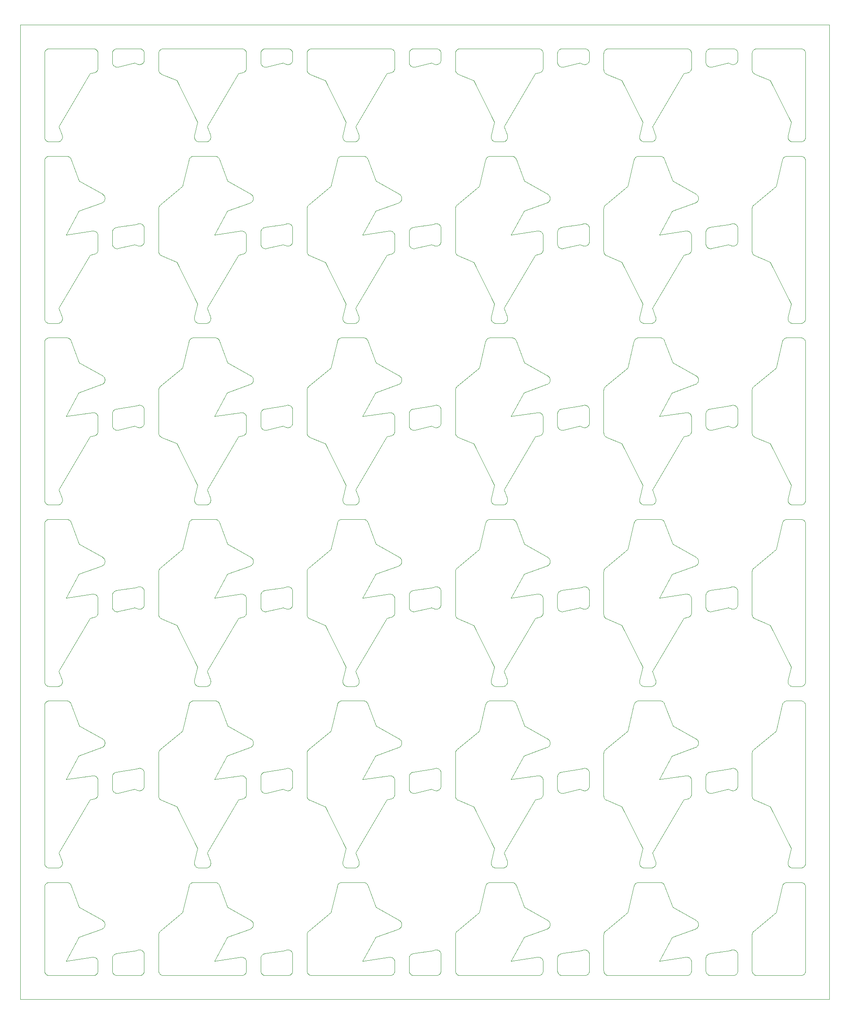
<source format=gbr>
%TF.GenerationSoftware,KiCad,Pcbnew,9.0.2*%
%TF.CreationDate,2025-06-25T14:10:59-05:00*%
%TF.ProjectId,panel,70616e65-6c2e-46b6-9963-61645f706362,rev?*%
%TF.SameCoordinates,Original*%
%TF.FileFunction,Profile,NP*%
%FSLAX46Y46*%
G04 Gerber Fmt 4.6, Leading zero omitted, Abs format (unit mm)*
G04 Created by KiCad (PCBNEW 9.0.2) date 2025-06-25 14:10:59*
%MOMM*%
%LPD*%
G01*
G04 APERTURE LIST*
%TA.AperFunction,Profile*%
%ADD10C,0.100000*%
%TD*%
G04 APERTURE END LIST*
D10*
X69908819Y-161112663D02*
X69957483Y-161106661D01*
X227801468Y-123701019D02*
X227825637Y-123743682D01*
X124421177Y-181855662D02*
X124377569Y-181833544D01*
X92950245Y-209555892D02*
X92969989Y-209511186D01*
X224519845Y-44120517D02*
X224487822Y-44083966D01*
X176406656Y-25328112D02*
X176440466Y-25292600D01*
X112644289Y-169992493D02*
X112639049Y-170041715D01*
X105536592Y-161661916D02*
X105556824Y-161705955D01*
X165283620Y-157931046D02*
X165241997Y-157957649D01*
X227187335Y-123245546D02*
X227234592Y-123258624D01*
X124421177Y-106083176D02*
X124377569Y-106061058D01*
X224664513Y-195794883D02*
X224626026Y-195765213D01*
X165702123Y-43236351D02*
X165711199Y-43284908D01*
X123871224Y-105375796D02*
X123862887Y-105327615D01*
X123993494Y-181466224D02*
X123969454Y-181423645D01*
X176719412Y-176065841D02*
X176764218Y-176045960D01*
X92917431Y-209647931D02*
X92932712Y-209601510D01*
X141590276Y-29959253D02*
X141544901Y-29978861D01*
X225157978Y-158097125D02*
X225109743Y-158091229D01*
X141973730Y-139230998D02*
X142001978Y-139271093D01*
X193898530Y-158027143D02*
X193854031Y-158007617D01*
X155192575Y-95507873D02*
X159857610Y-91656567D01*
X145246423Y-100814101D02*
X145266281Y-100769286D01*
X132129534Y-195969238D02*
X132082099Y-195958685D01*
X186250998Y-218262852D02*
X186210909Y-218234619D01*
X204114316Y-29200061D02*
X204105798Y-29248752D01*
X83781403Y-28757461D02*
X83738008Y-28735261D01*
X120733788Y-141449899D02*
X120709542Y-141492612D01*
X143519482Y-131578215D02*
X143540524Y-131623021D01*
X119444163Y-213146604D02*
X119488925Y-213127813D01*
X205541136Y-208073226D02*
X205526305Y-208120452D01*
X224487822Y-195628938D02*
X224457615Y-195590873D01*
X173136877Y-29200061D02*
X173128359Y-29248752D01*
X114632162Y-142343378D02*
X114592469Y-142315086D01*
X161793691Y-85389188D02*
X161840759Y-85373435D01*
X80139504Y-25616699D02*
X80157151Y-25662447D01*
X223342046Y-123551330D02*
X223375912Y-123515044D01*
X88873080Y-179863492D02*
X88823983Y-179862157D01*
X176374489Y-176335183D02*
X176406498Y-176298059D01*
X81203387Y-55407237D02*
X81244611Y-55434639D01*
X141799641Y-181374025D02*
X141760450Y-181404148D01*
X166492814Y-215420412D02*
X166488384Y-215429174D01*
X227578356Y-85556127D02*
X227615485Y-85588154D01*
X110530235Y-214658012D02*
X110576000Y-214675649D01*
X89581169Y-179571820D02*
X89545552Y-179605638D01*
X120793544Y-65542859D02*
X120775839Y-65588672D01*
X174579242Y-169697225D02*
X174588652Y-169745823D01*
X83738008Y-180280233D02*
X83695748Y-180255943D01*
X165283620Y-195817289D02*
X165241997Y-195843892D01*
X136082519Y-161217140D02*
X136124829Y-161240775D01*
X208356635Y-28828855D02*
X208308953Y-28839033D01*
X224429294Y-44006412D02*
X224402928Y-43965592D01*
X120524021Y-218172424D02*
X120486893Y-218204452D01*
X162307333Y-157213863D02*
X162303109Y-157165452D01*
X114596645Y-62507816D02*
X114636713Y-62479579D01*
X227326898Y-123291652D02*
X227371725Y-123311522D01*
X143621728Y-94220007D02*
X143616488Y-94269229D01*
X224457615Y-44045901D02*
X224429294Y-44006412D01*
X176632995Y-176112070D02*
X176675636Y-176087895D01*
X123910211Y-181289576D02*
X123894914Y-181243133D01*
X79643676Y-25095914D02*
X79687474Y-25117960D01*
X203453490Y-105768686D02*
X203406399Y-105783715D01*
X182440633Y-141751423D02*
X182401868Y-141781581D01*
X176205582Y-141850617D02*
X176190379Y-141804305D01*
X193963353Y-78280009D02*
X193965771Y-78268349D01*
X145919104Y-104596862D02*
X145872228Y-104583500D01*
X207183021Y-103964374D02*
X207167818Y-103918062D01*
X216795193Y-171904650D02*
X216803521Y-171856493D01*
X203928608Y-177117241D02*
X203956856Y-177157336D01*
X155314985Y-218289085D02*
X155273559Y-218262852D01*
X185902306Y-95852457D02*
X185924212Y-95808770D01*
X83700960Y-218289085D02*
X83659534Y-218262852D01*
X83831901Y-138159717D02*
X83877627Y-138142059D01*
X124109297Y-171381667D02*
X124142907Y-171346187D01*
X193287261Y-194857720D02*
X193294821Y-194809717D01*
X141837294Y-29797027D02*
X141799641Y-29829053D01*
X88939805Y-61516143D02*
X88988161Y-61520435D01*
X213524837Y-103763805D02*
X213490925Y-103799334D01*
X166926860Y-85386426D02*
X166972151Y-85403674D01*
X89587590Y-213357194D02*
X89620797Y-213392606D01*
X216785647Y-172001897D02*
X216789230Y-171953157D01*
X151023224Y-104072258D02*
X150974812Y-104080542D01*
X203759883Y-63281366D02*
X203797028Y-63313393D01*
X123881908Y-67537269D02*
X123871224Y-67489553D01*
X100346866Y-43409572D02*
X100349727Y-43361062D01*
X204082265Y-101649925D02*
X204095350Y-101697194D01*
X223657069Y-85427606D02*
X223702342Y-85407261D01*
X176551523Y-176166545D02*
X176591591Y-176138308D01*
X205360241Y-94763902D02*
X205328325Y-94801739D01*
X119850519Y-66204763D02*
X119801422Y-66203428D01*
X151607123Y-137657103D02*
X151636737Y-137695570D01*
X205269203Y-131301088D02*
X205304224Y-131336071D01*
X112457927Y-132610773D02*
X112427924Y-132650145D01*
X224938064Y-78256918D02*
X220589655Y-69560100D01*
X142165614Y-101842049D02*
X142169223Y-101890963D01*
X89705788Y-141534083D02*
X89677466Y-141574210D01*
X207977283Y-100208163D02*
X212206302Y-99578880D01*
X182796163Y-27466350D02*
X182787753Y-27514740D01*
X71792639Y-158101850D02*
X70055415Y-158101850D01*
X81273403Y-170708430D02*
X81233182Y-170737284D01*
X181251112Y-213229036D02*
X181270963Y-213215691D01*
X74427439Y-199345442D02*
X74457657Y-199383332D01*
X141544901Y-29978861D02*
X141498612Y-29996200D01*
X174553263Y-207487968D02*
X174567436Y-207535396D01*
X186032340Y-171418747D02*
X186064175Y-171381667D01*
X141268958Y-138832010D02*
X141317638Y-138837995D01*
X141634626Y-143596153D02*
X141590276Y-143617982D01*
X142140003Y-180841934D02*
X142126715Y-180889545D01*
X167059958Y-161217140D02*
X167102268Y-161240775D01*
X81191581Y-170764111D02*
X81148702Y-170788843D01*
X151818724Y-179011322D02*
X151810314Y-179059712D01*
X103735780Y-194733273D02*
X103747245Y-194781323D01*
X120333493Y-137409638D02*
X120375478Y-137434008D01*
X92885448Y-67441372D02*
X92879479Y-67392840D01*
X181823615Y-213059178D02*
X181872122Y-213061115D01*
X204066876Y-215262085D02*
X204082265Y-215308654D01*
X69908819Y-47453934D02*
X69957483Y-47447932D01*
X223128678Y-86053368D02*
X223143522Y-86006005D01*
X192724903Y-161179747D02*
X192771130Y-161161674D01*
X207293562Y-62755185D02*
X207321779Y-62715103D01*
X173089437Y-215262085D02*
X173104826Y-215308654D01*
X103155088Y-120138441D02*
X103109048Y-120156345D01*
X111192988Y-142711015D02*
X111191765Y-142760443D01*
X207135991Y-179547942D02*
X207130059Y-179499561D01*
X232943598Y-223418942D02*
X232943598Y-20012272D01*
X154905201Y-67676486D02*
X154887650Y-67630847D01*
X163012672Y-195945837D02*
X162966487Y-195930726D01*
X120013690Y-61527070D02*
X120061401Y-61536034D01*
X115424318Y-180373827D02*
X115376636Y-180384005D01*
X180845351Y-28000366D02*
X180833901Y-28002815D01*
X119997373Y-104080542D02*
X119948613Y-104086437D01*
X211811316Y-179547792D02*
X208356635Y-180373827D01*
X103765293Y-195076105D02*
X103759775Y-195125194D01*
X186210909Y-218234619D02*
X186172253Y-218204452D01*
X112465991Y-207223294D02*
X112493437Y-207264489D01*
X150335080Y-61645623D02*
X150377807Y-61622576D01*
X89389284Y-218289085D02*
X89346620Y-218313254D01*
X162833096Y-120099706D02*
X162790704Y-120075949D01*
X130516521Y-47675253D02*
X130555401Y-47644399D01*
X176158672Y-101049748D02*
X176167049Y-101001452D01*
X193960625Y-116143161D02*
X189612216Y-107446343D01*
X198422163Y-47918310D02*
X198446566Y-47960181D01*
X182807012Y-65205755D02*
X182805805Y-65254867D01*
X124468834Y-25076044D02*
X124514581Y-25058397D01*
X83654723Y-28684649D02*
X83615030Y-28656357D01*
X141365965Y-176732605D02*
X141413824Y-176743334D01*
X93316418Y-30238070D02*
X93276515Y-30209809D01*
X212218561Y-61690425D02*
X212228530Y-61684078D01*
X131525298Y-119818387D02*
X131496977Y-119778898D01*
X176190379Y-103918062D02*
X176177454Y-103871063D01*
X213668778Y-99932707D02*
X213690404Y-99976170D01*
X227825637Y-199516168D02*
X227847683Y-199559966D01*
X213490925Y-103799334D02*
X213455308Y-103833152D01*
X87924524Y-28004669D02*
X87913606Y-28000412D01*
X227139493Y-199007289D02*
X227187335Y-199018032D01*
X192679630Y-161200092D02*
X192724903Y-161179747D01*
X69252998Y-44039224D02*
X69224765Y-43999135D01*
X89036251Y-213072042D02*
X89083962Y-213081006D01*
X114997093Y-25019195D02*
X115045404Y-25010812D01*
X111050785Y-101426283D02*
X111074966Y-101468954D01*
X161493960Y-85561496D02*
X161532840Y-85530642D01*
X186420705Y-143989383D02*
X186376055Y-143969419D01*
X205563694Y-56431888D02*
X205553609Y-56480350D01*
X182610416Y-25403896D02*
X182638650Y-25443985D01*
X120593344Y-218103102D02*
X120559534Y-218138614D01*
X124293857Y-106010556D02*
X124253954Y-105982295D01*
X120233622Y-104015714D02*
X120187763Y-104033299D01*
X203925622Y-181196514D02*
X203895002Y-181235319D01*
X172001820Y-63065633D02*
X172050507Y-63059605D01*
X135856598Y-123244858D02*
X135903347Y-123257637D01*
X72751347Y-43725018D02*
X72736289Y-43772065D01*
X103767222Y-194928043D02*
X103769021Y-194977409D01*
X207130113Y-63212155D02*
X207136111Y-63163505D01*
X97912197Y-167420599D02*
X97915234Y-167408899D01*
X173128359Y-29248752D02*
X173117442Y-29296962D01*
X114222908Y-63067382D02*
X114235977Y-63020138D01*
X165609765Y-157566676D02*
X165585755Y-157609846D01*
X110742378Y-143546054D02*
X110700403Y-143572157D01*
X163203100Y-158097125D02*
X163154865Y-158091229D01*
X99370169Y-47856234D02*
X99400268Y-47816767D01*
X100354944Y-156971477D02*
X100362504Y-156923474D01*
X185817765Y-67441372D02*
X185811796Y-67392840D01*
X131943652Y-120140900D02*
X131899153Y-120121374D01*
X173146643Y-66987957D02*
X173142977Y-67037251D01*
X80097527Y-139355197D02*
X80119584Y-139399004D01*
X225061851Y-120196752D02*
X225014416Y-120186199D01*
X197858225Y-199030123D02*
X197904299Y-199045155D01*
X145397050Y-176335183D02*
X145429059Y-176298059D01*
X176264464Y-28325613D02*
X176242668Y-28282014D01*
X145170427Y-101196298D02*
X145171630Y-101147283D01*
X93070238Y-143661358D02*
X93042150Y-143621333D01*
X114192988Y-25999012D02*
X114194191Y-25949981D01*
X72430353Y-119985591D02*
X72391560Y-120016174D01*
X207154893Y-28098577D02*
X207144275Y-28051004D01*
X161355146Y-47816767D02*
X161387168Y-47778844D01*
X193012528Y-85334293D02*
X193062025Y-85330597D01*
X112563085Y-131623021D02*
X112581881Y-131668814D01*
X227932785Y-195135677D02*
X227924402Y-195183988D01*
X205495402Y-55850535D02*
X205514198Y-55896328D01*
X221812507Y-53770308D02*
X221821641Y-53762374D01*
X142170427Y-180597258D02*
X142169204Y-180646686D01*
X73758532Y-123220307D02*
X73806640Y-123226171D01*
X81322737Y-93381639D02*
X81359447Y-93414845D01*
X119771727Y-213062378D02*
X119820193Y-213059599D01*
X197764163Y-85348118D02*
X197811476Y-85358615D01*
X198236035Y-123468686D02*
X198271429Y-123501793D01*
X145266281Y-62883043D02*
X145288314Y-62839256D01*
X193378861Y-195425323D02*
X193358711Y-195381103D01*
X89083962Y-213081006D02*
X89131182Y-213092278D01*
X88536143Y-28259048D02*
X88490365Y-28241219D01*
X83743319Y-62429166D02*
X83787095Y-62407112D01*
X173104154Y-143003302D02*
X173088528Y-143050198D01*
X136382317Y-85686713D02*
X136412535Y-85724603D01*
X136082519Y-47558411D02*
X136124829Y-47582046D01*
X69384515Y-157843060D02*
X69349003Y-157809249D01*
X138157064Y-96840890D02*
X135515386Y-101761662D01*
X110748786Y-176881698D02*
X110788893Y-176909929D01*
X205576606Y-169992493D02*
X205571366Y-170041715D01*
X204005464Y-143185453D02*
X203980921Y-143228360D01*
X104879159Y-161131101D02*
X104925908Y-161143880D01*
X193990111Y-158059594D02*
X193943926Y-158044483D01*
X115044966Y-62321920D02*
X119273985Y-61692637D01*
X196654270Y-156799606D02*
X196668097Y-156847030D01*
X177048947Y-25004810D02*
X177097847Y-25001203D01*
X134306181Y-157931046D02*
X134264558Y-157957649D01*
X111048604Y-181114603D02*
X111021968Y-181156243D01*
X176406498Y-138411816D02*
X176440289Y-138376307D01*
X165696377Y-195222255D02*
X165683664Y-195269990D01*
X131446260Y-81809782D02*
X131423983Y-81766594D01*
X154946893Y-143537402D02*
X154924965Y-143493697D01*
X196609051Y-43863642D02*
X196587204Y-43907947D01*
X88422929Y-137395062D02*
X88466724Y-137374118D01*
X120045785Y-141958501D02*
X119997373Y-141966785D01*
X103040132Y-192831697D02*
X103034394Y-192841976D01*
X174165499Y-208623527D02*
X174123898Y-208650354D01*
X93070040Y-133571098D02*
X93100023Y-133532504D01*
X165690658Y-118960787D02*
X165702123Y-119008837D01*
X224089095Y-161101850D02*
X226944585Y-161101850D01*
X119801422Y-141975914D02*
X119752450Y-141972166D01*
X167529778Y-199637178D02*
X169229506Y-204182285D01*
X100468821Y-81809782D02*
X100446544Y-81766594D01*
X72758341Y-118960787D02*
X72769806Y-119008837D01*
X103576607Y-195578610D02*
X103546480Y-195617757D01*
X182802297Y-138188621D02*
X182805832Y-138237038D01*
X181707328Y-179858409D02*
X181658600Y-179852259D01*
X217110850Y-30147602D02*
X217075512Y-30113806D01*
X155779555Y-218430011D02*
X155730654Y-218426404D01*
X141220043Y-63055935D02*
X141268958Y-63059524D01*
X216827187Y-58102959D02*
X216842468Y-58056538D01*
X88511486Y-99469084D02*
X88557107Y-99452489D01*
X227847683Y-43871248D02*
X227825637Y-43915046D01*
X79167102Y-214600948D02*
X79216133Y-214599724D01*
X140568083Y-68109966D02*
X140556497Y-68113045D01*
X89844756Y-217674952D02*
X89831678Y-217722209D01*
X112457927Y-56838287D02*
X112427924Y-56877659D01*
X89844657Y-27562658D02*
X89831536Y-27609988D01*
X69132447Y-85946063D02*
X69152317Y-85901237D01*
X134746460Y-119204923D02*
X134745817Y-119254317D01*
X141220043Y-176714664D02*
X141268958Y-176718253D01*
X193576168Y-157814197D02*
X193542406Y-157779246D01*
X181823615Y-137286692D02*
X181872122Y-137288629D01*
X134744661Y-81269314D02*
X134746460Y-81318680D01*
X150377807Y-137395062D02*
X150421602Y-137374118D01*
X111163049Y-217674952D02*
X111149971Y-217722209D01*
X110530541Y-218372817D02*
X110483982Y-218388198D01*
X224921365Y-195930726D02*
X224875969Y-195913386D01*
X136039112Y-123309342D02*
X136082519Y-123330897D01*
X167469127Y-85846424D02*
X167491470Y-85889430D01*
X176223025Y-104009889D02*
X176205582Y-103964374D01*
X204005464Y-67412967D02*
X203980921Y-67455874D01*
X114989138Y-180380407D02*
X114941665Y-180369348D01*
X145832505Y-176028302D02*
X145879042Y-176012907D01*
X103014598Y-82298980D02*
X102966417Y-82309882D01*
X226993616Y-82328160D02*
X226944585Y-82329364D01*
X227139493Y-85348560D02*
X227187335Y-85359303D01*
X89469551Y-28122852D02*
X89429350Y-28151069D01*
X176289907Y-176455331D02*
X176316123Y-176413914D01*
X81541370Y-169420750D02*
X81564604Y-169464458D01*
X172476051Y-143654929D02*
X172428960Y-143669958D01*
X99982073Y-85349032D02*
X100030959Y-85340443D01*
X213765634Y-175978831D02*
X213773852Y-176026676D01*
X119703722Y-141966016D02*
X119655354Y-141957479D01*
X69812665Y-44413182D02*
X69765408Y-44400104D01*
X217041614Y-209267910D02*
X217075224Y-209232430D01*
X176591591Y-62479579D02*
X176632995Y-62453341D01*
X196340109Y-195758077D02*
X196301316Y-195788660D01*
X136467285Y-47918310D02*
X136491688Y-47960181D01*
X162334032Y-195243307D02*
X162322813Y-195196025D01*
X112511903Y-94641574D02*
X112485943Y-94683721D01*
X69908819Y-218420402D02*
X69860507Y-218412019D01*
X142026043Y-105342117D02*
X141999407Y-105383757D01*
X176406498Y-62639330D02*
X176440289Y-62603821D01*
X176342222Y-66335562D02*
X176314300Y-66295608D01*
X193480176Y-195590873D02*
X193451855Y-195551384D01*
X217228437Y-218262852D02*
X217188348Y-218234619D01*
X81666850Y-56333764D02*
X81661610Y-56382986D01*
X124421177Y-143969419D02*
X124377569Y-143947301D01*
X81384817Y-56951705D02*
X81349314Y-56986198D01*
X79850127Y-63281366D02*
X79887272Y-63313393D01*
X212655769Y-61522537D02*
X212704044Y-61517406D01*
X89864096Y-176026676D02*
X89869980Y-176074864D01*
X213525661Y-218103102D02*
X213491851Y-218138614D01*
X224302415Y-81631258D02*
X224288910Y-81584578D01*
X186208832Y-181754781D02*
X186170360Y-181724601D01*
X176149055Y-27905976D02*
X176147866Y-27857234D01*
X212539782Y-141946575D02*
X212492487Y-141933330D01*
X197858225Y-47485151D02*
X197904299Y-47500183D01*
X124048730Y-218027318D02*
X124020496Y-217987229D01*
X198489141Y-85933469D02*
X198507217Y-85978449D01*
X158628552Y-69548849D02*
X158617403Y-69543852D01*
X124293857Y-68124313D02*
X124253954Y-68096052D01*
X172485113Y-138885526D02*
X172530878Y-138903163D01*
X134737214Y-119352708D02*
X134729276Y-119401465D01*
X99539082Y-161333982D02*
X99577962Y-161303128D01*
X69067215Y-25852416D02*
X69075598Y-25804104D01*
X141907622Y-105500075D02*
X141873317Y-105535664D01*
X83226355Y-63163505D02*
X83234732Y-63115209D01*
X151733343Y-65633559D02*
X151711227Y-65677413D01*
X216789235Y-29506597D02*
X216785648Y-29457832D01*
X151178578Y-137349144D02*
X151223659Y-137367156D01*
X145312468Y-100682845D02*
X145338684Y-100641428D01*
X120416231Y-99574146D02*
X120455653Y-99602476D01*
X83381983Y-28409365D02*
X83356043Y-28368097D01*
X174448315Y-207264489D02*
X174473687Y-207306993D01*
X89177798Y-61560857D02*
X89223700Y-61576658D01*
X119580920Y-99438130D02*
X119627936Y-99426040D01*
X190835068Y-205315280D02*
X190844202Y-205307346D01*
X182441771Y-25226762D02*
X182478899Y-25258790D01*
X81349314Y-56986198D02*
X81312145Y-57018890D01*
X150846176Y-61514206D02*
X150894683Y-61516143D01*
X213490925Y-65913091D02*
X213455308Y-65946909D01*
X165155064Y-82232039D02*
X165109966Y-82252198D01*
X88726283Y-141966016D02*
X88677915Y-141957479D01*
X142151221Y-215403777D02*
X142159608Y-215452101D01*
X194084412Y-195969238D02*
X194036977Y-195958685D01*
X176991971Y-28844165D02*
X176944016Y-28835435D01*
X130183884Y-161873908D02*
X130196361Y-161825854D01*
X118890473Y-179545338D02*
X118879023Y-179547787D01*
X131496977Y-119778898D02*
X131470611Y-119738078D01*
X207144488Y-63115209D02*
X207155225Y-63067382D01*
X131325670Y-43506723D02*
X131323806Y-43458164D01*
X205294573Y-94837948D02*
X205259070Y-94872441D01*
X101033380Y-116153964D02*
X101028319Y-116143183D01*
X83738008Y-66621504D02*
X83695748Y-66597214D01*
X166972151Y-123289917D02*
X167016551Y-123309342D01*
X202504415Y-143896151D02*
X195972462Y-154945432D01*
X155194814Y-218204452D02*
X155157686Y-218172424D01*
X79771347Y-63222969D02*
X79811454Y-63251200D01*
X167016551Y-85423099D02*
X167059958Y-85444654D01*
X207291739Y-66295608D02*
X207265799Y-66254340D01*
X112457927Y-94724530D02*
X112427924Y-94763902D01*
X217009779Y-95646261D02*
X217041614Y-95609181D01*
X110193572Y-138827238D02*
X110242604Y-138828421D01*
X112563085Y-207395507D02*
X112581881Y-207441300D01*
X150273673Y-61684064D02*
X150293524Y-61670719D01*
X110827747Y-218204452D02*
X110789091Y-218234619D01*
X185808208Y-209888140D02*
X185811791Y-209839400D01*
X134733760Y-194829880D02*
X134740425Y-194878827D01*
X111024626Y-217987229D02*
X110996392Y-218027318D01*
X177040295Y-180395518D02*
X176991971Y-180389137D01*
X182048608Y-104061605D02*
X182000663Y-104072258D01*
X172819589Y-139085879D02*
X172855118Y-139119691D01*
X161747464Y-85407261D02*
X161793691Y-85389188D01*
X151828366Y-65254867D02*
X151824746Y-65303849D01*
X227415523Y-85447325D02*
X227458186Y-85471493D01*
X204048039Y-180982506D02*
X204027855Y-181027628D01*
X225109743Y-158091229D02*
X225061851Y-158082995D01*
X224089095Y-198988093D02*
X226944585Y-198988093D01*
X114673187Y-28710971D02*
X114632162Y-28684649D01*
X227867553Y-161718549D02*
X227885200Y-161764297D01*
X182002907Y-25019195D02*
X182050749Y-25029939D01*
X143158265Y-206952209D02*
X143199489Y-206979611D01*
X69460299Y-82132768D02*
X69421644Y-82102601D01*
X197619953Y-47444297D02*
X197668288Y-47447821D01*
X111191765Y-29101714D02*
X111188099Y-29151008D01*
X112126141Y-132902600D02*
X112082090Y-132925179D01*
X114451778Y-218103102D02*
X114419751Y-218065973D01*
X185811791Y-96180671D02*
X185817754Y-96132164D01*
X171545522Y-68109966D02*
X171533936Y-68113045D01*
X112036974Y-132945547D02*
X111990894Y-132963660D01*
X173147866Y-217432202D02*
X173146662Y-217481233D01*
X207267434Y-25485411D02*
X207293667Y-25443985D01*
X150445243Y-141899948D02*
X149879425Y-141663407D01*
X227938787Y-199889174D02*
X227942394Y-199938074D01*
X212733739Y-104089671D02*
X212684767Y-104085923D01*
X81418569Y-94801739D02*
X81384817Y-94837948D01*
X111048604Y-105342117D02*
X111021968Y-105383757D01*
X104544288Y-177543163D02*
X110046942Y-176724362D01*
X69460299Y-123412203D02*
X69500388Y-123383969D01*
X134086487Y-82270102D02*
X134039619Y-82285709D01*
X103654887Y-195452919D02*
X103630877Y-195496089D01*
X162347537Y-119517501D02*
X162334032Y-119470821D01*
X227885200Y-199650540D02*
X227900581Y-199697099D01*
X185817825Y-217578798D02*
X185811823Y-217530134D01*
X186133411Y-30147602D02*
X186098073Y-30113806D01*
X130724752Y-47541363D02*
X130770025Y-47521018D01*
X81515998Y-55719517D02*
X81541370Y-55762021D01*
X103576607Y-81919881D02*
X103546480Y-81959028D01*
X176675636Y-100315409D02*
X176719412Y-100293355D01*
X186208832Y-30209809D02*
X186170360Y-30179629D01*
X174081019Y-57130114D02*
X174036968Y-57152693D01*
X182748614Y-25662447D02*
X182763995Y-25709005D01*
X205113143Y-131179723D02*
X205154367Y-131207125D01*
X216795204Y-29555129D02*
X216789235Y-29506597D01*
X165283620Y-82158560D02*
X165241997Y-82185163D01*
X120093730Y-28289119D02*
X120045785Y-28299772D01*
X213615544Y-103647840D02*
X213587222Y-103687967D01*
X203224224Y-218426404D02*
X203175323Y-218430011D01*
X181468460Y-28259048D02*
X181422682Y-28241219D01*
X89756734Y-25528074D02*
X89778780Y-25571872D01*
X83654723Y-180229621D02*
X83615030Y-180201329D01*
X80139464Y-101557598D02*
X80157120Y-101603356D01*
X96662502Y-107430085D02*
X93488388Y-106103140D01*
X213087554Y-175219586D02*
X213133456Y-175235387D01*
X111149948Y-139536168D02*
X111163033Y-139583437D01*
X134737214Y-195125194D02*
X134729276Y-195173951D01*
X69673102Y-195912048D02*
X69628275Y-195892178D01*
X151132676Y-137333343D02*
X151178578Y-137349144D01*
X145246471Y-25616699D02*
X145266342Y-25571872D01*
X186708093Y-25004810D02*
X186756994Y-25001203D01*
X93131858Y-57722938D02*
X93165468Y-57687458D01*
X185882562Y-133783406D02*
X185902306Y-133738700D01*
X145213416Y-138792624D02*
X145228788Y-138746079D01*
X161840759Y-85373435D02*
X161888552Y-85360038D01*
X165676831Y-43140877D02*
X165690658Y-43188301D01*
X119917244Y-61516143D02*
X119965600Y-61520435D01*
X80095708Y-181071696D02*
X80071165Y-181114603D01*
X131332383Y-43312748D02*
X131339943Y-43264745D01*
X72787854Y-43531133D02*
X72782336Y-43580222D01*
X73806640Y-161112414D02*
X73854407Y-161120604D01*
X83971401Y-138113571D02*
X84019223Y-138102810D01*
X186170360Y-143838358D02*
X186133411Y-143806331D01*
X138256990Y-52648989D02*
X138267333Y-52655152D01*
X196219436Y-120071406D02*
X196176549Y-120095919D01*
X172855265Y-25292600D02*
X172889076Y-25328112D01*
X104879159Y-85358615D02*
X104925908Y-85371394D01*
X207881157Y-213886057D02*
X207928979Y-213875296D01*
X196654270Y-194685849D02*
X196668097Y-194733273D01*
X207569030Y-100365822D02*
X207610434Y-100339584D01*
X134132527Y-82252198D02*
X134086487Y-82270102D01*
X123947526Y-143493697D02*
X123927762Y-143448972D01*
X143513182Y-132484436D02*
X143489342Y-132527817D01*
X212466863Y-213111218D02*
X212513237Y-213096859D01*
X203272516Y-214610481D02*
X203320843Y-214618848D01*
X224272260Y-43264745D02*
X224282148Y-43217155D01*
X135521727Y-63884434D02*
X141024381Y-63065633D01*
X182478899Y-218172424D02*
X182441771Y-218204452D01*
X110340199Y-176724238D02*
X110388526Y-176732605D01*
X141553439Y-176789406D02*
X141598284Y-176809267D01*
X83442172Y-176335183D02*
X83474181Y-176298059D01*
X81579966Y-208212413D02*
X81558304Y-208256922D01*
X204106109Y-25804104D02*
X204114492Y-25852416D01*
X172850756Y-105535664D02*
X172814733Y-105569513D01*
X205014407Y-170811422D02*
X204969291Y-170831790D01*
X213028188Y-218401275D02*
X212980346Y-218412019D01*
X213026047Y-141947848D02*
X212978102Y-141958501D01*
X193990111Y-120173351D02*
X193943926Y-120158240D01*
X143586258Y-170186983D02*
X143571427Y-170234209D01*
X173991852Y-132945547D02*
X173945772Y-132963660D01*
X69384515Y-47701911D02*
X69421644Y-47669884D01*
X172197482Y-138828421D02*
X172246397Y-138832010D01*
X69224765Y-123659593D02*
X69252998Y-123619504D01*
X165706715Y-119401465D02*
X165696377Y-119449769D01*
X100354944Y-43312748D02*
X100362504Y-43264745D01*
X227801468Y-85814776D02*
X227825637Y-85857439D01*
X163154865Y-195977472D02*
X163106973Y-195969238D01*
X225109743Y-44432500D02*
X225061851Y-44424266D01*
X142151221Y-101745048D02*
X142159608Y-101793372D01*
X124421177Y-30310690D02*
X124377569Y-30288572D01*
X141461098Y-138870156D02*
X141507674Y-138885526D01*
X141073068Y-138832091D02*
X141121980Y-138828462D01*
X103721953Y-43140877D02*
X103735780Y-43188301D01*
X212978102Y-104072258D02*
X212929690Y-104080542D01*
X182513486Y-179571820D02*
X182477869Y-179605638D01*
X196301316Y-120016174D02*
X196261059Y-120044803D01*
X226944585Y-123215607D02*
X226993616Y-123216811D01*
X143624868Y-169893572D02*
X143624524Y-169943072D01*
X194277597Y-120215607D02*
X194229005Y-120214425D01*
X213709892Y-137906876D02*
X213727198Y-137952232D01*
X115037093Y-28844165D02*
X114989138Y-28835435D01*
X203632720Y-29913428D02*
X203589504Y-29937424D01*
X172948183Y-29651542D02*
X172917563Y-29690347D01*
X151786414Y-65496231D02*
X151770983Y-65542859D01*
X89430710Y-218262852D02*
X89389284Y-218289085D01*
X145535450Y-214082956D02*
X145574084Y-214052788D01*
X185826082Y-96084007D02*
X185836755Y-96036315D01*
X80095708Y-67412967D02*
X80071165Y-67455874D01*
X69349003Y-44150520D02*
X69315193Y-44115008D01*
X124215136Y-171280359D02*
X128880171Y-167429053D01*
X205474360Y-169464458D02*
X205495402Y-169509264D01*
X111191784Y-25949981D02*
X111192988Y-25999012D01*
X205576606Y-94220007D02*
X205571366Y-94269229D01*
X223702342Y-199065990D02*
X223748569Y-199047917D01*
X92904634Y-217674952D02*
X92893891Y-217627110D01*
X83507972Y-62603821D02*
X83543464Y-62570012D01*
X195898734Y-195968611D02*
X195850074Y-195977119D01*
X89831536Y-65496231D02*
X89816105Y-65542859D01*
X221824996Y-53750146D02*
X223116201Y-48215179D01*
X81604442Y-131668814D02*
X81620946Y-131715482D01*
X133747517Y-44443121D02*
X132322719Y-44443121D01*
X100679273Y-195733708D02*
X100643851Y-195700440D01*
X151828370Y-217481233D02*
X151824762Y-217530134D01*
X200222233Y-90541408D02*
X205070601Y-93268147D01*
X162790704Y-120075949D02*
X162749518Y-120050159D01*
X119607465Y-28287846D02*
X119560170Y-28274601D01*
X151800224Y-175931441D02*
X151810756Y-175978831D01*
X173071781Y-63671355D02*
X173089437Y-63717113D01*
X114485411Y-138376307D02*
X114520903Y-138342498D01*
X112631377Y-132204374D02*
X112621292Y-132252836D01*
X142159438Y-142858790D02*
X142150920Y-142907481D01*
X104971982Y-199045155D02*
X105017273Y-199062403D01*
X198489141Y-199592198D02*
X198507217Y-199637178D01*
X174165499Y-57078555D02*
X174123898Y-57105382D01*
X227539701Y-47639717D02*
X227578356Y-47669884D01*
X145780707Y-104550003D02*
X145736281Y-104529947D01*
X120455653Y-213261205D02*
X120493653Y-213291416D01*
X207921455Y-66721678D02*
X207873982Y-66710619D01*
X145741973Y-213952084D02*
X145786779Y-213932203D01*
X141590276Y-143617982D02*
X141544901Y-143637590D01*
X119999718Y-218420402D02*
X119951053Y-218426404D01*
X207155244Y-217674952D02*
X207144501Y-217627110D01*
X100346866Y-157068301D02*
X100349727Y-157019791D01*
X185808209Y-105230318D02*
X185807012Y-105181423D01*
X81359447Y-55528602D02*
X81394468Y-55563585D01*
X182638650Y-25443985D02*
X182664883Y-25485411D01*
X176149069Y-63261040D02*
X176152674Y-63212155D01*
X103034322Y-41297818D02*
X103038172Y-41308944D01*
X81059535Y-170831790D02*
X81013455Y-170849903D01*
X143616488Y-94269229D02*
X143608816Y-94318131D01*
X189594819Y-69543842D02*
X186420705Y-68216897D01*
X182514412Y-25292600D02*
X182548222Y-25328112D01*
X110900387Y-25292600D02*
X110934198Y-25328112D01*
X81558304Y-170370679D02*
X81534464Y-170414060D01*
X145170427Y-103629720D02*
X145170427Y-101196298D01*
X227747002Y-161505747D02*
X227775235Y-161545836D01*
X131732196Y-195794883D02*
X131693709Y-195765213D01*
X114235977Y-63020138D02*
X114251349Y-62973593D01*
X132274127Y-44441939D02*
X132225661Y-44438396D01*
X176512889Y-214082956D02*
X176551523Y-214052788D01*
X149879402Y-141663398D02*
X149868484Y-141659141D01*
X112485943Y-56797478D02*
X112457927Y-56838287D01*
X132005747Y-154029404D02*
X127657338Y-145332586D01*
X84205272Y-180401175D02*
X84156556Y-180399534D01*
X118878999Y-103775306D02*
X115424318Y-104601341D01*
X110144541Y-176714705D02*
X110193572Y-176713481D01*
X227716835Y-85694605D02*
X227747002Y-85733261D01*
X74512407Y-123690796D02*
X74536810Y-123732667D01*
X165717864Y-43333855D02*
X165722100Y-43383071D01*
X110657187Y-105709910D02*
X110612837Y-105731739D01*
X100352455Y-81441377D02*
X100348231Y-81392966D01*
X192434100Y-161366728D02*
X192471399Y-161333982D01*
X105536592Y-199548159D02*
X105556824Y-199592198D01*
X166489399Y-215430618D02*
X166499142Y-215429410D01*
X150335080Y-213190595D02*
X150377807Y-213167548D01*
X145614412Y-25168362D02*
X145655838Y-25142129D01*
X119400368Y-213167548D02*
X119444163Y-213146604D01*
X81059535Y-208718033D02*
X81013455Y-208736146D01*
X185882640Y-105562729D02*
X185865089Y-105517090D01*
X223702342Y-161179747D02*
X223748569Y-161161674D01*
X216925811Y-181466224D02*
X216901771Y-181423645D01*
X165283620Y-120044803D02*
X165241997Y-120071406D01*
X101345280Y-120215607D02*
X101296688Y-120214425D01*
X174123898Y-57105382D02*
X174081019Y-57130114D01*
X186064432Y-143737050D02*
X186032567Y-143699962D01*
X174216744Y-169122778D02*
X174255054Y-169154125D01*
X205489722Y-94553684D02*
X205468060Y-94598193D01*
X193768143Y-82189706D02*
X193726957Y-82163916D01*
X99342067Y-199442119D02*
X99370169Y-199401206D01*
X225255036Y-158101850D02*
X225206444Y-158100668D01*
X83580572Y-138310470D02*
X83619206Y-138280302D01*
X115045404Y-25010812D02*
X115094069Y-25004810D01*
X69349003Y-119923006D02*
X69315193Y-119887494D01*
X197764163Y-47461875D02*
X197811476Y-47472372D01*
X142112029Y-25662447D02*
X142127410Y-25709005D01*
X100346367Y-195003136D02*
X100346866Y-194954544D01*
X130319506Y-161555876D02*
X130347608Y-161514963D01*
X69086342Y-195231830D02*
X69075598Y-195183988D01*
X182448531Y-137518930D02*
X182485018Y-137550952D01*
X143601803Y-207583468D02*
X143611213Y-207632066D01*
X216860001Y-58010920D02*
X216879745Y-57966214D01*
X124215482Y-181724601D02*
X124178533Y-181692574D01*
X151686981Y-65720126D02*
X151660666Y-65761597D01*
X123881908Y-105423512D02*
X123871224Y-105375796D01*
X192274384Y-47897147D02*
X192302486Y-47856234D01*
X99618326Y-123388000D02*
X99660075Y-123361156D01*
X119899622Y-28317442D02*
X119850519Y-28318520D01*
X141642100Y-214717549D02*
X141684781Y-214741712D01*
X69349003Y-195695492D02*
X69315193Y-195659980D01*
X182110115Y-61560857D02*
X182156017Y-61576658D01*
X69174363Y-47971196D02*
X69198532Y-47928533D01*
X89083962Y-175194763D02*
X89131182Y-175206035D01*
X89509454Y-25226762D02*
X89546582Y-25258790D01*
X142169204Y-142760443D02*
X142165538Y-142809737D01*
X69541814Y-199130222D02*
X69584477Y-199106054D01*
X227825637Y-119687532D02*
X227801468Y-119730195D01*
X124078897Y-25365241D02*
X124110924Y-25328112D01*
X203462552Y-176771769D02*
X203508317Y-176789406D01*
X182777663Y-175931441D02*
X182788195Y-175978831D01*
X227139493Y-195968897D02*
X227091181Y-195977280D01*
X119296234Y-61684064D02*
X119316085Y-61670719D01*
X127657327Y-31673834D02*
X127651587Y-31663049D01*
X224429294Y-157665141D02*
X224402928Y-157624321D01*
X120233622Y-28243228D02*
X120187763Y-28260813D01*
X151570783Y-218103102D02*
X151536973Y-218138614D01*
X114287790Y-179826986D02*
X114268147Y-179782375D01*
X119316085Y-137443205D02*
X119357641Y-137418109D01*
X176675941Y-25117960D02*
X176719738Y-25095914D01*
X192224445Y-85869148D02*
X192248349Y-85825649D01*
X217041871Y-143737050D02*
X217010006Y-143699962D01*
X69057606Y-43493140D02*
X69056403Y-43444109D01*
X186170360Y-105952115D02*
X186133411Y-105920088D01*
X213727198Y-100065989D02*
X213742279Y-100112133D01*
X123862887Y-67441372D02*
X123856918Y-67392840D01*
X112647085Y-169943072D02*
X112644289Y-169992493D01*
X134017571Y-192831697D02*
X134011833Y-192841976D01*
X145787126Y-25076044D02*
X145832874Y-25058397D01*
X69224765Y-119771621D02*
X69198532Y-119730195D01*
X194229005Y-82328182D02*
X194180539Y-82324639D01*
X227775235Y-157657864D02*
X227747002Y-157697953D01*
X114361245Y-176413914D02*
X114389462Y-176373832D01*
X69421644Y-85556127D02*
X69460299Y-85525960D01*
X192332585Y-161475496D02*
X192364607Y-161437573D01*
X120712750Y-175662832D02*
X120736461Y-175705193D01*
X103762986Y-156992584D02*
X103767222Y-157041800D01*
X79069503Y-214610605D02*
X79118190Y-214604577D01*
X207384095Y-25328112D02*
X207417905Y-25292600D01*
X176316123Y-176413914D02*
X176344340Y-176373832D01*
X154946773Y-171581256D02*
X154970789Y-171538692D01*
X204124101Y-215549692D02*
X204125305Y-215598736D01*
X103735780Y-43188301D02*
X103747245Y-43236351D01*
X83471426Y-104297391D02*
X83439743Y-104260349D01*
X93237697Y-57621630D02*
X97902732Y-53770324D01*
X114335117Y-25485411D02*
X114361350Y-25443985D01*
X192724903Y-85407261D02*
X192771130Y-85389188D01*
X198337195Y-199345442D02*
X198367413Y-199383332D01*
X114389462Y-176373832D02*
X114419611Y-176335183D01*
X186289973Y-68150589D02*
X186248735Y-68124313D01*
X103287119Y-82185163D02*
X103244232Y-82209676D01*
X165711199Y-156943637D02*
X165717864Y-156992584D01*
X182330356Y-61661522D02*
X182371109Y-61687903D01*
X145200015Y-28098577D02*
X145189397Y-28051004D01*
X216785648Y-105230318D02*
X216784451Y-105181423D01*
X197949590Y-85403674D02*
X197993990Y-85423099D01*
X145200015Y-141757306D02*
X145189397Y-141709733D01*
X166499166Y-63884434D02*
X172001820Y-63065633D01*
X186133090Y-209198637D02*
X186170014Y-209166602D01*
X84446879Y-104601341D02*
X84399197Y-104611519D01*
X193687074Y-120022397D02*
X193648587Y-119992727D01*
X207183021Y-179736860D02*
X207167818Y-179690548D01*
X196701338Y-194977409D02*
X196700695Y-195026803D01*
X141943549Y-101306095D02*
X141973730Y-101344755D01*
X143608816Y-207976860D02*
X143598731Y-208025322D01*
X207144275Y-103823490D02*
X207135991Y-103775456D01*
X227900581Y-81620358D02*
X227885200Y-81666917D01*
X81656335Y-56087094D02*
X81663326Y-56136098D01*
X124143195Y-105886292D02*
X124109554Y-105850807D01*
X213418072Y-28092694D02*
X213379307Y-28122852D01*
X227801468Y-119730195D02*
X227775235Y-119771621D01*
X80044529Y-143270000D02*
X80015866Y-143310271D01*
X131345374Y-81537296D02*
X131336467Y-81489525D01*
X205154367Y-169093368D02*
X205194183Y-169122778D01*
X224745582Y-195848435D02*
X224704396Y-195822645D01*
X89705788Y-27875354D02*
X89677466Y-27915481D01*
X101104660Y-120186199D02*
X101057794Y-120173351D01*
X195702395Y-44443121D02*
X194277597Y-44443121D01*
X132177426Y-120204986D02*
X132129534Y-120196752D01*
X227913658Y-81573101D02*
X227900581Y-81620358D01*
X123993494Y-67807495D02*
X123969454Y-67764916D01*
X223569831Y-199133642D02*
X223612862Y-199108905D01*
X119607465Y-66174089D02*
X119560170Y-66160844D01*
X205579402Y-94170586D02*
X205576606Y-94220007D01*
X203358611Y-30023913D02*
X202522985Y-30223716D01*
X130770025Y-161179747D02*
X130816252Y-161161674D01*
X224787974Y-195872192D02*
X224745582Y-195848435D01*
X88971174Y-28313951D02*
X88922183Y-28317442D01*
X174536759Y-207441300D02*
X174553263Y-207487968D01*
X114192988Y-214855027D02*
X114194191Y-214806012D01*
X115328527Y-142505600D02*
X115280093Y-142511082D01*
X176551523Y-62507816D02*
X176591591Y-62479579D01*
X225014416Y-82299956D02*
X224967550Y-82287108D01*
X162301245Y-81344407D02*
X162301744Y-81295815D01*
X149867912Y-28000366D02*
X149856462Y-28002815D01*
X81558304Y-94598193D02*
X81534464Y-94641574D01*
X205553609Y-56480350D02*
X205541136Y-56528254D01*
X165399903Y-119953128D02*
X165362670Y-119985591D01*
X213339106Y-66037312D02*
X213297567Y-66063519D01*
X151118534Y-141934851D02*
X151071169Y-141947848D01*
X204005464Y-105299210D02*
X203980921Y-105342117D01*
X182796199Y-25852416D02*
X182802201Y-25901080D01*
X88603481Y-213096859D02*
X88650497Y-213084769D01*
X101296688Y-82328182D02*
X101248222Y-82324639D01*
X100754757Y-157908640D02*
X100716270Y-157878970D01*
X151828366Y-103141110D02*
X151824746Y-103190092D01*
X119357641Y-137418109D02*
X119400368Y-137395062D01*
X227326898Y-218355170D02*
X227281150Y-218372817D01*
X182641887Y-137735430D02*
X182667628Y-137776589D01*
X227913658Y-195231830D02*
X227900581Y-195279087D01*
X176316123Y-62755185D02*
X176344340Y-62715103D01*
X76202186Y-96840890D02*
X73560508Y-101761662D01*
X103038180Y-41308967D02*
X103705795Y-43094183D01*
X224288910Y-157357064D02*
X224277691Y-157309782D01*
X92874695Y-67295180D02*
X92874695Y-58392037D01*
X124047677Y-67888872D02*
X124019589Y-67848847D01*
X83877627Y-62369573D02*
X83924164Y-62354178D01*
X131772079Y-120050159D02*
X131732196Y-120022397D01*
X89256183Y-104015714D02*
X89210324Y-104033299D01*
X176628065Y-104483457D02*
X176587040Y-104457135D01*
X83220357Y-214757127D02*
X83226355Y-214708477D01*
X130911113Y-199018767D02*
X130959512Y-199007761D01*
X89706333Y-25443985D02*
X89732566Y-25485411D01*
X151384228Y-141809798D02*
X151342689Y-141836005D01*
X207453220Y-138342498D02*
X207490328Y-138310470D01*
X142140472Y-177469680D02*
X142151221Y-177517534D01*
X174205720Y-208594673D02*
X174165499Y-208623527D01*
X114632162Y-28684649D02*
X114592469Y-28656357D01*
X142127410Y-217722209D02*
X142112029Y-217768767D01*
X123853330Y-96229411D02*
X123856913Y-96180671D01*
X172777080Y-143487782D02*
X172737889Y-143517905D01*
X120624645Y-65840410D02*
X120592520Y-65877562D01*
X227578356Y-119988844D02*
X227539701Y-120019011D01*
X114309586Y-28325613D02*
X114287790Y-28282014D01*
X224264700Y-194857720D02*
X224272260Y-194809717D01*
X79448855Y-105796399D02*
X78613229Y-105996202D01*
X213783248Y-217481233D02*
X213779640Y-217530134D01*
X69860507Y-199007289D02*
X69908819Y-198998906D01*
X79411444Y-25019195D02*
X79459286Y-25029939D01*
X115044966Y-175980649D02*
X119273985Y-175351366D01*
X203406399Y-30011229D02*
X203358611Y-30023913D01*
X174536759Y-169555057D02*
X174553263Y-169601725D01*
X176149069Y-101147283D02*
X176152674Y-101098398D01*
X162309822Y-81198991D02*
X162317382Y-81150988D01*
X182095973Y-104048608D02*
X182048608Y-104061605D01*
X186032567Y-105813719D02*
X186002555Y-105775115D01*
X150700891Y-99408780D02*
X150749166Y-99403649D01*
X107279551Y-204193961D02*
X107289894Y-204200124D01*
X174517963Y-131623021D02*
X174536759Y-131668814D01*
X119948613Y-179858923D02*
X119899622Y-179862414D01*
X119917244Y-175174872D02*
X119965600Y-175179164D01*
X172951169Y-215003484D02*
X172979417Y-215043579D01*
X141498612Y-67882443D02*
X141451521Y-67897472D01*
X172697256Y-67773568D02*
X172655281Y-67799671D01*
X69349003Y-199280694D02*
X69384515Y-199246883D01*
X182245251Y-175273579D02*
X182288371Y-175295881D01*
X134729276Y-119401465D02*
X134718938Y-119449769D01*
X161493960Y-161333982D02*
X161532840Y-161303128D01*
X182807012Y-103091998D02*
X182805805Y-103141110D01*
X74427439Y-47800470D02*
X74457657Y-47838360D01*
X89874695Y-214058068D02*
X89874695Y-217432202D01*
X173142977Y-104923494D02*
X173136877Y-104972547D01*
X207321779Y-214260075D02*
X207351928Y-214221426D01*
X72791582Y-81318680D02*
X72790939Y-81368074D01*
X213587222Y-179460453D02*
X213556962Y-179499139D01*
X80157120Y-63717113D02*
X80172509Y-63763682D01*
X79459286Y-25029939D02*
X79506543Y-25043016D01*
X89620797Y-61847634D02*
X89652245Y-61884617D01*
X182156017Y-61576658D02*
X182201098Y-61594670D01*
X224519845Y-82006760D02*
X224487822Y-81970209D01*
X105266760Y-47664849D02*
X105303718Y-47696200D01*
X88726283Y-104079773D02*
X88677915Y-104071236D01*
X69198532Y-123701019D02*
X69224765Y-123659593D01*
X120808975Y-141268717D02*
X120793544Y-141315345D01*
X76207954Y-172603225D02*
X76202198Y-172613355D01*
X181726605Y-61517406D02*
X181775071Y-61514627D01*
X89301123Y-141882140D02*
X89256183Y-141901957D01*
X181241122Y-213235397D02*
X181251091Y-213229050D01*
X134654173Y-157522371D02*
X134632326Y-157566676D01*
X111188175Y-139728292D02*
X111191784Y-139777206D01*
X79362760Y-214610481D02*
X79411087Y-214618848D01*
X150778861Y-141975914D02*
X150729889Y-141972166D01*
X101199987Y-120204986D02*
X101152095Y-120196752D01*
X120822096Y-141221387D02*
X120808975Y-141268717D01*
X131496977Y-195551384D02*
X131470611Y-195510564D01*
X227281150Y-199046491D02*
X227326898Y-199064138D01*
X120278562Y-179768383D02*
X120233622Y-179788200D01*
X111181999Y-142858790D02*
X111173481Y-142907481D01*
X205425754Y-55719517D02*
X205451126Y-55762021D01*
X223989967Y-47448050D02*
X224039464Y-47444354D01*
X79069503Y-100951876D02*
X79118190Y-100945848D01*
X151602084Y-27954167D02*
X151569959Y-27991319D01*
X207834311Y-218388198D02*
X207787752Y-218372817D01*
X172099419Y-63055976D02*
X172148450Y-63054752D01*
X174135704Y-93293480D02*
X174176928Y-93320882D01*
X89678099Y-218027318D02*
X89647932Y-218065973D01*
X212704044Y-175176135D02*
X212752510Y-175173356D01*
X196377342Y-119953128D02*
X196340109Y-119985591D01*
X186659428Y-218420402D02*
X186611117Y-218412019D01*
X205328325Y-208460468D02*
X205294573Y-208496677D01*
X195702395Y-120215607D02*
X194277597Y-120215607D01*
X161657984Y-199108905D02*
X161702191Y-199086335D01*
X111162564Y-67183205D02*
X111149276Y-67230816D01*
X227042517Y-47447932D02*
X227091181Y-47453934D01*
X165690658Y-81074544D02*
X165702123Y-81122594D01*
X81160845Y-93268147D02*
X81203387Y-93293480D01*
X223843430Y-85360038D02*
X223891829Y-85349032D01*
X105489846Y-85804553D02*
X105514249Y-85846424D01*
X164969476Y-82298980D02*
X164921295Y-82309882D01*
X204027855Y-143141385D02*
X204005464Y-143185453D01*
X84011699Y-180380407D02*
X83964226Y-180369348D01*
X110996291Y-215003484D02*
X111024539Y-215043579D01*
X81349314Y-170644927D02*
X81312145Y-170677619D01*
X100643851Y-119927954D02*
X100610089Y-119893003D01*
X84107978Y-28850546D02*
X84059654Y-28844165D01*
X119853122Y-218431215D02*
X115192000Y-218431215D01*
X204048039Y-67323777D02*
X204027855Y-67368899D01*
X81599397Y-94508157D02*
X81579966Y-94553684D01*
X217041614Y-95609181D02*
X217075224Y-95573701D01*
X185865029Y-209601510D02*
X185882562Y-209555892D01*
X131446260Y-119696025D02*
X131423983Y-119652837D01*
X162134217Y-47443121D02*
X166594052Y-47443121D01*
X134683234Y-194639155D02*
X134699392Y-194685849D01*
X207696851Y-138179598D02*
X207741657Y-138159717D01*
X151799535Y-65448901D02*
X151786414Y-65496231D01*
X224487822Y-81970209D02*
X224457615Y-81932144D01*
X130269567Y-85869148D02*
X130293471Y-85825649D01*
X182664420Y-179378855D02*
X182638105Y-179420326D01*
X134713219Y-118960787D02*
X134724684Y-119008837D01*
X119655354Y-28298750D02*
X119607465Y-28287846D01*
X212445899Y-141917777D02*
X212400121Y-141899948D01*
X227458186Y-44300992D02*
X227415523Y-44325160D01*
X93446568Y-218335300D02*
X93402770Y-218313254D01*
X131156778Y-85329364D02*
X135616613Y-85329364D01*
X143616488Y-56382986D02*
X143608816Y-56431888D01*
X102770078Y-120215607D02*
X101345280Y-120215607D01*
X114764534Y-100293355D02*
X114809340Y-100273474D01*
X224268784Y-119375768D02*
X224262211Y-119327620D01*
X111133650Y-105163955D02*
X111115722Y-105210020D01*
X150830561Y-218431215D02*
X146169439Y-218431215D01*
X176951540Y-175989053D02*
X176999844Y-175980649D01*
X120455653Y-61716233D02*
X120493653Y-61746444D01*
X193358711Y-119608617D02*
X193340735Y-119563470D01*
X151256001Y-179768383D02*
X151211061Y-179788200D01*
X192202731Y-123800024D02*
X192224445Y-123755391D01*
X167293990Y-161388036D02*
X167327736Y-161422819D01*
X143589997Y-207535396D02*
X143601803Y-207583468D01*
X89845346Y-213817684D02*
X89855878Y-213865074D01*
X146401757Y-142487584D02*
X146354075Y-142497762D01*
X93400130Y-68174815D02*
X93357656Y-68150589D01*
X216803647Y-217627110D02*
X216795264Y-217578798D01*
X204029340Y-215171490D02*
X204049220Y-215216327D01*
X72131609Y-120156345D02*
X72084741Y-120171952D01*
X69673102Y-120139562D02*
X69628275Y-120119692D01*
X124424007Y-25095914D02*
X124468834Y-25076044D01*
X81564604Y-55805729D02*
X81585646Y-55850535D01*
X174563697Y-56528254D02*
X174548866Y-56575480D01*
X132322719Y-44443121D02*
X132274127Y-44441939D01*
X172246397Y-100945767D02*
X172295077Y-100951752D01*
X134132527Y-158024684D02*
X134086487Y-158042588D01*
X73710197Y-123216783D02*
X73758532Y-123220307D01*
X112511903Y-56755331D02*
X112485943Y-56797478D01*
X100446544Y-157539080D02*
X100426394Y-157494860D01*
X221812507Y-129542794D02*
X221821641Y-129534860D01*
X186332447Y-106061058D02*
X186289973Y-106036832D01*
X207528962Y-176166545D02*
X207569030Y-176138308D01*
X150273673Y-213229036D02*
X150293524Y-213215691D01*
X194084412Y-82310509D02*
X194036977Y-82299956D01*
X89210324Y-179805785D02*
X89163656Y-179821094D01*
X182777663Y-100158955D02*
X182788195Y-100206345D01*
X100348231Y-119279209D02*
X100346367Y-119230650D01*
X185865089Y-29744604D02*
X185849792Y-29698161D01*
X224039464Y-85330597D02*
X224089095Y-85329364D01*
X176149055Y-179450948D02*
X176147866Y-179402206D01*
X138157064Y-58954647D02*
X135515386Y-63875419D01*
X105372858Y-161422819D02*
X105404878Y-161459199D01*
X96673674Y-69548849D02*
X96662525Y-69543852D01*
X124377569Y-143947301D02*
X124335095Y-143923075D01*
X203754519Y-29829053D02*
X203715328Y-29859176D01*
X143014413Y-57173061D02*
X142968333Y-57191174D01*
X165651241Y-81704554D02*
X165631612Y-81749885D01*
X213755102Y-213817684D02*
X213765634Y-213865074D01*
X176342222Y-179994291D02*
X176314300Y-179954337D01*
X136412535Y-161497089D02*
X136440880Y-161536399D01*
X176205582Y-28191888D02*
X176190379Y-28145576D01*
X204005464Y-181071696D02*
X203980921Y-181114603D01*
X89681859Y-61923084D02*
X89709570Y-61962944D01*
X154859512Y-25756262D02*
X154872590Y-25709005D01*
X114948840Y-175999814D02*
X114996662Y-175989053D01*
X124335095Y-30264346D02*
X124293857Y-30238070D01*
X112624364Y-93924739D02*
X112633774Y-93973337D01*
X217075512Y-181658778D02*
X217041871Y-181623293D01*
X119400368Y-61622576D02*
X119444163Y-61601632D01*
X120448238Y-25196595D02*
X120486893Y-25226762D01*
X207453220Y-100456255D02*
X207490328Y-100424227D01*
X193943926Y-195930726D02*
X193898530Y-195913386D01*
X227924402Y-217627110D02*
X227913658Y-217674952D01*
X123862887Y-105327615D02*
X123856918Y-105279083D01*
X111115722Y-143096263D02*
X111095538Y-143141385D01*
X224553607Y-157814197D02*
X224519845Y-157779246D01*
X200206954Y-128409822D02*
X200211452Y-128420990D01*
X151310932Y-175295881D02*
X151352917Y-175320251D01*
X103696363Y-119590797D02*
X103676734Y-119636128D01*
X205556681Y-207583468D02*
X205566091Y-207632066D01*
X110664661Y-101058820D02*
X110707342Y-101082983D01*
X205398308Y-93564565D02*
X205425754Y-93605760D01*
X120455653Y-99602476D02*
X120493653Y-99632687D01*
X190844514Y-91648113D02*
X190847551Y-91636413D01*
X165362670Y-44213105D02*
X165323877Y-44243688D01*
X173104826Y-63763682D02*
X173117911Y-63810951D01*
X79805572Y-29859176D02*
X79764939Y-29887325D01*
X182748422Y-179201588D02*
X182730717Y-179247401D01*
X176440289Y-62603821D02*
X176475781Y-62570012D01*
X114809340Y-176045960D02*
X114855066Y-176028302D01*
X80047100Y-101384850D02*
X80073346Y-101426283D01*
X198507217Y-48092206D02*
X200206945Y-52637313D01*
X120822195Y-25756262D02*
X120832938Y-25804104D01*
X176242668Y-141940743D02*
X176223025Y-141896132D01*
X81244611Y-55434639D02*
X81284427Y-55464049D01*
X93165468Y-57687458D02*
X93200773Y-57653665D01*
X114251386Y-217768767D02*
X114236005Y-217722209D01*
X72037159Y-120185223D02*
X71988978Y-120196125D01*
X213742279Y-137998376D02*
X213755102Y-138045198D01*
X71940318Y-82318390D02*
X71891297Y-82324481D01*
X207653075Y-100315409D02*
X207696851Y-100293355D01*
X155056336Y-25365241D02*
X155088363Y-25328112D01*
X161456661Y-161366728D02*
X161493960Y-161333982D01*
X150974812Y-28308056D02*
X150926052Y-28313951D01*
X182277351Y-66087652D02*
X182233440Y-66109654D01*
X154924867Y-171624943D02*
X154946773Y-171581256D01*
X81148702Y-57130114D02*
X81104651Y-57152693D01*
X114520903Y-138342498D02*
X114558011Y-138310470D01*
X130196361Y-86053368D02*
X130211205Y-86006005D01*
X81661610Y-207927958D02*
X81653938Y-207976860D01*
X176190883Y-217722209D02*
X176177805Y-217674952D01*
X89356054Y-61637152D02*
X89398039Y-61661522D01*
X167016551Y-47536856D02*
X167059958Y-47558411D01*
X217353494Y-106083176D02*
X217309886Y-106061058D01*
X203898427Y-177078581D02*
X203928608Y-177117241D01*
X89615081Y-27991319D02*
X89581169Y-28026848D01*
X176999844Y-138094406D02*
X181228863Y-137465123D01*
X174473687Y-131534507D02*
X174496921Y-131578215D01*
X110700403Y-105685914D02*
X110657187Y-105709910D01*
X151569959Y-141650048D02*
X151536047Y-141685577D01*
X217188348Y-25196595D02*
X217228437Y-25168362D01*
X154970789Y-133652449D02*
X154996858Y-133611111D01*
X119467804Y-141899948D02*
X118901986Y-141663407D01*
X182691339Y-213591436D02*
X182712965Y-213634899D01*
X145498342Y-138342498D02*
X145535450Y-138310470D01*
X161355146Y-161475496D02*
X161387168Y-161437573D01*
X193324976Y-119517501D02*
X193311471Y-119470821D01*
X227716835Y-199353334D02*
X227747002Y-199391990D01*
X110993305Y-105424028D02*
X110962685Y-105462833D01*
X69198532Y-81843952D02*
X69174363Y-81801289D01*
X204027855Y-67368899D02*
X204005464Y-67412967D01*
X165631612Y-195408614D02*
X165609765Y-195452919D01*
X143314325Y-169187331D02*
X143349346Y-169222314D01*
X226993616Y-195986889D02*
X226944585Y-195988093D01*
X143239305Y-131236535D02*
X143277615Y-131267882D01*
X154829573Y-209937009D02*
X154830769Y-209888140D01*
X182553114Y-213392606D02*
X182584562Y-213429589D01*
X143103580Y-57130114D02*
X143059529Y-57152693D01*
X69152317Y-25571872D02*
X69174363Y-25528074D01*
X124608397Y-218401275D02*
X124561140Y-218388198D01*
X83412023Y-62715103D02*
X83442172Y-62676454D01*
X69114800Y-43780674D02*
X69099419Y-43734115D01*
X186332447Y-181833544D02*
X186289973Y-181809318D01*
X182401868Y-66009095D02*
X182361667Y-66037312D01*
X174563697Y-132300740D02*
X174548866Y-132347966D01*
X143519482Y-207350701D02*
X143540524Y-207395507D01*
X151636737Y-137695570D02*
X151664448Y-137735430D01*
X120061401Y-99422277D02*
X120108621Y-99433549D01*
X124143195Y-68000049D02*
X124109554Y-67964564D01*
X173104826Y-139536168D02*
X173117911Y-139583437D01*
X193062025Y-47444354D02*
X193111656Y-47443121D01*
X182805809Y-25949981D02*
X182807012Y-25999012D01*
X171533346Y-105999724D02*
X171526989Y-106009887D01*
X204125305Y-142711015D02*
X204124082Y-142760443D01*
X181468460Y-141917777D02*
X181422682Y-141899948D01*
X100493172Y-195510564D02*
X100468821Y-195468511D01*
X107279551Y-166307718D02*
X107289894Y-166313881D01*
X100392659Y-81631258D02*
X100379154Y-81584578D01*
X176316123Y-214300157D02*
X176344340Y-214260075D01*
X145494896Y-142252867D02*
X145459755Y-142219087D01*
X213690404Y-175748656D02*
X213709892Y-175793119D01*
X205101337Y-57105382D02*
X205058458Y-57130114D01*
X224257987Y-43506723D02*
X224256123Y-43458164D01*
X114235501Y-28145576D02*
X114222576Y-28098577D01*
X69152317Y-195416220D02*
X69132447Y-195371394D01*
X227867553Y-81712665D02*
X227847683Y-81757491D01*
X72699295Y-119636128D02*
X72677448Y-119680433D01*
X196673816Y-157336012D02*
X196661103Y-157383747D01*
X193648587Y-157878970D02*
X193611590Y-157847465D01*
X167183203Y-199180300D02*
X167221638Y-199209821D01*
X131332383Y-119085234D02*
X131339943Y-119037231D01*
X207528962Y-138280302D02*
X207569030Y-138252065D01*
X145181113Y-179547942D02*
X145175181Y-179499561D01*
X110707342Y-63196740D02*
X110748786Y-63222969D01*
X120683227Y-27875354D02*
X120654905Y-27915481D01*
X141553439Y-138903163D02*
X141598284Y-138923024D01*
X203956856Y-177157336D02*
X203983102Y-177198769D01*
X213784451Y-62513096D02*
X213784451Y-65205755D01*
X172948183Y-67537785D02*
X172917563Y-67576590D01*
X197716396Y-85339928D02*
X197764163Y-85348118D01*
X176764218Y-62387231D02*
X176809944Y-62369573D01*
X174536759Y-93782571D02*
X174553263Y-93829239D01*
X114235501Y-179690548D02*
X114222576Y-179643549D01*
X101248222Y-44438396D02*
X101199987Y-44432500D01*
X182805832Y-138237038D02*
X182807012Y-138285582D01*
X150466364Y-61582841D02*
X150511985Y-61566246D01*
X111192988Y-66938529D02*
X111191765Y-66987957D01*
X81579966Y-94553684D02*
X81558304Y-94598193D01*
X69056403Y-124214619D02*
X69057606Y-124165588D01*
X182763995Y-217722209D02*
X182748614Y-217768767D01*
X123927684Y-95897163D02*
X123947428Y-95852457D01*
X213784451Y-27319512D02*
X213783244Y-27368624D01*
X193358711Y-195381103D02*
X193340735Y-195335956D01*
X227499612Y-218262852D02*
X227458186Y-218289085D01*
X81104651Y-95038936D02*
X81059535Y-95059304D01*
X99292128Y-199527877D02*
X99316032Y-199484378D01*
X83216752Y-63261040D02*
X83220357Y-63212155D01*
X204029390Y-217859342D02*
X204007344Y-217903140D01*
X89083962Y-137308520D02*
X89131182Y-137319792D01*
X103287119Y-120071406D02*
X103244232Y-120095919D01*
X227091181Y-195977280D02*
X227042517Y-195983282D01*
X195966639Y-192842790D02*
X195970489Y-192853916D01*
X185808209Y-67344075D02*
X185807012Y-67295180D01*
X151211061Y-179788200D02*
X151165202Y-179805785D01*
X174440821Y-170456207D02*
X174412805Y-170497016D01*
X89855436Y-141173469D02*
X89844657Y-141221387D01*
X146022405Y-175980649D02*
X150251424Y-175351366D01*
X151800224Y-213817684D02*
X151810756Y-213865074D01*
X83871181Y-180340354D02*
X83825829Y-180322489D01*
X73806640Y-85339928D02*
X73854407Y-85348118D01*
X145288388Y-25528074D02*
X145312556Y-25485411D01*
X220572258Y-145316328D02*
X217398144Y-143989383D01*
X69349003Y-85621965D02*
X69384515Y-85588154D01*
X224282148Y-156875884D02*
X224940787Y-154052520D01*
X114192988Y-63310055D02*
X114194191Y-63261040D01*
X99982073Y-123235275D02*
X100030959Y-123226686D01*
X69500388Y-85497726D02*
X69541814Y-85471493D01*
X163300158Y-195988093D02*
X163251566Y-195986911D01*
X79216133Y-138827238D02*
X79265165Y-138828421D01*
X120108621Y-99433549D02*
X120155237Y-99447100D01*
X150652924Y-99416249D02*
X150700891Y-99408780D01*
X207417728Y-62603821D02*
X207453220Y-62570012D01*
X205058458Y-208675086D02*
X205014407Y-208697665D01*
X205556681Y-169697225D02*
X205566091Y-169745823D01*
X102917757Y-195977119D02*
X102868736Y-195983210D01*
X163154865Y-44432500D02*
X163106973Y-44424266D01*
X227371725Y-44347206D02*
X227326898Y-44367076D01*
X102868736Y-82324481D02*
X102819473Y-82328142D01*
X81646925Y-131810982D02*
X81656335Y-131859580D01*
X80210736Y-177614535D02*
X80214345Y-177663449D01*
X182610416Y-218027318D02*
X182580249Y-218065973D01*
X177048947Y-218426404D02*
X177000282Y-218420402D01*
X89552701Y-61778466D02*
X89587590Y-61812222D01*
X207265799Y-179913069D02*
X207241903Y-179870585D01*
X223448838Y-199220225D02*
X223487718Y-199189371D01*
X143373447Y-208460468D02*
X143339695Y-208496677D01*
X176475781Y-138342498D02*
X176512889Y-138310470D01*
X130680545Y-85450176D02*
X130724752Y-85427606D01*
X84165530Y-218430011D02*
X84116630Y-218426404D01*
X72177649Y-82252198D02*
X72131609Y-82270102D01*
X110822202Y-181374025D02*
X110783011Y-181404148D01*
X225014416Y-158072442D02*
X224967550Y-158059594D01*
X190835068Y-167429037D02*
X190844202Y-167421103D01*
X100878218Y-120099706D02*
X100835826Y-120075949D01*
X213784451Y-214058068D02*
X213784451Y-217432202D01*
X100349727Y-119133548D02*
X100354944Y-119085234D01*
X176475781Y-214114984D02*
X176512889Y-214082956D01*
X151425677Y-25196595D02*
X151464332Y-25226762D01*
X204125305Y-64053764D02*
X204125305Y-66938529D01*
X151810314Y-141173469D02*
X151799535Y-141221387D01*
X207528962Y-62507816D02*
X207569030Y-62479579D01*
X172655281Y-181458400D02*
X172612065Y-181482396D01*
X151828393Y-62464552D02*
X151829573Y-62513096D01*
X114803268Y-66663760D02*
X114758842Y-66643704D01*
X203076858Y-214600948D02*
X203125889Y-214599724D01*
X216803541Y-181148282D02*
X216795204Y-181100101D01*
X220589644Y-69560077D02*
X220583904Y-69549292D01*
X208124317Y-25000000D02*
X212785439Y-25000000D01*
X72677448Y-195452919D02*
X72653438Y-195496089D01*
X99501783Y-161366728D02*
X99539082Y-161333982D01*
X213783244Y-103141110D02*
X213779624Y-103190092D01*
X127657327Y-183218806D02*
X127651587Y-183208021D01*
X174255054Y-55495396D02*
X174291764Y-55528602D01*
X71940318Y-44432147D02*
X71891297Y-44438238D01*
X141073068Y-100945848D02*
X141121980Y-100942219D01*
X162381272Y-195381103D02*
X162363296Y-195335956D01*
X216860001Y-171669649D02*
X216879745Y-171624943D01*
X185902306Y-133738700D02*
X185924212Y-133695013D01*
X227091181Y-218420402D02*
X227042517Y-218426404D01*
X135665075Y-85330540D02*
X135713410Y-85334064D01*
X212466863Y-61566246D02*
X212513237Y-61551887D01*
X141877679Y-177005934D02*
X141911506Y-177041449D01*
X223180170Y-123800024D02*
X223201884Y-123755391D01*
X213562001Y-99770860D02*
X213591615Y-99809327D01*
X120833317Y-138092588D02*
X120841535Y-138140433D01*
X103034322Y-117070304D02*
X103038172Y-117081430D01*
X71842034Y-158100628D02*
X71792639Y-158101850D01*
X150894683Y-137288629D02*
X150943039Y-137292921D01*
X100754757Y-82136154D02*
X100716270Y-82106484D01*
X134608316Y-43951117D02*
X134582202Y-43993049D01*
X142150920Y-67134995D02*
X142140003Y-67183205D01*
X110700403Y-29913428D02*
X110657187Y-29937424D01*
X83831901Y-100273474D02*
X83877627Y-100255816D01*
X72503169Y-44146377D02*
X72467586Y-44180642D01*
X89508316Y-179637666D02*
X89469551Y-179667824D01*
X176628065Y-142369700D02*
X176587040Y-142343378D01*
X176440289Y-176262550D02*
X176475781Y-176228741D01*
X83543464Y-100456255D02*
X83580572Y-100424227D01*
X89869980Y-138188621D02*
X89873515Y-138237038D01*
X203954285Y-181156243D02*
X203925622Y-181196514D01*
X109578468Y-68113481D02*
X109572111Y-68123644D01*
X165706715Y-43628979D02*
X165696377Y-43677283D01*
X72736289Y-195317037D02*
X72718924Y-195363283D01*
X83311403Y-138655529D02*
X83333436Y-138611742D01*
X79922948Y-218138614D02*
X79887436Y-218172424D01*
X181251112Y-137456550D02*
X181270963Y-137443205D01*
X203681319Y-25168362D02*
X203721408Y-25196595D01*
X207881157Y-175999814D02*
X207928979Y-175989053D01*
X174135704Y-169065966D02*
X174176928Y-169093368D01*
X174595643Y-131908584D02*
X174600199Y-131957874D01*
X136281157Y-199241172D02*
X136316551Y-199274279D01*
X161161323Y-199760151D02*
X161173800Y-199712097D01*
X133943856Y-158082368D02*
X133895196Y-158090876D01*
X223160700Y-123845681D02*
X223180170Y-123800024D01*
X103480608Y-44146377D02*
X103445025Y-44180642D01*
X204120494Y-25901080D02*
X204124101Y-25949981D01*
X192724903Y-199065990D02*
X192771130Y-199047917D01*
X119655354Y-179843722D02*
X119607465Y-179832818D01*
X79459286Y-218401275D02*
X79411444Y-218412019D01*
X172391263Y-214629577D02*
X172438537Y-214642642D01*
X105556824Y-85933469D02*
X105574900Y-85978449D01*
X186097785Y-171346187D02*
X186133090Y-171312394D01*
X80215549Y-177712493D02*
X80215549Y-180597258D01*
X100578066Y-81970209D02*
X100547859Y-81932144D01*
X213668778Y-213591436D02*
X213690404Y-213634899D01*
X110789091Y-25196595D02*
X110827747Y-25226762D01*
X204082265Y-139536168D02*
X204095350Y-139583437D01*
X120235435Y-218355170D02*
X120189687Y-218372817D01*
X192166083Y-48119762D02*
X192183261Y-48073195D01*
X176713720Y-104529947D02*
X176670325Y-104507747D01*
X69908819Y-158091037D02*
X69860507Y-158082654D01*
X115085417Y-180395518D02*
X115037093Y-180389137D01*
X142140003Y-105069448D02*
X142126715Y-105117059D01*
X103676734Y-195408614D02*
X103654887Y-195452919D01*
X79679748Y-105709910D02*
X79635398Y-105731739D01*
X84059654Y-66730408D02*
X84011699Y-66721678D01*
X88511486Y-137355327D02*
X88557107Y-137338732D01*
X197668288Y-161106550D02*
X197716396Y-161112414D01*
X112300176Y-169154125D02*
X112336886Y-169187331D01*
X120847419Y-100302378D02*
X120850954Y-100350795D01*
X105147390Y-199127018D02*
X105188504Y-199152677D01*
X181854500Y-104089928D02*
X181805397Y-104091006D01*
X203462552Y-100999283D02*
X203508317Y-101016920D01*
X154848663Y-143262039D02*
X154840326Y-143213858D01*
X181489424Y-99452489D02*
X181535798Y-99438130D01*
X130555401Y-47644399D02*
X130595765Y-47615514D01*
X216795193Y-134018407D02*
X216803521Y-133970250D01*
X120775839Y-65588672D02*
X120755904Y-65633559D01*
X119917244Y-137288629D02*
X119965600Y-137292921D01*
X192332585Y-47816767D02*
X192364607Y-47778844D01*
X181905931Y-25004810D02*
X181954596Y-25010812D01*
X93165468Y-209232430D02*
X93200773Y-209198637D01*
X213741292Y-179154960D02*
X213725861Y-179201588D01*
X169234429Y-166307718D02*
X169244772Y-166313881D01*
X89398039Y-61661522D02*
X89438792Y-61687903D01*
X186064175Y-133495424D02*
X186097785Y-133459944D01*
X224519845Y-157779246D02*
X224487822Y-157742695D01*
X223411539Y-199252971D02*
X223448838Y-199220225D01*
X141553439Y-101016920D02*
X141598284Y-101036781D01*
X172920988Y-214964824D02*
X172951169Y-215003484D01*
X167389974Y-161497089D02*
X167418319Y-161536399D01*
X182201098Y-175253399D02*
X182245251Y-175273579D01*
X165609765Y-43907947D02*
X165585755Y-43951117D01*
X132005747Y-40370675D02*
X127657338Y-31673857D01*
X155054901Y-95646261D02*
X155086736Y-95609181D01*
X151384228Y-28151069D02*
X151342689Y-28177276D01*
X150928492Y-25004810D02*
X150977157Y-25010812D01*
X81508504Y-94683721D02*
X81480488Y-94724530D01*
X227615485Y-25258790D02*
X227650997Y-25292600D01*
X169244794Y-128427651D02*
X174093162Y-131154390D01*
X89118432Y-218401275D02*
X89070590Y-218412019D01*
X134632326Y-157566676D02*
X134608316Y-157609846D01*
X173143055Y-217530134D02*
X173137053Y-217578798D01*
X110340199Y-214610481D02*
X110388526Y-214618848D01*
X104735971Y-85334064D02*
X104784079Y-85339928D01*
X182063499Y-213092278D02*
X182110115Y-213105829D01*
X72782336Y-81466465D02*
X72774398Y-81515222D01*
X73901720Y-47472372D02*
X73948469Y-47485151D01*
X232943597Y-20012247D02*
X232943327Y-20001245D01*
X212400121Y-141899948D02*
X211834303Y-141663407D01*
X143314325Y-131301088D02*
X143349346Y-131336071D01*
X193284772Y-195100106D02*
X193280548Y-195051695D01*
X110748786Y-101109212D02*
X110788893Y-101137443D01*
X114636713Y-214024551D02*
X114678117Y-213998313D01*
X83215549Y-27857234D02*
X83215549Y-25999012D01*
X207486521Y-104398649D02*
X207449774Y-104366624D01*
X83543464Y-176228741D02*
X83580572Y-176196713D01*
X114803268Y-180322489D02*
X114758842Y-180302433D01*
X69673102Y-85405409D02*
X69718850Y-85387762D01*
X145189397Y-141709733D02*
X145181113Y-141661699D01*
X181920478Y-213065407D02*
X181968568Y-213072042D01*
X213725861Y-141315345D02*
X213708156Y-141361158D01*
X182584562Y-175543346D02*
X182614176Y-175581813D01*
X207569030Y-62479579D02*
X207610434Y-62453341D01*
X83700960Y-25142129D02*
X83743624Y-25117960D01*
X83924164Y-176012907D02*
X83971401Y-175999814D01*
X103546480Y-44072785D02*
X103514454Y-44110396D01*
X105061673Y-85423099D02*
X105105080Y-85444654D01*
X224664513Y-44249911D02*
X224626026Y-44220241D01*
X186208832Y-68096052D02*
X186170360Y-68065872D01*
X110340199Y-100951752D02*
X110388526Y-100960119D01*
X76302112Y-166307718D02*
X76312455Y-166313881D01*
X89652245Y-99770860D02*
X89681859Y-99809327D01*
X69152317Y-123787480D02*
X69174363Y-123743682D01*
X185974467Y-67848847D02*
X185948372Y-67807495D01*
X119488925Y-175241570D02*
X119534546Y-175224975D01*
X131385857Y-81677227D02*
X131370098Y-81631258D01*
X167359756Y-47800470D02*
X167389974Y-47838360D01*
X114901603Y-213899150D02*
X114948840Y-213886057D01*
X100519538Y-119778898D02*
X100493172Y-119738078D01*
X114359422Y-142068094D02*
X114333482Y-142026826D01*
X212248402Y-175329448D02*
X212289958Y-175304352D01*
X143228281Y-57049701D02*
X143188060Y-57078555D01*
X167359756Y-161459199D02*
X167389974Y-161497089D01*
X161296945Y-123669633D02*
X161325047Y-123628720D01*
X89780648Y-213634899D02*
X89800136Y-213679362D01*
X120710005Y-217945803D02*
X120683772Y-217987229D01*
X110864875Y-218172424D02*
X110827747Y-218204452D01*
X141760450Y-143517905D02*
X141719817Y-143546054D01*
X114673187Y-180255943D02*
X114632162Y-180229621D01*
X185865089Y-67630847D02*
X185849792Y-67584404D01*
X145246471Y-217814515D02*
X145228825Y-217768767D01*
X83216752Y-176919769D02*
X83220357Y-176870884D01*
X120755904Y-65633559D02*
X120733788Y-65677413D01*
X110436385Y-63084605D02*
X110483659Y-63097670D01*
X100179339Y-198988093D02*
X104639174Y-198988093D01*
X194132304Y-44432500D02*
X194084412Y-44424266D01*
X72736289Y-157430794D02*
X72718924Y-157477040D01*
X120850927Y-141027353D02*
X120847307Y-141076335D01*
X224318174Y-119563470D02*
X224302415Y-119517501D01*
X176403743Y-28524905D02*
X176372060Y-28487863D01*
X145966577Y-142494164D02*
X145919104Y-142483105D01*
X182776974Y-179107630D02*
X182763853Y-179154960D01*
X69673102Y-44367076D02*
X69628275Y-44347206D01*
X69860507Y-120196411D02*
X69812665Y-120185668D01*
X72751347Y-81611261D02*
X72736289Y-81658308D01*
X182763853Y-65496231D02*
X182748422Y-65542859D01*
X72789783Y-157041800D02*
X72791582Y-157091166D01*
X159867075Y-129534356D02*
X159870112Y-129522656D01*
X69198532Y-161587262D02*
X69224765Y-161545836D01*
X79448855Y-143682642D02*
X78613229Y-143882445D01*
X212782836Y-66204763D02*
X212733739Y-66203428D01*
X93100250Y-181586205D02*
X93070238Y-181547601D01*
X120045785Y-28299772D02*
X119997373Y-28308056D01*
X114288842Y-214428015D02*
X114310875Y-214384228D01*
X205304224Y-93449828D02*
X205337469Y-93486504D01*
X224943136Y-154040207D02*
X224938075Y-154029426D01*
X111182169Y-177565858D02*
X111188175Y-177614535D01*
X205563694Y-94318131D02*
X205553609Y-94366593D01*
X212560253Y-137312283D02*
X212607802Y-137302492D01*
X145698197Y-62429166D02*
X145741973Y-62407112D01*
X83700678Y-213998313D02*
X83743319Y-213974138D01*
X212332685Y-137395062D02*
X212376480Y-137374118D01*
X81653938Y-56431888D02*
X81643853Y-56480350D01*
X174600199Y-131957874D02*
X174602307Y-132007329D01*
X92879506Y-25901080D02*
X92885508Y-25852416D01*
X69061213Y-162002931D02*
X69067215Y-161954266D01*
X151301498Y-218313254D02*
X151257701Y-218335300D01*
X92904469Y-181195998D02*
X92893785Y-181148282D01*
X151569959Y-27991319D02*
X151536047Y-28026848D01*
X195972449Y-192831697D02*
X195966711Y-192841976D01*
X207449774Y-66480381D02*
X207414633Y-66446601D01*
X101057794Y-120173351D02*
X101011609Y-120158240D01*
X176177454Y-141757306D02*
X176166836Y-141709733D01*
X150537609Y-66160844D02*
X150491021Y-66145291D01*
X182547398Y-103763805D02*
X182513486Y-103799334D01*
X101057794Y-82287108D02*
X101011609Y-82271997D01*
X182142641Y-141919542D02*
X182095973Y-141934851D01*
X69860507Y-85348560D02*
X69908819Y-85340177D01*
X163059538Y-158072442D02*
X163012672Y-158059594D01*
X142074462Y-101512761D02*
X142094342Y-101557598D01*
X72790939Y-119254317D02*
X72787854Y-119303619D01*
X227747002Y-47847018D02*
X227775235Y-47887107D01*
X204923211Y-57191174D02*
X200129090Y-58939791D01*
X114482316Y-142219087D02*
X114448865Y-142183634D01*
X213779736Y-100302378D02*
X213783271Y-100350795D01*
X89268781Y-175253399D02*
X89312934Y-175273579D01*
X143382591Y-55600261D02*
X143413978Y-55638538D01*
X202510785Y-143885967D02*
X202504428Y-143896130D01*
X223143522Y-123892248D02*
X223160700Y-123845681D01*
X93491395Y-25076044D02*
X93537142Y-25058397D01*
X131772079Y-82163916D02*
X131732196Y-82136154D01*
X93167296Y-218138614D02*
X93133485Y-218103102D01*
X110530235Y-138885526D02*
X110576000Y-138903163D01*
X83439743Y-142146592D02*
X83409905Y-142108048D01*
X213222690Y-61614850D02*
X213265810Y-61637152D01*
X185826102Y-105375796D02*
X185817765Y-105327615D01*
X69198532Y-25485411D02*
X69224765Y-25443985D01*
X100966213Y-44368414D02*
X100921714Y-44348888D01*
X134491893Y-119882882D02*
X134458047Y-119918863D01*
X202510785Y-105999724D02*
X202504428Y-106009887D01*
X195994497Y-82285709D02*
X195946915Y-82298980D01*
X181535798Y-61551887D02*
X181582814Y-61539797D01*
X173945772Y-170849903D02*
X169151651Y-172598520D01*
X110576288Y-218355170D02*
X110530541Y-218372817D01*
X146111434Y-28854562D02*
X146062856Y-28850546D01*
X93276515Y-143868538D02*
X93238043Y-143838358D01*
X89845346Y-138045198D02*
X89855878Y-138092588D01*
X154859512Y-217674952D02*
X154848769Y-217627110D01*
X72060741Y-154967696D02*
X72728356Y-156752912D01*
X141642100Y-176831306D02*
X141684781Y-176855469D01*
X145246423Y-214472830D02*
X145266281Y-214428015D01*
X162921091Y-195913386D02*
X162876592Y-195893860D01*
X80214345Y-139777206D02*
X80215549Y-139826250D01*
X223795637Y-199032164D02*
X223843430Y-199018767D01*
X131008398Y-123226686D02*
X131057650Y-123220536D01*
X207241903Y-28325613D02*
X207220107Y-28282014D01*
X80185125Y-180841934D02*
X80171837Y-180889545D01*
X119675485Y-61530006D02*
X119723452Y-61522537D01*
X145364783Y-66335562D02*
X145336861Y-66295608D01*
X186064432Y-105850807D02*
X186032567Y-105813719D01*
X165531485Y-44033638D02*
X165501358Y-44072785D01*
X69584477Y-85447325D02*
X69628275Y-85425279D01*
X205541136Y-56528254D02*
X205526305Y-56575480D01*
X114417182Y-28487863D02*
X114387344Y-28449319D01*
X111181999Y-180745033D02*
X111173481Y-180793724D01*
X151818724Y-27466350D02*
X151810314Y-27514740D01*
X134177625Y-82232039D02*
X134132527Y-82252198D01*
X123881877Y-133922558D02*
X123894870Y-133875445D01*
X227371725Y-199084008D02*
X227415523Y-199106054D01*
X182201098Y-99480913D02*
X182245251Y-99501093D01*
X212421242Y-213127813D02*
X212466863Y-213111218D01*
X143267023Y-132791376D02*
X143228281Y-132822187D01*
X172655281Y-29913428D02*
X172612065Y-29937424D01*
X112362256Y-132724191D02*
X112326753Y-132758684D01*
X120246220Y-99480913D02*
X120290373Y-99501093D01*
X107196750Y-172598528D02*
X107185897Y-172602788D01*
X182805805Y-103141110D02*
X182802185Y-103190092D01*
X159857629Y-91656551D02*
X159866763Y-91648617D01*
X123969334Y-133695013D02*
X123993350Y-133652449D01*
X224378577Y-43923539D02*
X224356300Y-43880351D01*
X174602307Y-207779815D02*
X174601963Y-207829315D01*
X205259070Y-170644927D02*
X205221901Y-170677619D01*
X176628065Y-180255943D02*
X176587040Y-180229621D01*
X182664420Y-141492612D02*
X182638105Y-141534083D01*
X123895151Y-25709005D02*
X123910532Y-25662447D01*
X103751837Y-43628979D02*
X103741499Y-43677283D01*
X132010819Y-116153964D02*
X132005758Y-116143183D01*
X182580249Y-218065973D02*
X182548222Y-218103102D01*
X81203387Y-169065966D02*
X81244611Y-169093368D01*
X136165943Y-199152677D02*
X136205764Y-199180300D01*
X213425970Y-175405173D02*
X213462457Y-175437195D01*
X69673102Y-123291652D02*
X69718850Y-123274005D01*
X225206444Y-120214425D02*
X225157978Y-120210882D01*
X217009779Y-133532504D02*
X217041614Y-133495424D01*
X207126494Y-179450948D02*
X207125305Y-179402206D01*
X174360030Y-131372747D02*
X174391417Y-131411024D01*
X164995010Y-192831697D02*
X164989272Y-192841976D01*
X120108621Y-137319792D02*
X120155237Y-137333343D01*
X80047100Y-139271093D02*
X80073346Y-139312526D01*
X155730654Y-25004810D02*
X155779555Y-25001203D01*
X205495402Y-207395507D02*
X205514198Y-207441300D01*
X164995010Y-41286725D02*
X164989272Y-41297004D01*
X74084234Y-47536856D02*
X74127641Y-47558411D01*
X119467804Y-66127462D02*
X118901986Y-65890921D01*
X130377707Y-161475496D02*
X130409729Y-161437573D01*
X123852134Y-172050766D02*
X123853330Y-172001897D01*
X212376480Y-175260361D02*
X212421242Y-175241570D01*
X83700678Y-138225827D02*
X83743319Y-138201652D01*
X204105798Y-29248752D02*
X204094881Y-29296962D01*
X182110115Y-137333343D02*
X182156017Y-137349144D01*
X124019589Y-29962604D02*
X123993494Y-29921252D01*
X74127641Y-85444654D02*
X74169951Y-85468289D01*
X181678330Y-99408780D02*
X181726605Y-99403649D01*
X192592392Y-85474913D02*
X192635423Y-85450176D01*
X99370169Y-123628720D02*
X99400268Y-123589253D01*
X154830769Y-58343168D02*
X154834352Y-58294428D01*
X123862947Y-217578798D02*
X123856945Y-217530134D01*
X134742732Y-43531133D02*
X134737214Y-43580222D01*
X224921365Y-120158240D02*
X224875969Y-120140900D01*
X114636713Y-138252065D02*
X114678117Y-138225827D01*
X89256183Y-179788200D02*
X89210324Y-179805785D01*
X145498540Y-25258790D02*
X145535668Y-25226762D01*
X141642352Y-218313254D02*
X141598554Y-218335300D01*
X124142907Y-57687458D02*
X124178212Y-57653665D01*
X114194191Y-217481233D02*
X114192988Y-217432202D01*
X83576765Y-180171135D02*
X83540018Y-180139110D01*
X212704044Y-61517406D02*
X212752510Y-61514627D01*
X131496977Y-81892655D02*
X131470611Y-81851835D01*
X111191784Y-177663449D02*
X111192988Y-177712493D01*
X203983102Y-63540040D02*
X204007283Y-63582711D01*
X99885881Y-123259678D02*
X99933674Y-123246281D01*
X99432290Y-161437573D02*
X99466156Y-161401287D01*
X89545552Y-141719395D02*
X89508316Y-141751423D01*
X114758842Y-104529947D02*
X114715447Y-104507747D01*
X176991971Y-66730408D02*
X176944016Y-66721678D01*
X181399041Y-137374118D02*
X181443803Y-137355327D01*
X120565029Y-175470951D02*
X120598236Y-175506363D01*
X212289958Y-61645623D02*
X212332685Y-61622576D01*
X145228825Y-217768767D02*
X145213444Y-217722209D01*
X172246397Y-176718253D02*
X172295077Y-176724238D01*
X120687009Y-99849187D02*
X120712750Y-99890346D01*
X165109966Y-195910927D02*
X165063926Y-195928831D01*
X198199077Y-199209821D02*
X198236035Y-199241172D01*
X216842849Y-217768767D02*
X216827468Y-217722209D01*
X172099419Y-214600948D02*
X172148450Y-214599724D01*
X118901963Y-141663398D02*
X118891045Y-141659141D01*
X79956628Y-139155206D02*
X79988671Y-139192338D01*
X227139493Y-120196411D02*
X227091181Y-120204794D01*
X174553263Y-169601725D02*
X174567436Y-169649153D01*
X165720171Y-81417376D02*
X165714653Y-81466465D01*
X146354075Y-66725276D02*
X146305966Y-66733114D01*
X203980921Y-105342117D02*
X203954285Y-105383757D01*
X207351928Y-62676454D02*
X207383937Y-62639330D01*
X192332585Y-199361739D02*
X192364607Y-199323816D01*
X72084741Y-120171952D02*
X72037159Y-120185223D01*
X182201098Y-61594670D02*
X182245251Y-61614850D01*
X145535450Y-100424227D02*
X145574084Y-100394059D01*
X99250944Y-199618167D02*
X99270414Y-199572510D01*
X203862500Y-29727589D02*
X203828195Y-29763178D01*
X101028308Y-40370675D02*
X96679899Y-31673857D01*
X114451620Y-176298059D02*
X114485411Y-176262550D01*
X185817765Y-105327615D02*
X185811796Y-105279083D01*
X167529778Y-123864692D02*
X169229506Y-128409799D01*
X207381182Y-66411148D02*
X207349499Y-66374106D01*
X193280548Y-43506723D02*
X193278684Y-43458164D01*
X227885200Y-25662447D02*
X227900581Y-25709005D01*
X120794881Y-62179746D02*
X120809962Y-62225890D01*
X172050507Y-214604577D02*
X172099419Y-214600948D01*
X172948183Y-181196514D02*
X172917563Y-181235319D01*
X141317638Y-100951752D02*
X141365965Y-100960119D01*
X83332147Y-66211856D02*
X83310351Y-66168257D01*
X162301744Y-81295815D02*
X162304605Y-81247305D01*
X131385857Y-195335956D02*
X131370098Y-195289987D01*
X196699539Y-81269314D02*
X196701338Y-81318680D01*
X103034322Y-154956547D02*
X103038172Y-154967673D01*
X103244232Y-120095919D02*
X103200186Y-120118282D01*
X92917712Y-217722209D02*
X92904634Y-217674952D01*
X145736281Y-142416190D02*
X145692886Y-142393990D01*
X89831678Y-217722209D02*
X89816297Y-217768767D01*
X123947428Y-95852457D02*
X123969334Y-95808770D01*
X89863846Y-27466350D02*
X89855436Y-27514740D01*
X227499612Y-47611483D02*
X227539701Y-47639717D01*
X133895196Y-158090876D02*
X133846175Y-158096967D01*
X80204736Y-25852416D02*
X80210738Y-25901080D01*
X216925811Y-105693738D02*
X216901771Y-105651159D01*
X151829573Y-217432202D02*
X151828370Y-217481233D01*
X223411539Y-161366728D02*
X223448838Y-161333982D01*
X155271296Y-68124313D02*
X155231393Y-68096052D01*
X79887272Y-176972122D02*
X79922801Y-177005934D01*
X79458946Y-63084605D02*
X79506220Y-63097670D01*
X192592392Y-199133642D02*
X192635423Y-199108905D01*
X150273673Y-137456550D02*
X150293524Y-137443205D01*
X141544901Y-143637590D02*
X141498612Y-143654929D01*
X89131182Y-99433549D02*
X89177798Y-99447100D01*
X72537015Y-195655368D02*
X72503169Y-195691349D01*
X172001820Y-100951876D02*
X172050507Y-100945848D01*
X80196042Y-180793724D02*
X80185125Y-180841934D01*
X198037397Y-161217140D02*
X198079707Y-161240775D01*
X216879843Y-29834968D02*
X216860079Y-29790243D01*
X120755904Y-27747316D02*
X120733788Y-27791170D01*
X176206264Y-25662447D02*
X176223910Y-25616699D01*
X114558229Y-25226762D02*
X114596884Y-25196595D01*
X99432290Y-199323816D02*
X99466156Y-199287530D01*
X220572258Y-31657599D02*
X217398144Y-30330654D01*
X74597461Y-85978449D02*
X76297189Y-90523556D01*
X150584904Y-104060332D02*
X150537609Y-104047087D01*
X100362504Y-194809717D02*
X100372392Y-194762127D01*
X134264558Y-82185163D02*
X134221671Y-82209676D01*
X216879745Y-209511186D02*
X216901651Y-209467499D01*
X146208888Y-180400439D02*
X146160150Y-180401175D01*
X208066312Y-104627048D02*
X208017734Y-104623032D01*
X96679888Y-31673834D02*
X96674148Y-31663049D01*
X120777575Y-100020633D02*
X120794881Y-100065989D01*
X176472335Y-28594138D02*
X176437194Y-28560358D01*
X181808000Y-25000000D02*
X181857031Y-25001203D01*
X133796912Y-195986871D02*
X133747517Y-195988093D01*
X83825829Y-180322489D02*
X83781403Y-180302433D01*
X145175235Y-138984641D02*
X145181233Y-138935991D01*
X150605375Y-213084769D02*
X150652924Y-213074978D01*
X207787383Y-62369573D02*
X207833920Y-62354178D01*
X172917563Y-143349076D02*
X172885061Y-143386318D01*
X110388883Y-218412019D02*
X110340572Y-218420402D01*
X104687636Y-47444297D02*
X104735971Y-47447821D01*
X69224765Y-161545836D02*
X69252998Y-161505747D01*
X79811652Y-25196595D02*
X79850308Y-25226762D01*
X145736281Y-180302433D02*
X145692886Y-180280233D01*
X103109048Y-82270102D02*
X103062180Y-82285709D01*
X186003608Y-218027318D02*
X185975374Y-217987229D01*
X110291907Y-218426404D02*
X110243006Y-218430011D01*
X176314300Y-66295608D02*
X176288360Y-66254340D01*
X203980921Y-181114603D02*
X203954285Y-181156243D01*
X217312526Y-25117960D02*
X217356324Y-25095914D01*
X163059538Y-120186199D02*
X163012672Y-120173351D01*
X182805809Y-217481233D02*
X182802201Y-217530134D01*
X223180170Y-48027538D02*
X223201884Y-47982905D01*
X80214345Y-64004720D02*
X80215549Y-64053764D01*
X216979994Y-143661358D02*
X216951906Y-143621333D01*
X227234592Y-199031110D02*
X227281150Y-199046491D01*
X111181999Y-67086304D02*
X111173481Y-67134995D01*
X193542406Y-195665489D02*
X193510383Y-195628938D01*
X124180247Y-218172424D02*
X124144735Y-218138614D01*
X114855435Y-25058397D02*
X114901994Y-25043016D01*
X142169223Y-25949981D02*
X142170427Y-25999012D01*
X213779624Y-103190092D02*
X213773602Y-103238836D01*
X182730717Y-103474915D02*
X182710782Y-103519802D01*
X146111434Y-66740805D02*
X146062856Y-66736789D01*
X118890473Y-141659095D02*
X118879023Y-141661544D01*
X207220107Y-179826986D02*
X207200464Y-179782375D01*
X173089437Y-139489599D02*
X173104826Y-139536168D01*
X134742732Y-119303619D02*
X134737214Y-119352708D01*
X103713728Y-157430794D02*
X103696363Y-157477040D01*
X205468060Y-56711950D02*
X205444220Y-56755331D01*
X142159438Y-104972547D02*
X142150920Y-105021238D01*
X212513237Y-61551887D02*
X212560253Y-61539797D01*
X124077462Y-209304990D02*
X124109297Y-209267910D01*
X72537015Y-119882882D02*
X72503169Y-119918863D01*
X79805572Y-181404148D02*
X79764939Y-181432297D01*
X174317134Y-132724191D02*
X174281631Y-132758684D01*
X216860496Y-25616699D02*
X216880366Y-25571872D01*
X111188099Y-104923494D02*
X111181999Y-104972547D01*
X161421034Y-47742558D02*
X161456661Y-47707999D01*
X110966110Y-177078581D02*
X110996291Y-177117241D01*
X163106973Y-44424266D02*
X163059538Y-44413713D01*
X131989048Y-82271997D02*
X131943652Y-82254657D01*
X212445899Y-28259048D02*
X212400121Y-28241219D01*
X213765192Y-103287226D02*
X213754413Y-103335144D01*
X186064175Y-209267910D02*
X186097785Y-209232430D01*
X104534521Y-101771889D02*
X104544264Y-101770681D01*
X69812665Y-218401275D02*
X69765408Y-218388198D01*
X136412535Y-199383332D02*
X136440880Y-199422642D01*
X182245251Y-213159822D02*
X182288371Y-213182124D01*
X81284427Y-131236535D02*
X81322737Y-131267882D01*
X216814390Y-217674952D02*
X216803647Y-217627110D01*
X212655769Y-213067509D02*
X212704044Y-213062378D01*
X205509153Y-170280643D02*
X205489722Y-170326170D01*
X141365965Y-138846362D02*
X141413824Y-138857091D01*
X92893785Y-143262039D02*
X92885448Y-143213858D01*
X143554275Y-208166886D02*
X143534844Y-208212413D01*
X207321779Y-138487589D02*
X207351928Y-138448940D01*
X176944016Y-66721678D02*
X176896543Y-66710619D01*
X114848620Y-142454111D02*
X114803268Y-142436246D01*
X174466781Y-94641574D02*
X174440821Y-94683721D01*
X99703106Y-47563933D02*
X99747313Y-47541363D01*
X176587040Y-28684649D02*
X176547347Y-28656357D01*
X142074462Y-215171490D02*
X142094342Y-215216327D01*
X79771563Y-25168362D02*
X79811652Y-25196595D01*
X118890473Y-103772852D02*
X118879023Y-103775301D01*
X162564967Y-44120517D02*
X162532944Y-44083966D01*
X207569030Y-138252065D02*
X207610434Y-138225827D01*
X142111998Y-139489599D02*
X142127387Y-139536168D01*
X145786779Y-100273474D02*
X145832505Y-100255816D01*
X174531714Y-56621914D02*
X174512283Y-56667441D01*
X114809340Y-62387231D02*
X114855066Y-62369573D01*
X197466838Y-63885646D02*
X197476581Y-63884438D01*
X89652245Y-213429589D02*
X89681859Y-213468056D01*
X165109966Y-158024684D02*
X165063926Y-158042588D01*
X145692886Y-142393990D02*
X145650626Y-142369700D01*
X205368856Y-207183510D02*
X205398308Y-207223294D01*
X69061213Y-199889174D02*
X69067215Y-199840509D01*
X132322719Y-195988093D02*
X132274127Y-195986911D01*
X119997373Y-141966785D02*
X119948613Y-141972680D01*
X161225292Y-199572510D02*
X161247006Y-199527877D01*
X150377807Y-213167548D02*
X150421602Y-213146604D01*
X101033380Y-78267721D02*
X101028319Y-78256940D01*
X203462552Y-63113040D02*
X203508317Y-63130677D01*
X131345374Y-195196025D02*
X131336467Y-195148254D01*
X72758341Y-81074544D02*
X72769806Y-81122594D01*
X92904438Y-171808801D02*
X92917431Y-171761688D01*
X79506220Y-63097670D02*
X79552796Y-63113040D01*
X203928608Y-63458512D02*
X203956856Y-63498607D01*
X141544901Y-67865104D02*
X141498612Y-67882443D01*
X83877627Y-213914545D02*
X83924164Y-213899150D01*
X103062180Y-82285709D02*
X103014598Y-82298980D01*
X216901771Y-181423645D02*
X216879843Y-181379940D01*
X143621728Y-207878736D02*
X143616488Y-207927958D01*
X69061213Y-25901080D02*
X69067215Y-25852416D01*
X134346438Y-195788660D02*
X134306181Y-195817289D01*
X69908819Y-195977280D02*
X69860507Y-195968897D01*
X92950245Y-171669649D02*
X92969989Y-171624943D01*
X99250944Y-123845681D02*
X99270414Y-123800024D01*
X182730717Y-141361158D02*
X182710782Y-141406045D01*
X100754757Y-195794883D02*
X100716270Y-195765213D01*
X69086342Y-161858113D02*
X69099419Y-161810856D01*
X198236035Y-199241172D02*
X198271429Y-199274279D01*
X158617380Y-69543842D02*
X155443266Y-68216897D01*
X216926581Y-217945803D02*
X216902412Y-217903140D01*
X227684807Y-44115008D02*
X227650997Y-44150520D01*
X69584477Y-123333568D02*
X69628275Y-123311522D01*
X100878218Y-44327220D02*
X100835826Y-44303463D01*
X172855118Y-139119691D02*
X172888945Y-139155206D01*
X194180539Y-82324639D02*
X194132304Y-82318743D01*
X143314325Y-207073574D02*
X143349346Y-207108557D01*
X203174921Y-100942178D02*
X203223836Y-100945767D01*
X166690849Y-123220307D02*
X166738957Y-123226171D01*
X165668606Y-119544551D02*
X165651241Y-119590797D01*
X99885881Y-47487192D02*
X99933674Y-47473795D01*
X110291519Y-176718253D02*
X110340199Y-176724238D01*
X83743319Y-213974138D02*
X83787095Y-213952084D01*
X196679562Y-43236351D02*
X196688638Y-43284908D01*
X89019934Y-28308056D02*
X88971174Y-28313951D01*
X132008475Y-154052495D02*
X132010893Y-154040835D01*
X212206327Y-175351362D02*
X212218196Y-175349296D01*
X174317134Y-56951705D02*
X174281631Y-56986198D01*
X100362504Y-119037231D02*
X100372392Y-118989641D01*
X120683227Y-179420326D02*
X120654905Y-179460453D01*
X162790704Y-82189706D02*
X162749518Y-82163916D01*
X145170427Y-214855027D02*
X145171630Y-214806012D01*
X145832874Y-218372817D02*
X145787126Y-218355170D01*
X196699539Y-157041800D02*
X196701338Y-157091166D01*
X141842314Y-25258790D02*
X141877826Y-25292600D01*
X72503169Y-195691349D02*
X72467586Y-195725614D01*
X186002357Y-57798612D02*
X186032340Y-57760018D01*
X120850954Y-214009524D02*
X120852134Y-214058068D01*
X130516521Y-161333982D02*
X130555401Y-161303128D01*
X176344340Y-62715103D02*
X176374489Y-62676454D01*
X176856481Y-62354178D02*
X176903718Y-62341085D01*
X88536143Y-66145291D02*
X88490365Y-66127462D01*
X123871224Y-67489553D02*
X123862887Y-67441372D01*
X174391417Y-93524781D02*
X174420869Y-93564565D01*
X176951540Y-100216567D02*
X176999844Y-100208163D01*
X99577962Y-161303128D02*
X99618326Y-161274243D01*
X119580920Y-61551887D02*
X119627936Y-61539797D01*
X176190379Y-28145576D02*
X176177454Y-28098577D01*
X120822195Y-217674952D02*
X120809117Y-217722209D01*
X172819589Y-214858365D02*
X172855118Y-214892177D01*
X186292424Y-218289085D02*
X186250998Y-218262852D01*
X172197884Y-218430011D02*
X172148854Y-218431215D01*
X227942394Y-162051831D02*
X227943598Y-162100862D01*
X192138762Y-86101422D02*
X192151239Y-86053368D01*
X224277691Y-119423539D02*
X224268784Y-119375768D01*
X143586258Y-208073226D02*
X143571427Y-208120452D01*
X205468060Y-208256922D02*
X205444220Y-208300303D01*
X83619445Y-218234619D02*
X83580790Y-218204452D01*
X217075224Y-133459944D02*
X217110529Y-133426151D01*
X99703106Y-85450176D02*
X99747313Y-85427606D01*
X203674695Y-105659811D02*
X203632720Y-105685914D01*
X151542468Y-213357194D02*
X151575675Y-213392606D01*
X69349003Y-218138614D02*
X69315193Y-218103102D01*
X79496643Y-30011229D02*
X79448855Y-30023913D01*
X143489342Y-170414060D02*
X143463382Y-170456207D01*
X112647085Y-56284343D02*
X112644289Y-56333764D01*
X181270963Y-213215691D02*
X181312519Y-213190595D01*
X163012672Y-120173351D02*
X162966487Y-120158240D01*
X114901603Y-176012907D02*
X114948840Y-175999814D01*
X150894683Y-61516143D02*
X150943039Y-61520435D01*
X110966110Y-139192338D02*
X110996291Y-139230998D01*
X151025468Y-25019195D02*
X151073310Y-25029939D01*
X79598849Y-25076044D02*
X79643676Y-25095914D01*
X150584904Y-66174089D02*
X150537609Y-66160844D01*
X143059529Y-57152693D02*
X143014413Y-57173061D01*
X79643406Y-101036781D02*
X79687222Y-101058820D01*
X174593927Y-132155472D02*
X174586255Y-132204374D01*
X80118099Y-29482656D02*
X80095708Y-29526724D01*
X182401868Y-179667824D02*
X182361667Y-179696041D01*
X80215549Y-104824772D02*
X80214326Y-104874200D01*
X70055415Y-123215607D02*
X73661735Y-123215607D01*
X69075598Y-119411502D02*
X69067215Y-119363191D01*
X227932785Y-81476948D02*
X227924402Y-81525259D01*
X203406399Y-67897472D02*
X203358611Y-67910156D01*
X120565029Y-137584708D02*
X120598236Y-137620120D01*
X120233622Y-179788200D02*
X120187763Y-179805785D01*
X124178212Y-57653665D02*
X124215136Y-57621630D01*
X89756349Y-179336142D02*
X89732103Y-179378855D01*
X174123898Y-170764111D02*
X174081019Y-170788843D01*
X204923211Y-95077417D02*
X200129090Y-96826034D01*
X145171630Y-139033526D02*
X145175235Y-138984641D01*
X131470611Y-81851835D02*
X131446260Y-81809782D01*
X124109554Y-30078321D02*
X124077689Y-30041233D01*
X207977283Y-138094406D02*
X212206302Y-137465123D01*
X114268147Y-28237403D02*
X114250704Y-28191888D01*
X162327270Y-118989641D02*
X162985909Y-116166277D01*
X167016551Y-123309342D02*
X167059958Y-123330897D01*
X196700695Y-43481831D02*
X196697610Y-43531133D01*
X151178578Y-99462901D02*
X151223659Y-99480913D01*
X213026047Y-28289119D02*
X212978102Y-28299772D01*
X169134503Y-134727133D02*
X166492825Y-139647905D01*
X193111656Y-198988093D02*
X197571491Y-198988093D01*
X72309680Y-157957649D02*
X72266793Y-157982162D01*
X132008475Y-116166252D02*
X132010893Y-116154592D01*
X207201301Y-138700344D02*
X207221159Y-138655529D01*
X79552796Y-176771769D02*
X79598561Y-176789406D01*
X224282148Y-81103398D02*
X224940787Y-78280034D01*
X76202186Y-134727133D02*
X73560508Y-139647905D01*
X181707328Y-104085923D02*
X181658600Y-104079773D01*
X69283165Y-81964123D02*
X69252998Y-81925467D01*
X173137053Y-25852416D02*
X173143055Y-25901080D01*
X79771347Y-101109212D02*
X79811454Y-101137443D01*
X136440880Y-161536399D02*
X136467285Y-161577039D01*
X99747313Y-123313849D02*
X99792586Y-123293504D01*
X198160642Y-85521571D02*
X198199077Y-85551092D01*
X176856481Y-138126664D02*
X176903718Y-138113571D01*
X165609765Y-119680433D02*
X165585755Y-119723603D01*
X173050416Y-105255142D02*
X173028025Y-105299210D01*
X111149276Y-105117059D02*
X111133650Y-105163955D01*
X181399041Y-61601632D02*
X181443803Y-61582841D01*
X192818198Y-199032164D02*
X192865991Y-199018767D01*
X112631377Y-170090617D02*
X112621292Y-170139079D01*
X89677466Y-65801724D02*
X89647206Y-65840410D01*
X142028224Y-63540040D02*
X142052405Y-63582711D01*
X72467586Y-195725614D02*
X72430353Y-195758077D01*
X88511486Y-175241570D02*
X88557107Y-175224975D01*
X134491893Y-157769125D02*
X134458047Y-157805106D01*
X161456661Y-47707999D02*
X161493960Y-47675253D01*
X124020496Y-25443985D02*
X124048730Y-25403896D01*
X166492814Y-63875440D02*
X166488384Y-63884202D01*
X198367413Y-123610846D02*
X198395758Y-123650156D01*
X169229515Y-204182308D02*
X169234013Y-204193476D01*
X124109554Y-143737050D02*
X124077689Y-143699962D01*
X142093161Y-67323777D02*
X142072977Y-67368899D01*
X123856918Y-67392840D02*
X123853331Y-67344075D01*
X195994497Y-195944438D02*
X195946915Y-195957709D01*
X173117911Y-101697194D02*
X173128660Y-101745048D01*
X99539082Y-47675253D02*
X99577962Y-47644399D01*
X78613205Y-181768695D02*
X78601619Y-181771774D01*
X205468060Y-132484436D02*
X205444220Y-132527817D01*
X212248402Y-61670719D02*
X212289958Y-61645623D01*
X207130059Y-103727075D02*
X207126494Y-103678462D01*
X196654270Y-118913363D02*
X196668097Y-118960787D01*
X93316418Y-68124313D02*
X93276515Y-68096052D01*
X227847683Y-81757491D02*
X227825637Y-81801289D01*
X119488925Y-137355327D02*
X119534546Y-137338732D01*
X227042517Y-198992904D02*
X227091181Y-198998906D01*
X131057650Y-123220536D02*
X131107147Y-123216840D01*
X70055415Y-218431215D02*
X70006384Y-218430011D01*
X79590023Y-143637590D02*
X79543734Y-143654929D01*
X100129708Y-47444354D02*
X100179339Y-47443121D01*
X73948469Y-47485151D02*
X73994543Y-47500183D01*
X93488388Y-68216897D02*
X93443738Y-68196933D01*
X84254010Y-28855467D02*
X84205272Y-28856203D01*
X182691339Y-175705193D02*
X182712965Y-175748656D01*
X120013690Y-175185799D02*
X120061401Y-175194763D01*
X227913658Y-157345587D02*
X227900581Y-157392844D01*
X192398473Y-161401287D02*
X192434100Y-161366728D01*
X83216738Y-65792219D02*
X83215549Y-65743477D01*
X185924973Y-217903140D02*
X185902927Y-217859342D01*
X124424007Y-218335300D02*
X124380209Y-218313254D01*
X105061673Y-47536856D02*
X105105080Y-47558411D01*
X162381272Y-81722374D02*
X162363296Y-81677227D01*
X165531485Y-119806124D02*
X165501358Y-119845271D01*
X176344462Y-25403896D02*
X176374629Y-25365241D01*
X161387168Y-85665087D02*
X161421034Y-85628801D01*
X182584562Y-137657103D02*
X182614176Y-137695570D01*
X226993616Y-25001203D02*
X227042517Y-25004810D01*
X207319661Y-142108048D02*
X207291739Y-142068094D01*
X69957483Y-198992904D02*
X70006384Y-198989297D01*
X131943652Y-44368414D02*
X131899153Y-44348888D01*
X105463441Y-123650156D02*
X105489846Y-123690796D01*
X193340735Y-43790984D02*
X193324976Y-43745015D01*
X112542043Y-93691972D02*
X112563085Y-93736778D01*
X161456661Y-199252971D02*
X161493960Y-199220225D01*
X120598236Y-137620120D02*
X120629684Y-137657103D01*
X83226362Y-217578798D02*
X83220360Y-217530134D01*
X216814194Y-171808801D02*
X216827187Y-171761688D01*
X193611590Y-195733708D02*
X193576168Y-195700440D01*
X204007283Y-63582711D02*
X204029340Y-63626518D01*
X205577638Y-56185388D02*
X205579746Y-56234843D01*
X155025116Y-67888872D02*
X154997028Y-67848847D01*
X227539701Y-123412203D02*
X227578356Y-123442370D01*
X80214345Y-217481233D02*
X80210738Y-217530134D01*
X146111434Y-180399534D02*
X146062856Y-180395518D01*
X172889076Y-25328112D02*
X172921103Y-25365241D01*
X146014532Y-28844165D02*
X145966577Y-28835435D01*
X112126141Y-170788843D02*
X112082090Y-170811422D01*
X162833096Y-157985949D02*
X162790704Y-157962192D01*
X93201094Y-105920088D02*
X93165756Y-105886292D01*
X173029844Y-63582711D02*
X173051901Y-63626518D01*
X227281150Y-44384723D02*
X227234592Y-44400104D01*
X99400268Y-123589253D02*
X99432290Y-123551330D01*
X216842528Y-29744604D02*
X216827231Y-29698161D01*
X217588556Y-218412019D02*
X217540714Y-218401275D01*
X119951053Y-25004810D02*
X119999718Y-25010812D01*
X141507674Y-100999283D02*
X141553439Y-101016920D01*
X109572098Y-181782394D02*
X103040145Y-192831675D01*
X146111434Y-104627048D02*
X146062856Y-104623032D01*
X166690849Y-198992793D02*
X166738957Y-198998657D01*
X213779736Y-62416135D02*
X213783271Y-62464552D01*
X176472335Y-180139110D02*
X176437194Y-180105330D01*
X174602307Y-132007329D02*
X174601963Y-132056829D01*
X114211958Y-179595976D02*
X114203674Y-179547942D01*
X111075027Y-217903140D02*
X111050858Y-217945803D01*
X133796912Y-158100628D02*
X133747517Y-158101850D01*
X161840759Y-199032164D02*
X161888552Y-199018767D01*
X174291764Y-169187331D02*
X174326785Y-169222314D01*
X72037159Y-195957709D02*
X71988978Y-195968611D01*
X120809962Y-62225890D02*
X120822785Y-62272712D01*
X162749518Y-44277673D02*
X162709635Y-44249911D01*
X114192988Y-27857234D02*
X114192988Y-25999012D01*
X120155237Y-213105829D02*
X120201139Y-213121630D01*
X205070601Y-131154390D02*
X205113143Y-131179723D01*
X224553607Y-195700440D02*
X224519845Y-195665489D01*
X104687636Y-161103026D02*
X104735971Y-161106550D01*
X140555907Y-181772210D02*
X140549550Y-181782373D01*
X143228281Y-94935944D02*
X143188060Y-94964798D01*
X143239305Y-169122778D02*
X143277615Y-169154125D01*
X127651113Y-31662606D02*
X127639964Y-31657609D01*
X103705795Y-194639155D02*
X103721953Y-194685849D01*
X165683664Y-43725018D02*
X165668606Y-43772065D01*
X74536810Y-47960181D02*
X74559153Y-48003187D01*
X161161323Y-161873908D02*
X161173800Y-161825854D01*
X145787126Y-218355170D02*
X145742299Y-218335300D01*
X136165943Y-123380191D02*
X136205764Y-123407814D01*
X197470253Y-63875440D02*
X197465823Y-63884202D01*
X134554046Y-44033638D02*
X134523919Y-44072785D01*
X192963276Y-198999172D02*
X193012528Y-198993022D01*
X176406656Y-218103102D02*
X176374629Y-218065973D01*
X134673802Y-43818311D02*
X134654173Y-43863642D01*
X100080211Y-198993022D02*
X100129708Y-198989326D01*
X114451620Y-138411816D02*
X114485411Y-138376307D01*
X123853330Y-134115654D02*
X123856913Y-134066914D01*
X124851146Y-218431215D02*
X124802116Y-218430011D01*
X165723899Y-157091166D02*
X165723256Y-157140560D01*
X143277615Y-207040368D02*
X143314325Y-207073574D01*
X79643406Y-214695510D02*
X79687222Y-214717549D01*
X196537080Y-81879292D02*
X196508924Y-81919881D01*
X181468460Y-66145291D02*
X181422682Y-66127462D01*
X112465991Y-169337051D02*
X112493437Y-169378246D01*
X213779736Y-138188621D02*
X213783271Y-138237038D01*
X138157064Y-172613376D02*
X135515386Y-177534148D01*
X110930183Y-181272561D02*
X110895878Y-181308150D01*
X141413824Y-63084605D02*
X141461098Y-63097670D01*
X141999407Y-67497514D02*
X141970744Y-67537785D01*
X213455308Y-28060666D02*
X213418072Y-28092694D01*
X162921091Y-120140900D02*
X162876592Y-120121374D01*
X151660666Y-141534083D02*
X151632344Y-141574210D01*
X207154893Y-65984820D02*
X207144275Y-65937247D01*
X182787816Y-217627110D02*
X182777073Y-217674952D01*
X193282044Y-81247305D02*
X193287261Y-81198991D01*
X120775839Y-103474915D02*
X120755904Y-103519802D01*
X182410531Y-61716233D02*
X182448531Y-61746444D01*
X80210736Y-139728292D02*
X80214345Y-139777206D01*
X217041871Y-67964564D02*
X217010006Y-67927476D01*
X101028308Y-116143161D02*
X96679899Y-107446343D01*
X80018852Y-177117241D02*
X80047100Y-177157336D01*
X174588652Y-131859580D02*
X174595643Y-131908584D01*
X100359028Y-157262011D02*
X100352455Y-157213863D01*
X83781403Y-66643704D02*
X83738008Y-66621504D01*
X74579385Y-85933469D02*
X74597461Y-85978449D01*
X213688221Y-179292288D02*
X213666105Y-179336142D01*
X207610716Y-25142129D02*
X207653380Y-25117960D01*
X103604763Y-157651778D02*
X103576607Y-157692367D01*
X165660673Y-43094183D02*
X165676831Y-43140877D01*
X83311403Y-176541772D02*
X83333436Y-176497985D01*
X207977283Y-175980649D02*
X212206302Y-175351366D01*
X111134559Y-63717113D02*
X111149948Y-63763682D01*
X185882640Y-143448972D02*
X185865089Y-143403333D01*
X216951736Y-171497354D02*
X216979796Y-171457341D01*
X103765293Y-81417376D02*
X103759775Y-81466465D01*
X69099419Y-119506601D02*
X69086342Y-119459344D01*
X123927684Y-58010920D02*
X123947428Y-57966214D01*
X83234732Y-138887695D02*
X83245469Y-138839868D01*
X120712750Y-99890346D02*
X120736461Y-99932707D01*
X134582202Y-157651778D02*
X134554046Y-157692367D01*
X227326898Y-161177895D02*
X227371725Y-161197765D01*
X101011609Y-44385754D02*
X100966213Y-44368414D01*
X203759883Y-101167609D02*
X203797028Y-101199636D01*
X213765192Y-65400983D02*
X213754413Y-65448901D01*
X142159608Y-63907129D02*
X142165614Y-63955806D01*
X197993990Y-161195585D02*
X198037397Y-161217140D01*
X182788195Y-138092588D02*
X182796413Y-138140433D01*
X190844514Y-205306842D02*
X190847551Y-205295142D01*
X110934067Y-214927692D02*
X110966110Y-214964824D01*
X154905123Y-171669649D02*
X154924867Y-171624943D01*
X181756300Y-66203428D02*
X181707328Y-66199680D01*
X124047479Y-209343584D02*
X124077462Y-209304990D01*
X176991971Y-104616651D02*
X176944016Y-104607921D01*
X80119634Y-25571872D02*
X80139504Y-25616699D01*
X145212940Y-28145576D02*
X145200015Y-28098577D01*
X142052405Y-177241440D02*
X142074462Y-177285247D01*
X93357656Y-30264346D02*
X93316418Y-30238070D01*
X227042517Y-161106661D02*
X227091181Y-161112663D01*
X114989138Y-142494164D02*
X114941665Y-142483105D01*
X192724903Y-47521018D02*
X192771130Y-47502945D01*
X186002357Y-133571098D02*
X186032340Y-133532504D01*
X207653075Y-138201652D02*
X207696851Y-138179598D01*
X89356054Y-175295881D02*
X89398039Y-175320251D01*
X142159438Y-180745033D02*
X142150920Y-180793724D01*
X167059958Y-123330897D02*
X167102268Y-123354532D01*
X111188177Y-217530134D02*
X111182175Y-217578798D01*
X109578468Y-30227238D02*
X109572111Y-30237401D01*
X92950245Y-95897163D02*
X92969989Y-95852457D01*
X114941665Y-28824376D02*
X114894789Y-28811014D01*
X79764939Y-67773568D02*
X79722964Y-67799671D01*
X207168322Y-25709005D02*
X207183703Y-25662447D01*
X83226355Y-138935991D02*
X83234732Y-138887695D01*
X69099419Y-199697099D02*
X69114800Y-199650540D01*
X213779736Y-213961107D02*
X213783271Y-214009524D01*
X131732196Y-82136154D02*
X131693709Y-82106484D01*
X216979796Y-171457341D02*
X217009779Y-171418747D01*
X167143382Y-47607705D02*
X167183203Y-47635328D01*
X132082099Y-195958685D02*
X132035233Y-195945837D01*
X114197742Y-27954589D02*
X114194177Y-27905976D01*
X103514454Y-44110396D02*
X103480608Y-44146377D01*
X131403833Y-81722374D02*
X131385857Y-81677227D01*
X151071169Y-28289119D02*
X151023224Y-28299772D01*
X69908819Y-198998906D02*
X69957483Y-198992904D01*
X174135704Y-55407237D02*
X174176928Y-55434639D01*
X145245586Y-104009889D02*
X145228143Y-103964374D01*
X134011761Y-117070304D02*
X134015611Y-117081430D01*
X163203100Y-120210882D02*
X163154865Y-120204986D01*
X142072977Y-67368899D02*
X142050586Y-67412967D01*
X112598385Y-207487968D02*
X112612558Y-207535396D01*
X196446771Y-195655368D02*
X196412925Y-195691349D01*
X105303718Y-123468686D02*
X105339112Y-123501793D01*
X76302112Y-90535232D02*
X76312455Y-90541395D01*
X93015911Y-171538692D02*
X93041980Y-171497354D01*
X174599167Y-207878736D02*
X174593927Y-207927958D01*
X112608819Y-170186983D02*
X112593988Y-170234209D01*
X224259483Y-157019791D02*
X224264700Y-156971477D01*
X172619539Y-138945063D02*
X172662220Y-138969226D01*
X203674695Y-67773568D02*
X203632720Y-67799671D01*
X143349346Y-169222314D02*
X143382591Y-169258990D01*
X198367413Y-47838360D02*
X198395758Y-47877670D01*
X112511903Y-132527817D02*
X112485943Y-132569964D01*
X111191765Y-104874200D02*
X111188099Y-104923494D01*
X186098073Y-105886292D02*
X186064432Y-105850807D01*
X195966639Y-79184061D02*
X195970489Y-79195187D01*
X145288314Y-138611742D02*
X145312468Y-138569088D01*
X193965697Y-154040207D02*
X193960636Y-154029426D01*
X176587040Y-104457135D02*
X176547347Y-104428843D01*
X151733658Y-25571872D02*
X151753529Y-25616699D01*
X186516018Y-218388198D02*
X186469459Y-218372817D01*
X112621292Y-94366593D02*
X112608819Y-94414497D01*
X89832523Y-213770862D02*
X89845346Y-213817684D01*
X223128678Y-48167125D02*
X223143522Y-48119762D01*
X207969410Y-142502894D02*
X207921455Y-142494164D01*
X72222747Y-158004525D02*
X72177649Y-158024684D01*
X114212171Y-214660181D02*
X114222908Y-214612354D01*
X102770078Y-82329364D02*
X101345280Y-82329364D01*
X151393670Y-213232875D02*
X151433092Y-213261205D01*
X130555401Y-199189371D02*
X130595765Y-199160486D01*
X176896543Y-142483105D02*
X176849667Y-142469743D01*
X155025116Y-181547601D02*
X154997028Y-181507576D01*
X134554046Y-157692367D02*
X134523919Y-157731514D01*
X89356054Y-99523395D02*
X89398039Y-99547765D01*
X155157686Y-25258790D02*
X155194814Y-25226762D01*
X217075512Y-68000049D02*
X217041871Y-67964564D01*
X83234519Y-28051004D02*
X83226235Y-28002970D01*
X72084741Y-82285709D02*
X72037159Y-82298980D01*
X79687222Y-138945063D02*
X79729903Y-138969226D01*
X134706225Y-81611261D02*
X134691167Y-81658308D01*
X151810756Y-175978831D02*
X151818974Y-176026676D01*
X114194191Y-101147283D02*
X114197796Y-101098398D01*
X182016279Y-175194763D02*
X182063499Y-175206035D01*
X120048029Y-25019195D02*
X120095871Y-25029939D01*
X181582814Y-61539797D02*
X181630363Y-61530006D01*
X141911506Y-101268963D02*
X141943549Y-101306095D01*
X89478214Y-175374962D02*
X89516214Y-175405173D01*
X173003482Y-181114603D02*
X172976846Y-181156243D01*
X227943598Y-157102838D02*
X227942394Y-157151869D01*
X207125305Y-25999012D02*
X207126508Y-25949981D01*
X80185125Y-105069448D02*
X80171837Y-105117059D01*
X89874695Y-217432202D02*
X89873492Y-217481233D01*
X212782836Y-179863492D02*
X212733739Y-179862157D01*
X99206445Y-161873908D02*
X99218922Y-161825854D01*
X172567715Y-181504225D02*
X172522340Y-181523833D01*
X193611590Y-44188736D02*
X193576168Y-44155468D01*
X204094881Y-67183205D02*
X204081593Y-67230816D01*
X193854031Y-158007617D02*
X193810535Y-157985949D01*
X79314080Y-63059524D02*
X79362760Y-63065509D01*
X69584477Y-82211403D02*
X69541814Y-82187235D01*
X213133456Y-99462901D02*
X213178537Y-99480913D01*
X83356043Y-28368097D02*
X83332147Y-28325613D01*
X81459100Y-207183510D02*
X81488552Y-207223294D01*
X81418569Y-56915496D02*
X81384817Y-56951705D01*
X141999407Y-143270000D02*
X141970744Y-143310271D01*
X207144501Y-217627110D02*
X207136118Y-217578798D01*
X142169223Y-215549692D02*
X142170427Y-215598736D01*
X150584904Y-141946575D02*
X150537609Y-141933330D01*
X123910532Y-217768767D02*
X123895151Y-217722209D01*
X155633678Y-25019195D02*
X155681989Y-25010812D01*
X182763995Y-25709005D02*
X182777073Y-25756262D01*
X154829573Y-67295180D02*
X154829573Y-58392037D01*
X174255054Y-207040368D02*
X174291764Y-207073574D01*
X197716396Y-198998657D02*
X197764163Y-199006847D01*
X120365250Y-141836005D02*
X120322473Y-141860138D01*
X166738957Y-85339928D02*
X166786724Y-85348118D01*
X145926279Y-138113571D02*
X145974101Y-138102810D01*
X115376636Y-66725276D02*
X115328527Y-66733114D01*
X172438537Y-100983913D02*
X172485113Y-100999283D01*
X131356593Y-119470821D02*
X131345374Y-119423539D01*
X110193976Y-25000000D02*
X110243006Y-25001203D01*
X145397190Y-25365241D02*
X145429217Y-25328112D01*
X89869868Y-141076335D02*
X89863846Y-141125079D01*
X143277615Y-93381639D02*
X143314325Y-93414845D01*
X114678117Y-138225827D02*
X114720758Y-138201652D01*
X69061213Y-43542040D02*
X69057606Y-43493140D01*
X114197799Y-217530134D02*
X114194191Y-217481233D01*
X123871204Y-58197764D02*
X123881877Y-58150072D01*
X162448050Y-157624321D02*
X162423699Y-157582268D01*
X155086993Y-105850807D02*
X155055128Y-105813719D01*
X89759022Y-99932707D02*
X89780648Y-99976170D01*
X110900387Y-218138614D02*
X110864875Y-218172424D01*
X111097023Y-139399004D02*
X111116903Y-139443841D01*
X88988161Y-61520435D02*
X89036251Y-61527070D01*
X84446879Y-66715098D02*
X84399197Y-66725276D01*
X131496977Y-157665141D02*
X131470611Y-157624321D01*
X203076858Y-138828462D02*
X203125889Y-138827238D01*
X80215549Y-139826250D02*
X80215549Y-142711015D01*
X134699392Y-81027120D02*
X134713219Y-81074544D01*
X205566091Y-169745823D02*
X205573082Y-169794827D01*
X114194191Y-63261040D02*
X114197796Y-63212155D01*
X207691159Y-104529947D02*
X207647764Y-104507747D01*
X135616613Y-123215607D02*
X135665075Y-123216783D01*
X186133090Y-57653665D02*
X186170014Y-57621630D01*
X182664883Y-25485411D02*
X182689051Y-25528074D01*
X141171415Y-25000000D02*
X141220445Y-25001203D01*
X83357590Y-62796602D02*
X83383806Y-62755185D01*
X203754519Y-105601539D02*
X203715328Y-105631662D01*
X185882640Y-29790243D02*
X185865089Y-29744604D01*
X205183159Y-170708430D02*
X205142938Y-170737284D01*
X161493960Y-123447739D02*
X161532840Y-123416885D01*
X88466724Y-137374118D02*
X88511486Y-137355327D01*
X182614176Y-99809327D02*
X182641887Y-99849187D01*
X111048604Y-143228360D02*
X111021968Y-143270000D01*
X196697610Y-157189862D02*
X196692092Y-157238951D01*
X100966213Y-158027143D02*
X100921714Y-158007617D01*
X99933674Y-199018767D02*
X99982073Y-199007761D01*
X213178537Y-137367156D02*
X213222690Y-137387336D01*
X182048608Y-28289119D02*
X182000663Y-28299772D01*
X173089468Y-217768767D02*
X173071821Y-217814515D01*
X213026047Y-179834091D02*
X212978102Y-179844744D01*
X181515048Y-104047087D02*
X181468460Y-104031534D01*
X208163766Y-104627953D02*
X208115028Y-104628689D01*
X73710197Y-47444297D02*
X73758532Y-47447821D01*
X181872122Y-137288629D02*
X181920478Y-137292921D01*
X141598284Y-101036781D02*
X141642100Y-101058820D01*
X193294821Y-194809717D02*
X193304709Y-194762127D01*
X205398308Y-55678322D02*
X205425754Y-55719517D01*
X196688638Y-43284908D02*
X196695303Y-43333855D01*
X120061401Y-137308520D02*
X120108621Y-137319792D01*
X119357641Y-99531866D02*
X119400368Y-99508819D01*
X81148702Y-208675086D02*
X81104651Y-208697665D01*
X132225661Y-158097125D02*
X132177426Y-158091229D01*
X69086342Y-81573101D02*
X69075598Y-81525259D01*
X123969454Y-67764916D02*
X123947526Y-67721211D01*
X213708156Y-27702429D02*
X213688221Y-27747316D01*
X192434100Y-123480485D02*
X192471399Y-123447739D01*
X123910532Y-25662447D02*
X123928179Y-25616699D01*
X69067215Y-161954266D02*
X69075598Y-161905955D01*
X205154367Y-206979611D02*
X205194183Y-207009021D01*
X227650997Y-44150520D02*
X227615485Y-44184331D01*
X102868736Y-195983210D02*
X102819473Y-195986871D01*
X200211868Y-90535232D02*
X200222211Y-90541395D01*
X203508317Y-101016920D02*
X203553162Y-101036781D01*
X204007283Y-139355197D02*
X204029340Y-139399004D01*
X112645321Y-131957874D02*
X112647429Y-132007329D01*
X155192575Y-133394116D02*
X159857610Y-129542810D01*
X89863846Y-141125079D02*
X89855436Y-141173469D01*
X88308805Y-137462911D02*
X88318774Y-137456564D01*
X120832938Y-217627110D02*
X120822195Y-217674952D01*
X120375478Y-213206494D02*
X120416231Y-213232875D01*
X111182169Y-139679615D02*
X111188175Y-139728292D01*
X204923211Y-132963660D02*
X200129090Y-134712277D01*
X207881568Y-25029939D02*
X207929410Y-25019195D01*
X150293524Y-61670719D02*
X150335080Y-61645623D01*
X89469551Y-66009095D02*
X89429350Y-66037312D01*
X83471426Y-66411148D02*
X83439743Y-66374106D01*
X69114800Y-48105568D02*
X69132447Y-48059820D01*
X81427713Y-131372747D02*
X81459100Y-131411024D01*
X207220107Y-66168257D02*
X207200464Y-66123646D01*
X93071291Y-218027318D02*
X93043057Y-217987229D01*
X141766332Y-63251200D02*
X141805005Y-63281366D01*
X83619206Y-100394059D02*
X83659274Y-100365822D01*
X112371907Y-131336071D02*
X112405152Y-131372747D01*
X120756219Y-25571872D02*
X120776090Y-25616699D01*
X110930183Y-143386318D02*
X110895878Y-143421907D01*
X79363133Y-25010812D02*
X79411444Y-25019195D01*
X198395758Y-199422642D02*
X198422163Y-199463282D01*
X185808208Y-134115654D02*
X185811791Y-134066914D01*
X101011609Y-158044483D02*
X100966213Y-158027143D01*
X99400268Y-85703010D02*
X99432290Y-85665087D01*
X193284772Y-43555134D02*
X193280548Y-43506723D01*
X212636039Y-66193530D02*
X212587671Y-66184993D01*
X173147866Y-64053764D02*
X173147866Y-66938529D01*
X80015866Y-67537785D02*
X79985246Y-67576590D01*
X227650997Y-199280694D02*
X227684807Y-199316206D01*
X79985246Y-29690347D02*
X79952744Y-29727589D01*
X186032340Y-209304990D02*
X186064175Y-209267910D01*
X227716835Y-161467091D02*
X227747002Y-161505747D01*
X182188500Y-28243228D02*
X182142641Y-28260813D01*
X192818198Y-85373435D02*
X192865991Y-85360038D01*
X212801054Y-175172935D02*
X212849561Y-175174872D01*
X227615485Y-44184331D02*
X227578356Y-44216358D01*
X127657327Y-69560077D02*
X127651587Y-69549292D01*
X72391560Y-44243688D02*
X72351303Y-44272317D01*
X227281150Y-195929695D02*
X227234592Y-195945076D01*
X176551523Y-100394059D02*
X176591591Y-100365822D01*
X120624645Y-179499139D02*
X120592520Y-179536291D01*
X213741434Y-25709005D02*
X213754512Y-25756262D01*
X111162564Y-180841934D02*
X111149276Y-180889545D01*
X123969334Y-209467499D02*
X123993350Y-209424935D01*
X166880786Y-85371394D02*
X166926860Y-85386426D01*
X142001978Y-139271093D02*
X142028224Y-139312526D01*
X151786414Y-103382474D02*
X151770983Y-103429102D01*
X110242604Y-176714664D02*
X110291519Y-176718253D01*
X145189623Y-217627110D02*
X145181240Y-217578798D01*
X161247006Y-199527877D02*
X161270910Y-199484378D01*
X205579402Y-169943072D02*
X205576606Y-169992493D01*
X132177426Y-195977472D02*
X132129534Y-195969238D01*
X83409905Y-104221805D02*
X83381983Y-104181851D01*
X73806640Y-198998657D02*
X73854407Y-199006847D01*
X174579242Y-131810982D02*
X174588652Y-131859580D01*
X169134503Y-58954647D02*
X166492825Y-63875419D01*
X84254010Y-180400439D02*
X84205272Y-180401175D01*
X172979417Y-63498607D02*
X173005663Y-63540040D01*
X155443266Y-143989383D02*
X155398616Y-143969419D01*
X203126293Y-25000000D02*
X203175323Y-25001203D01*
X81244611Y-93320882D02*
X81284427Y-93350292D01*
X130409729Y-85665087D02*
X130443595Y-85628801D01*
X205418260Y-94683721D02*
X205390244Y-94724530D01*
X143158265Y-55407237D02*
X143199489Y-55434639D01*
X182519907Y-137584708D02*
X182553114Y-137620120D01*
X182805832Y-100350795D02*
X182807012Y-100399339D01*
X182764840Y-213770862D02*
X182777663Y-213817684D01*
X146022405Y-62321920D02*
X150251424Y-61692637D01*
X195970497Y-192853939D02*
X196638112Y-194639155D01*
X74457657Y-161497089D02*
X74486002Y-161536399D01*
X110822202Y-67715296D02*
X110783011Y-67745419D01*
X185974467Y-29962604D02*
X185948372Y-29921252D01*
X79844763Y-181374025D02*
X79805572Y-181404148D01*
X111173782Y-215403777D02*
X111182169Y-215452101D01*
X162303109Y-81392966D02*
X162301245Y-81344407D01*
X151824746Y-103190092D02*
X151818724Y-103238836D01*
X80196042Y-29248752D02*
X80185125Y-29296962D01*
X83659534Y-218262852D02*
X83619445Y-218234619D01*
X203928608Y-101344755D02*
X203956856Y-101384850D01*
X93316418Y-143896799D02*
X93276515Y-143868538D01*
X176223025Y-28237403D02*
X176205582Y-28191888D01*
X198037397Y-123330897D02*
X198079707Y-123354532D01*
X224457615Y-119818387D02*
X224429294Y-119778898D01*
X79314080Y-138832010D02*
X79362760Y-138837995D01*
X162709635Y-82136154D02*
X162671148Y-82106484D01*
X174563697Y-208073226D02*
X174548866Y-208120452D01*
X99792586Y-47521018D02*
X99838813Y-47502945D01*
X185826082Y-209742736D02*
X185836755Y-209695044D01*
X150879592Y-25001203D02*
X150928492Y-25004810D01*
X149867912Y-141659095D02*
X149856462Y-141661544D01*
X174350886Y-56915496D02*
X174317134Y-56951705D01*
X92904469Y-143309755D02*
X92893785Y-143262039D01*
X131332383Y-156971477D02*
X131339943Y-156923474D01*
X99577962Y-47644399D02*
X99618326Y-47615514D01*
X205304224Y-55563585D02*
X205337469Y-55600261D01*
X169134503Y-96840890D02*
X166492825Y-101761662D01*
X69114800Y-123878054D02*
X69132447Y-123832306D01*
X227578356Y-161328613D02*
X227615485Y-161360640D01*
X146014532Y-180389137D02*
X145966577Y-180380407D01*
X145879433Y-218388198D02*
X145832874Y-218372817D01*
X162983186Y-154029404D02*
X158634777Y-145332586D01*
X83273910Y-214518565D02*
X83291545Y-214472830D01*
X174093162Y-131154390D02*
X174135704Y-131179723D01*
X99370169Y-199401206D02*
X99400268Y-199361739D01*
X83743319Y-100315409D02*
X83787095Y-100293355D01*
X69067215Y-48295537D02*
X69075598Y-48247226D01*
X100519538Y-81892655D02*
X100493172Y-81851835D01*
X176513107Y-218204452D02*
X176475979Y-218172424D01*
X81203387Y-206952209D02*
X81244611Y-206979611D01*
X103630877Y-157609846D02*
X103604763Y-157651778D01*
X87913034Y-103772852D02*
X87901584Y-103775301D01*
X161325047Y-123628720D02*
X161355146Y-123589253D01*
X155192921Y-105952115D02*
X155155972Y-105920088D01*
X192771130Y-199047917D02*
X192818198Y-199032164D01*
X174382802Y-170536388D02*
X174350886Y-170574225D01*
X182579523Y-179499139D02*
X182547398Y-179536291D01*
X176265827Y-25528074D02*
X176289995Y-25485411D01*
X174291764Y-93414845D02*
X174326785Y-93449828D01*
X132035233Y-158059594D02*
X131989048Y-158044483D01*
X81480488Y-208383259D02*
X81450485Y-208422631D01*
X181920478Y-61520435D02*
X181968568Y-61527070D01*
X145498342Y-100456255D02*
X145535450Y-100424227D01*
X101028308Y-78256918D02*
X96679899Y-69560100D01*
X134015619Y-192853939D02*
X134683234Y-194639155D01*
X151753278Y-27702429D02*
X151733343Y-27747316D01*
X155120346Y-57687458D02*
X155155651Y-57653665D01*
X185807012Y-180953909D02*
X185807012Y-172050766D01*
X100426394Y-157494860D02*
X100408418Y-157449713D01*
X143618204Y-131908584D02*
X143622760Y-131957874D01*
X217353494Y-68196933D02*
X217309886Y-68174815D01*
X81534464Y-132527817D02*
X81508504Y-132569964D01*
X227042517Y-120210796D02*
X226993616Y-120214403D01*
X123948049Y-25571872D02*
X123970095Y-25528074D01*
X93201094Y-143806331D02*
X93165756Y-143772535D01*
X69860507Y-123234803D02*
X69908819Y-123226420D01*
X193300252Y-157309782D02*
X193291345Y-157262011D01*
X227943598Y-119216595D02*
X227942394Y-119265626D01*
X193611590Y-82074979D02*
X193576168Y-82041711D01*
X165109966Y-82252198D02*
X165063926Y-82270102D01*
X165585755Y-43951117D02*
X165559641Y-43993049D01*
X181952251Y-28308056D02*
X181903491Y-28313951D01*
X79543734Y-29996200D02*
X79496643Y-30011229D01*
X198199077Y-85551092D02*
X198236035Y-85582443D01*
X81104651Y-170811422D02*
X81059535Y-170831790D01*
X207873982Y-142483105D02*
X207827106Y-142469743D01*
X224277691Y-157309782D02*
X224268784Y-157262011D01*
X142111998Y-63717113D02*
X142127387Y-63763682D01*
X173117442Y-105069448D02*
X173104154Y-105117059D01*
X143496248Y-207306993D02*
X143519482Y-207350701D01*
X99432290Y-123551330D02*
X99466156Y-123515044D01*
X83439743Y-104260349D02*
X83409905Y-104221805D01*
X207653075Y-62429166D02*
X207696851Y-62407112D01*
X114203674Y-179547942D02*
X114197742Y-179499561D01*
X115133995Y-66740805D02*
X115085417Y-66736789D01*
X83383806Y-176413914D02*
X83412023Y-176373832D01*
X212978102Y-66186015D02*
X212929690Y-66194299D01*
X181610232Y-179843722D02*
X181562343Y-179832818D01*
X83442172Y-100562697D02*
X83474181Y-100525573D01*
X83311403Y-100769286D02*
X83333436Y-100725499D01*
X112598385Y-93829239D02*
X112612558Y-93876667D01*
X176764218Y-176045960D02*
X176809944Y-176028302D01*
X69086342Y-123971870D02*
X69099419Y-123924613D01*
X103751837Y-119401465D02*
X103741499Y-119449769D01*
X111095538Y-105255142D02*
X111073147Y-105299210D01*
X120629684Y-99770860D02*
X120659298Y-99809327D01*
X120709542Y-65720126D02*
X120683227Y-65761597D01*
X204124101Y-25949981D02*
X204125305Y-25999012D01*
X83234745Y-217627110D02*
X83226362Y-217578798D01*
X155194814Y-25226762D02*
X155233470Y-25196595D01*
X224302415Y-119517501D02*
X224288910Y-119470821D01*
X161270910Y-123711892D02*
X161296945Y-123669633D01*
X142094342Y-215216327D02*
X142111998Y-215262085D01*
X185836755Y-209695044D02*
X185849748Y-209647931D01*
X83234732Y-214660181D02*
X83245469Y-214612354D01*
X92893765Y-96084007D02*
X92904438Y-96036315D01*
X93727111Y-218420402D02*
X93678800Y-218412019D01*
X141842314Y-218172424D02*
X141805186Y-218204452D01*
X224264700Y-43312748D02*
X224272260Y-43264745D01*
X207352068Y-25365241D02*
X207384095Y-25328112D01*
X213425970Y-137518930D02*
X213462457Y-137550952D01*
X141837294Y-105569513D02*
X141799641Y-105601539D01*
X120485755Y-103865180D02*
X120446990Y-103895338D01*
X182050749Y-218401275D02*
X182002907Y-218412019D01*
X114758842Y-180302433D02*
X114715447Y-180280233D01*
X173117442Y-29296962D02*
X173104154Y-29344573D01*
X83290708Y-179782375D02*
X83273265Y-179736860D01*
X83474339Y-25328112D02*
X83508149Y-25292600D01*
X193111656Y-47443121D02*
X197571491Y-47443121D01*
X166499166Y-101770677D02*
X172001820Y-100951876D01*
X131587528Y-195665489D02*
X131555505Y-195628938D01*
X105435096Y-161497089D02*
X105463441Y-161536399D01*
X78594659Y-143896151D02*
X72062706Y-154945432D01*
X204114316Y-180745033D02*
X204105798Y-180793724D01*
X182320128Y-179722248D02*
X182277351Y-179746381D01*
X88775011Y-179858409D02*
X88726283Y-179852259D01*
X165017058Y-195944438D02*
X164969476Y-195957709D01*
X89863882Y-25852416D02*
X89869884Y-25901080D01*
X83220360Y-25901080D02*
X83226362Y-25852416D01*
X135515375Y-139647926D02*
X135510945Y-139656688D01*
X93443738Y-106083176D02*
X93400130Y-106061058D01*
X88842754Y-61514627D02*
X88891298Y-61514206D01*
X196176549Y-157982162D02*
X196132503Y-158004525D01*
X167293990Y-199274279D02*
X167327736Y-199309062D01*
X213591615Y-175581813D02*
X213619326Y-175621673D01*
X123927762Y-29790243D02*
X123910211Y-29744604D01*
X212218561Y-137462911D02*
X212228530Y-137456564D01*
X79314468Y-25004810D02*
X79363133Y-25010812D01*
X181443803Y-213127813D02*
X181489424Y-213111218D01*
X195702395Y-195988093D02*
X194277597Y-195988093D01*
X173117911Y-215355923D02*
X173128660Y-215403777D01*
X151267812Y-99501093D02*
X151310932Y-99523395D01*
X145698197Y-138201652D02*
X145741973Y-138179598D01*
X112493437Y-207264489D02*
X112518809Y-207306993D01*
X111133650Y-180936441D02*
X111115722Y-180982506D01*
X103696363Y-81704554D02*
X103676734Y-81749885D01*
X176440289Y-214148793D02*
X176475781Y-214114984D01*
X162502737Y-157704630D02*
X162474416Y-157665141D01*
X146257532Y-104624839D02*
X146208888Y-104627953D01*
X207833920Y-62354178D02*
X207881157Y-62341085D01*
X181312519Y-175304352D02*
X181355246Y-175281305D01*
X213773602Y-141125079D02*
X213765192Y-141173469D01*
X224704396Y-195822645D02*
X224664513Y-195794883D01*
X93873707Y-25000000D02*
X110193976Y-25000000D01*
X174440821Y-132569964D02*
X174412805Y-132610773D01*
X227924402Y-25804104D02*
X227932785Y-25852416D01*
X112645321Y-94071631D02*
X112647429Y-94121086D01*
X69086342Y-86085627D02*
X69099419Y-86038370D01*
X182787816Y-25804104D02*
X182796199Y-25852416D01*
X111116903Y-139443841D02*
X111134559Y-139489599D01*
X124256031Y-25196595D02*
X124296120Y-25168362D01*
X74559153Y-48003187D02*
X74579385Y-48047226D01*
X114592469Y-66542600D02*
X114554204Y-66512406D01*
X145245586Y-141896132D02*
X145228143Y-141850617D01*
X207183666Y-138746079D02*
X207201301Y-138700344D01*
X143621728Y-132106250D02*
X143616488Y-132155472D01*
X112405152Y-93486504D02*
X112436539Y-93524781D01*
X83504877Y-104332844D02*
X83471426Y-104297391D01*
X78613205Y-143882452D02*
X78601619Y-143885531D01*
X134582202Y-43993049D02*
X134554046Y-44033638D01*
X89615081Y-141650048D02*
X89581169Y-141685577D01*
X83508149Y-218138614D02*
X83474339Y-218103102D01*
X92885437Y-134018407D02*
X92893765Y-133970250D01*
X225014416Y-195958685D02*
X224967550Y-195945837D01*
X204120416Y-180695980D02*
X204114316Y-180745033D01*
X69198532Y-119730195D02*
X69174363Y-119687532D01*
X145826059Y-180340354D02*
X145780707Y-180322489D01*
X120375478Y-137434008D02*
X120416231Y-137460389D01*
X205269203Y-169187331D02*
X205304224Y-169222314D01*
X213339106Y-28151069D02*
X213297567Y-28177276D01*
X123969454Y-105651159D02*
X123947526Y-105607454D01*
X99233766Y-123892248D02*
X99250944Y-123845681D01*
X193943926Y-82271997D02*
X193898530Y-82254657D01*
X212946007Y-99413313D02*
X212993718Y-99422277D01*
X154859316Y-133922558D02*
X154872309Y-133875445D01*
X93070238Y-181547601D02*
X93042150Y-181507576D01*
X176856481Y-176012907D02*
X176903718Y-175999814D01*
X74211065Y-123380191D02*
X74250886Y-123407814D01*
X207610434Y-176112070D02*
X207653075Y-176087895D01*
X120832875Y-27514740D02*
X120822096Y-27562658D01*
X72764060Y-195222255D02*
X72751347Y-195269990D01*
X69812665Y-120185668D02*
X69765408Y-120172590D01*
X112300176Y-131267882D02*
X112336886Y-131301088D01*
X205530702Y-169601725D02*
X205544875Y-169649153D01*
X176265827Y-217903140D02*
X176243781Y-217859342D01*
X154829573Y-134164523D02*
X154830769Y-134115654D01*
X162347537Y-195289987D02*
X162334032Y-195243307D01*
X182776974Y-103335144D02*
X182763853Y-103382474D01*
X101011609Y-82271997D02*
X100966213Y-82254657D01*
X130637514Y-47588670D02*
X130680545Y-47563933D01*
X204120492Y-139728292D02*
X204124101Y-139777206D01*
X172099419Y-176714705D02*
X172148450Y-176713481D01*
X145429217Y-218103102D02*
X145397190Y-218065973D01*
X154887590Y-209601510D02*
X154905123Y-209555892D01*
X83357590Y-214341574D02*
X83383806Y-214300157D01*
X112535743Y-208256922D02*
X112511903Y-208300303D01*
X111188099Y-29151008D02*
X111181999Y-29200061D01*
X72774398Y-43628979D02*
X72764060Y-43677283D01*
X182711097Y-217859342D02*
X182689051Y-217903140D01*
X133747517Y-82329364D02*
X132322719Y-82329364D01*
X172575723Y-138923024D02*
X172619539Y-138945063D01*
X196301316Y-157902417D02*
X196261059Y-157931046D01*
X99316032Y-199484378D02*
X99342067Y-199442119D01*
X186099613Y-25292600D02*
X186135125Y-25258790D01*
X197619953Y-161103026D02*
X197668288Y-161106550D01*
X100610089Y-82006760D02*
X100578066Y-81970209D01*
X197668288Y-123220307D02*
X197716396Y-123226171D01*
X83245488Y-25756262D02*
X83258566Y-25709005D01*
X92917475Y-105470647D02*
X92904469Y-105423512D01*
X207610434Y-62453341D02*
X207653075Y-62429166D01*
X207528962Y-214052788D02*
X207569030Y-214024551D01*
X131943652Y-195913386D02*
X131899153Y-195893860D01*
X172575993Y-25095914D02*
X172619791Y-25117960D01*
X154859347Y-105423512D02*
X154848663Y-105375796D01*
X103747245Y-43236351D02*
X103756321Y-43284908D01*
X213462457Y-99664709D02*
X213497346Y-99698465D01*
X141507980Y-218372817D02*
X141461421Y-218388198D01*
X88536143Y-104031534D02*
X88490365Y-104013705D01*
X155273559Y-25168362D02*
X155314985Y-25142129D01*
X223569831Y-47588670D02*
X223612862Y-47563933D01*
X143598731Y-170139079D02*
X143586258Y-170186983D01*
X165668606Y-195317037D02*
X165651241Y-195363283D01*
X110095629Y-214604577D02*
X110144541Y-214600948D01*
X176999844Y-100208163D02*
X181228863Y-99578880D01*
X205142938Y-94964798D02*
X205101337Y-94991625D01*
X100372392Y-194762127D02*
X101031031Y-191938763D01*
X158628552Y-107435092D02*
X158617403Y-107430095D01*
X143413978Y-207183510D02*
X143443430Y-207223294D01*
X226993616Y-120214403D02*
X226944585Y-120215607D01*
X132035233Y-44400865D02*
X131989048Y-44385754D01*
X114592469Y-180201329D02*
X114554204Y-180171135D01*
X81534464Y-208300303D02*
X81508504Y-208342450D01*
X161493960Y-47675253D02*
X161532840Y-47644399D01*
X81450485Y-132650145D02*
X81418569Y-132687982D01*
X172743771Y-214796172D02*
X172782444Y-214826338D01*
X100426394Y-43836131D02*
X100408418Y-43790984D01*
X174599167Y-132106250D02*
X174593927Y-132155472D01*
X173089437Y-177375842D02*
X173104826Y-177422411D01*
X205337469Y-207145233D02*
X205368856Y-207183510D01*
X110783011Y-67745419D02*
X110742378Y-67773568D01*
X103034322Y-79184061D02*
X103038172Y-79195187D01*
X226993616Y-47444325D02*
X227042517Y-47447932D01*
X177331514Y-28839033D02*
X177283405Y-28846871D01*
X151433092Y-137488719D02*
X151471092Y-137518930D01*
X196537080Y-195538021D02*
X196508924Y-195578610D01*
X165702123Y-156895080D02*
X165711199Y-156943637D01*
X185924973Y-25528074D02*
X185949142Y-25485411D01*
X182063499Y-99433549D02*
X182110115Y-99447100D01*
X80097527Y-101468954D02*
X80119584Y-101512761D01*
X64056673Y-20001245D02*
X64056403Y-20012247D01*
X221821953Y-167420599D02*
X221824990Y-167408899D01*
X185817765Y-143213858D02*
X185811796Y-143165326D01*
X192550643Y-85501757D02*
X192592392Y-85474913D01*
X186064432Y-30078321D02*
X186032567Y-30041233D01*
X143622760Y-131957874D02*
X143624868Y-132007329D01*
X162921091Y-44368414D02*
X162876592Y-44348888D01*
X69765408Y-44400104D02*
X69718850Y-44384723D01*
X123881877Y-171808801D02*
X123894870Y-171761688D01*
X119444163Y-175260361D02*
X119488925Y-175241570D01*
X164872635Y-82318390D02*
X164823614Y-82324481D01*
X120629684Y-175543346D02*
X120659298Y-175581813D01*
X207605504Y-66597214D02*
X207564479Y-66570892D01*
X145200015Y-103871063D02*
X145189397Y-103823490D01*
X110864875Y-25258790D02*
X110900387Y-25292600D01*
X110707342Y-101082983D02*
X110748786Y-101109212D01*
X92893891Y-217627110D02*
X92885508Y-217578798D01*
X204120416Y-67037251D02*
X204114316Y-67086304D01*
X173028025Y-105299210D02*
X173003482Y-105342117D01*
X150749166Y-99403649D02*
X150797632Y-99400870D01*
X193768143Y-44303463D02*
X193726957Y-44277673D01*
X141837294Y-143455756D02*
X141799641Y-143487782D01*
X182711097Y-25571872D02*
X182730968Y-25616699D01*
X92932772Y-143403333D02*
X92917475Y-143356890D01*
X182477869Y-179605638D02*
X182440633Y-179637666D01*
X102770078Y-195988093D02*
X101345280Y-195988093D01*
X203358611Y-67910156D02*
X202522985Y-68109959D01*
X216901771Y-143537402D02*
X216879843Y-143493697D01*
X89735311Y-175662832D02*
X89759022Y-175705193D01*
X103728786Y-195269990D02*
X103713728Y-195317037D01*
X120758087Y-99976170D02*
X120777575Y-100020633D01*
X181489424Y-137338732D02*
X181535798Y-137324373D01*
X176903718Y-62341085D02*
X176951540Y-62330324D01*
X172976846Y-181156243D02*
X172948183Y-181196514D01*
X162833096Y-44327220D02*
X162790704Y-44303463D01*
X227499612Y-85497726D02*
X227539701Y-85525960D01*
X99501783Y-85594242D02*
X99539082Y-85561496D01*
X101199987Y-158091229D02*
X101152095Y-158082995D01*
X165660673Y-194639155D02*
X165676831Y-194685849D01*
X204969291Y-95059304D02*
X204923211Y-95077417D01*
X165723256Y-195026803D02*
X165720171Y-195076105D01*
X81427713Y-93486504D02*
X81459100Y-93524781D01*
X92875892Y-105230318D02*
X92874695Y-105181423D01*
X167327736Y-161422819D02*
X167359756Y-161459199D01*
X136124829Y-47582046D02*
X136165943Y-47607705D01*
X181443803Y-175241570D02*
X181489424Y-175224975D01*
X207144275Y-28051004D02*
X207135991Y-28002970D01*
X162502737Y-195590873D02*
X162474416Y-195551384D01*
X124656239Y-218412019D02*
X124608397Y-218401275D01*
X104687636Y-123216783D02*
X104735971Y-123220307D01*
X103768378Y-43481831D02*
X103765293Y-43531133D01*
X103713728Y-195317037D02*
X103696363Y-195363283D01*
X101248222Y-195983368D02*
X101199987Y-195977472D01*
X227615485Y-195729303D02*
X227578356Y-195761330D01*
X123852134Y-217432202D02*
X123852134Y-209937009D01*
X150491021Y-104031534D02*
X150445243Y-104013705D01*
X167059958Y-85444654D02*
X167102268Y-85468289D01*
X200129067Y-58939799D02*
X200118214Y-58944059D01*
X213556962Y-141612896D02*
X213524837Y-141650048D01*
X120522991Y-179605638D02*
X120485755Y-179637666D01*
X165717864Y-81220098D02*
X165722100Y-81269314D01*
X150749166Y-213062378D02*
X150797632Y-213059599D01*
X135713410Y-85334064D02*
X135761518Y-85339928D01*
X174466781Y-170414060D02*
X174440821Y-170456207D01*
X92950323Y-105562729D02*
X92932772Y-105517090D01*
X203272516Y-63065509D02*
X203320843Y-63073876D01*
X225255036Y-82329364D02*
X225206444Y-82328182D01*
X114419751Y-25365241D02*
X114451778Y-25328112D01*
X227415523Y-199106054D02*
X227458186Y-199130222D01*
X100578066Y-44083966D02*
X100547859Y-44045901D01*
X208212410Y-104624839D02*
X208163766Y-104627953D01*
X89778780Y-25571872D02*
X89798651Y-25616699D01*
X174036968Y-170811422D02*
X173991852Y-170831790D01*
X110388526Y-214618848D02*
X110436385Y-214629577D01*
X204125305Y-177712493D02*
X204125305Y-180597258D01*
X176344340Y-176373832D02*
X176374489Y-176335183D01*
X224378577Y-195468511D02*
X224356300Y-195425323D01*
X212704044Y-99403649D02*
X212752510Y-99400870D01*
X205194183Y-55464049D02*
X205232493Y-55495396D01*
X130269567Y-123755391D02*
X130293471Y-123711892D01*
X145366901Y-214260075D02*
X145397050Y-214221426D01*
X81312145Y-170677619D02*
X81273403Y-170708430D01*
X123871204Y-209742736D02*
X123881877Y-209695044D01*
X131555505Y-157742695D02*
X131525298Y-157704630D01*
X131156778Y-161101850D02*
X135616613Y-161101850D01*
X213462457Y-137550952D02*
X213497346Y-137584708D01*
X114721063Y-25117960D02*
X114764860Y-25095914D01*
X166489399Y-101771889D02*
X166499142Y-101770681D01*
X93041980Y-133611111D02*
X93070040Y-133571098D01*
X119999718Y-25010812D02*
X120048029Y-25019195D01*
X203898427Y-139192338D02*
X203928608Y-139230998D01*
X176149055Y-103678462D02*
X176147866Y-103629720D01*
X182142641Y-104033299D02*
X182095973Y-104048608D01*
X167102268Y-161240775D02*
X167143382Y-161266434D01*
X143624524Y-169943072D02*
X143621728Y-169992493D01*
X217267412Y-143923075D02*
X217226174Y-143896799D01*
X89345034Y-28201409D02*
X89301123Y-28223411D01*
X130183884Y-199760151D02*
X130196361Y-199712097D01*
X72060741Y-41308967D02*
X72728356Y-43094183D01*
X110895878Y-67649421D02*
X110859855Y-67683270D01*
X196301316Y-195788660D02*
X196261059Y-195817289D01*
X78601029Y-181772210D02*
X78594672Y-181782373D01*
X207125305Y-179402206D02*
X207125305Y-176968784D01*
X69086342Y-43686858D02*
X69075598Y-43639016D01*
X149867912Y-179545338D02*
X149856462Y-179547787D01*
X119675485Y-175188735D02*
X119723452Y-175181266D01*
X99466156Y-161401287D02*
X99501783Y-161366728D01*
X155231393Y-30209809D02*
X155192921Y-30179629D01*
X143559320Y-93782571D02*
X143575824Y-93829239D01*
X204969291Y-170831790D02*
X204923211Y-170849903D01*
X216926581Y-25485411D02*
X216952813Y-25443985D01*
X181443803Y-137355327D02*
X181489424Y-137338732D01*
X176223862Y-214472830D02*
X176243720Y-214428015D01*
X207696851Y-62407112D02*
X207741657Y-62387231D01*
X119316085Y-213215691D02*
X119357641Y-213190595D01*
X69460299Y-199184689D02*
X69500388Y-199156455D01*
X216784451Y-67295180D02*
X216784451Y-58392037D01*
X182776974Y-141221387D02*
X182763853Y-141268717D01*
X89844657Y-65448901D02*
X89831536Y-65496231D01*
X193280548Y-119279209D02*
X193278684Y-119230650D01*
X134132527Y-120138441D02*
X134086487Y-120156345D01*
X182688666Y-27791170D02*
X182664420Y-27833883D01*
X151023224Y-66186015D02*
X150974812Y-66194299D01*
X216803521Y-58197764D02*
X216814194Y-58150072D01*
X83291545Y-62927858D02*
X83311403Y-62883043D01*
X185849792Y-181243133D02*
X185836786Y-181195998D01*
X227716835Y-119850366D02*
X227684807Y-119887494D01*
X182514412Y-218138614D02*
X182478899Y-218172424D01*
X161188644Y-161778491D02*
X161205822Y-161731924D01*
X216827231Y-67584404D02*
X216814225Y-67537269D01*
X89345034Y-103973895D02*
X89301123Y-103995897D01*
X143489342Y-208300303D02*
X143463382Y-208342450D01*
X142127387Y-101649925D02*
X142140472Y-101697194D01*
X80119584Y-101512761D02*
X80139464Y-101557598D01*
X182748422Y-103429102D02*
X182730717Y-103474915D01*
X130409729Y-123551330D02*
X130443595Y-123515044D01*
X84351088Y-104619357D02*
X84302654Y-104624839D01*
X205070601Y-93268147D02*
X205113143Y-93293480D01*
X143304192Y-132758684D02*
X143267023Y-132791376D01*
X193287261Y-43312748D02*
X193294821Y-43264745D01*
X207873982Y-66710619D02*
X207827106Y-66697257D01*
X134221671Y-44323433D02*
X134177625Y-44345796D01*
X135713410Y-161106550D02*
X135761518Y-161112414D01*
X136534263Y-48047226D02*
X136552339Y-48092206D01*
X165711199Y-81171151D02*
X165717864Y-81220098D01*
X192550643Y-199160486D02*
X192592392Y-199133642D01*
X186135125Y-218172424D02*
X186099613Y-218138614D01*
X101033380Y-154040207D02*
X101028319Y-154029426D01*
X196087405Y-82252198D02*
X196041365Y-82270102D01*
X145171630Y-176919769D02*
X145175235Y-176870884D01*
X131899153Y-120121374D02*
X131855657Y-120099706D01*
X112542043Y-207350701D02*
X112563085Y-207395507D01*
X72718924Y-81704554D02*
X72699295Y-81749885D01*
X103514454Y-157769125D02*
X103480608Y-157805106D01*
X205304224Y-207108557D02*
X205337469Y-207145233D01*
X119560170Y-104047087D02*
X119513582Y-104031534D01*
X172148450Y-138827238D02*
X172197482Y-138828421D01*
X186806024Y-25000000D02*
X203126293Y-25000000D01*
X120852134Y-176171825D02*
X120852134Y-178864484D01*
X207168294Y-63020138D02*
X207183666Y-62973593D01*
X186064175Y-171381667D02*
X186097785Y-171346187D01*
X173005663Y-139312526D02*
X173029844Y-139355197D01*
X162474416Y-81892655D02*
X162448050Y-81851835D01*
X143239305Y-93350292D02*
X143277615Y-93381639D01*
X123993350Y-209424935D02*
X124019419Y-209383597D01*
X227716835Y-47808362D02*
X227747002Y-47847018D01*
X89036251Y-61527070D02*
X89083962Y-61536034D01*
X154840315Y-96132164D02*
X154848643Y-96084007D01*
X181854500Y-141976171D02*
X181805397Y-141977249D01*
X136350297Y-161422819D02*
X136382317Y-161459199D01*
X79314080Y-100945767D02*
X79362760Y-100951752D01*
X150421602Y-213146604D02*
X150466364Y-213127813D01*
X166690849Y-47447821D02*
X166738957Y-47453685D01*
X141970744Y-29651542D02*
X141940124Y-29690347D01*
X89873492Y-25949981D02*
X89874695Y-25999012D01*
X119752450Y-141972166D02*
X119703722Y-141966016D01*
X162985914Y-116166252D02*
X162988332Y-116154592D01*
X131349831Y-118989641D02*
X132008470Y-116166277D01*
X172737889Y-143517905D02*
X172697256Y-143546054D01*
X79764939Y-105659811D02*
X79722964Y-105685914D01*
X223251823Y-85783390D02*
X223279925Y-85742477D01*
X114197742Y-179499561D02*
X114194177Y-179450948D01*
X217075224Y-171346187D02*
X217110529Y-171312394D01*
X181678330Y-137295023D02*
X181726605Y-137289892D01*
X172979504Y-25443985D02*
X173005736Y-25485411D01*
X80215549Y-25999012D02*
X80215549Y-29052286D01*
X110966225Y-25365241D02*
X110996392Y-25403896D01*
X176856872Y-218388198D02*
X176810313Y-218372817D01*
X141642100Y-101058820D02*
X141684781Y-101082983D01*
X196446771Y-119882882D02*
X196412925Y-119918863D01*
X81663326Y-94022341D02*
X81667882Y-94071631D01*
X145872228Y-66697257D02*
X145826059Y-66681625D01*
X114250704Y-28191888D02*
X114235501Y-28145576D01*
X143405363Y-94763902D02*
X143373447Y-94801739D01*
X145336861Y-104181851D02*
X145310921Y-104140583D01*
X89398039Y-213206494D02*
X89438792Y-213232875D01*
X145338789Y-25443985D02*
X145367023Y-25403896D01*
X207293562Y-214300157D02*
X207321779Y-214260075D01*
X119286244Y-213235397D02*
X119296213Y-213229050D01*
X135665075Y-123216783D02*
X135713410Y-123220307D01*
X110576000Y-101016920D02*
X110620845Y-101036781D01*
X162921091Y-158027143D02*
X162876592Y-158007617D01*
X114720758Y-62429166D02*
X114764534Y-62407112D01*
X124020496Y-217987229D02*
X123994264Y-217945803D01*
X79598561Y-176789406D02*
X79643406Y-176809267D01*
X182749759Y-100065989D02*
X182764840Y-100112133D01*
X111188175Y-177614535D02*
X111191784Y-177663449D01*
X120852134Y-62513096D02*
X120852134Y-65205755D01*
X155055128Y-181586205D02*
X155025116Y-181547601D01*
X92933093Y-217768767D02*
X92917712Y-217722209D01*
X155357648Y-25117960D02*
X155401446Y-25095914D01*
X120833317Y-175978831D02*
X120841535Y-176026676D01*
X216789230Y-134066914D02*
X216795193Y-134018407D01*
X72778882Y-119057394D02*
X72785547Y-119106341D01*
X143158265Y-131179723D02*
X143199489Y-131207125D01*
X185865029Y-95942781D02*
X185882562Y-95897163D01*
X172885061Y-105500075D02*
X172850756Y-105535664D01*
X203956856Y-63498607D02*
X203983102Y-63540040D01*
X104925908Y-123257637D02*
X104971982Y-123272669D01*
X93202808Y-218172424D02*
X93167296Y-218138614D01*
X141677842Y-29913428D02*
X141634626Y-29937424D01*
X227924402Y-86133469D02*
X227932785Y-86181780D01*
X143239305Y-55464049D02*
X143277615Y-55495396D01*
X123895151Y-217722209D02*
X123882073Y-217674952D01*
X216979796Y-57798612D02*
X217009779Y-57760018D01*
X64068675Y-223431215D02*
X232931325Y-223431215D01*
X111191784Y-139777206D02*
X111192988Y-139826250D01*
X176591591Y-214024551D02*
X176632995Y-213998313D01*
X154834352Y-209839400D02*
X154840315Y-209790893D01*
X207610434Y-100339584D02*
X207653075Y-100315409D01*
X145531643Y-28626163D02*
X145494896Y-28594138D01*
X167258596Y-123468686D02*
X167293990Y-123501793D01*
X216795193Y-58245921D02*
X216803521Y-58197764D01*
X92950740Y-25616699D02*
X92970610Y-25571872D01*
X88775011Y-28313437D02*
X88726283Y-28307287D01*
X84399197Y-142497762D02*
X84351088Y-142505600D01*
X132129534Y-82310509D02*
X132082099Y-82299956D01*
X143373447Y-94801739D02*
X143339695Y-94837948D01*
X186469459Y-25058397D02*
X186516018Y-25043016D01*
X205509153Y-132394400D02*
X205489722Y-132439927D01*
X141837294Y-67683270D02*
X141799641Y-67715296D01*
X185974467Y-143621333D02*
X185948372Y-143579981D01*
X159867075Y-205306842D02*
X159870112Y-205295142D01*
X136382317Y-123572956D02*
X136412535Y-123610846D01*
X205571366Y-207927958D02*
X205563694Y-207976860D01*
X192202731Y-48027538D02*
X192224445Y-47982905D01*
X136205764Y-47635328D02*
X136244199Y-47664849D01*
X142165538Y-142809737D02*
X142159438Y-142858790D01*
X100408418Y-119563470D02*
X100392659Y-119517501D01*
X83659274Y-138252065D02*
X83700678Y-138225827D01*
X151800224Y-138045198D02*
X151810756Y-138092588D01*
X213524837Y-141650048D02*
X213490925Y-141685577D01*
X213210879Y-66109654D02*
X213165939Y-66129471D01*
X141413824Y-176743334D02*
X141461098Y-176756399D01*
X165723899Y-119204923D02*
X165723256Y-119254317D01*
X196261059Y-44272317D02*
X196219436Y-44298920D01*
X223657069Y-123313849D02*
X223702342Y-123293504D01*
X172381172Y-105796399D02*
X171545546Y-105996202D01*
X217309886Y-106061058D02*
X217267412Y-106036832D01*
X151038840Y-99422277D02*
X151086060Y-99433549D01*
X100679273Y-157847465D02*
X100643851Y-157814197D01*
X70055415Y-195988093D02*
X70006384Y-195986889D01*
X69061213Y-217530134D02*
X69057606Y-217481233D01*
X100547859Y-81932144D02*
X100519538Y-81892655D01*
X74326279Y-199241172D02*
X74361673Y-199274279D01*
X143470876Y-93605760D02*
X143496248Y-93648264D01*
X100468821Y-195468511D02*
X100446544Y-195425323D01*
X107179625Y-210499619D02*
X104537947Y-215420391D01*
X83332147Y-28325613D02*
X83310351Y-28282014D01*
X149856438Y-141661549D02*
X146401757Y-142487584D01*
X207167818Y-28145576D02*
X207154893Y-28098577D01*
X112210621Y-94964798D02*
X112169020Y-94991625D01*
X120446990Y-179667824D02*
X120406789Y-179696041D01*
X141677842Y-67799671D02*
X141634626Y-67823667D01*
X81661610Y-132155472D02*
X81653938Y-132204374D01*
X227499612Y-25168362D02*
X227539701Y-25196595D01*
X227847683Y-217859342D02*
X227825637Y-217903140D01*
X114389462Y-214260075D02*
X114419611Y-214221426D01*
X143435366Y-170497016D02*
X143405363Y-170536388D01*
X181707328Y-28313437D02*
X181658600Y-28307287D01*
X163154865Y-82318743D02*
X163106973Y-82310509D01*
X198199077Y-161323578D02*
X198236035Y-161354929D01*
X138256990Y-128421475D02*
X138267333Y-128427638D01*
X203632720Y-143572157D02*
X203589504Y-143596153D01*
X114211958Y-103823490D02*
X114203674Y-103775456D01*
X72653438Y-157609846D02*
X72627324Y-157651778D01*
X110827747Y-25226762D02*
X110864875Y-25258790D01*
X176265753Y-100725499D02*
X176289907Y-100682845D01*
X172743771Y-139023686D02*
X172782444Y-139053852D01*
X110742378Y-105659811D02*
X110700403Y-105685914D01*
X203760064Y-25226762D02*
X203797192Y-25258790D01*
X197668288Y-198992793D02*
X197716396Y-198998657D01*
X174496921Y-169464458D02*
X174517963Y-169509264D01*
X120530140Y-61778466D02*
X120565029Y-61812222D01*
X72627324Y-43993049D02*
X72599168Y-44033638D01*
X227281150Y-218372817D02*
X227234592Y-218388198D01*
X110612837Y-67845496D02*
X110567462Y-67865104D01*
X123871224Y-29603310D02*
X123862887Y-29555129D01*
X213133456Y-61576658D02*
X213178537Y-61594670D01*
X173028025Y-29526724D02*
X173003482Y-29569631D01*
X124802116Y-218430011D02*
X124753215Y-218426404D01*
X103287119Y-195843892D02*
X103244232Y-195868405D01*
X112427924Y-94763902D02*
X112396008Y-94801739D01*
X203832557Y-139119691D02*
X203866384Y-139155206D01*
X112169020Y-57105382D02*
X112126141Y-57130114D01*
X141544901Y-181523833D02*
X141498612Y-181541172D01*
X176670325Y-104507747D02*
X176628065Y-104483457D01*
X212880930Y-179858923D02*
X212831939Y-179862414D01*
X114192988Y-139082541D02*
X114194191Y-139033526D01*
X134737214Y-43580222D02*
X134729276Y-43628979D01*
X197476605Y-101770677D02*
X202979259Y-100951876D01*
X69421644Y-161328613D02*
X69460299Y-161298446D01*
X181562343Y-104060332D02*
X181515048Y-104047087D01*
X198160642Y-47635328D02*
X198199077Y-47664849D01*
X167469127Y-47960181D02*
X167491470Y-48003187D01*
X79543734Y-143654929D02*
X79496643Y-143669958D01*
X216785648Y-181002804D02*
X216784451Y-180953909D01*
X173071821Y-25616699D02*
X173089468Y-25662447D01*
X207691159Y-28757461D02*
X207647764Y-28735261D01*
X130479222Y-199252971D02*
X130516521Y-199220225D01*
X154840315Y-58245921D02*
X154848643Y-58197764D01*
X142169223Y-64004720D02*
X142170427Y-64053764D01*
X217075224Y-209232430D02*
X217110529Y-209198637D01*
X176223862Y-138700344D02*
X176243720Y-138655529D01*
X105105080Y-123330897D02*
X105147390Y-123354532D01*
X150846176Y-137286692D02*
X150894683Y-137288629D01*
X99292128Y-85869148D02*
X99316032Y-85825649D01*
X104784079Y-85339928D02*
X104831846Y-85348118D01*
X83700678Y-100339584D02*
X83743319Y-100315409D01*
X204114486Y-177565858D02*
X204120492Y-177614535D01*
X84399197Y-28839033D02*
X84351088Y-28846871D01*
X79643406Y-138923024D02*
X79687222Y-138945063D01*
X100878218Y-82213463D02*
X100835826Y-82189706D01*
X103768378Y-195026803D02*
X103765293Y-195076105D01*
X172246785Y-25004810D02*
X172295450Y-25010812D01*
X193990111Y-195945837D02*
X193943926Y-195930726D01*
X120832875Y-65400983D02*
X120822096Y-65448901D01*
X227578356Y-25226762D02*
X227615485Y-25258790D01*
X135856598Y-85358615D02*
X135903347Y-85371394D01*
X81384817Y-208496677D02*
X81349314Y-208531170D01*
X177088873Y-104627048D02*
X177040295Y-104623032D01*
X130269567Y-47982905D02*
X130293471Y-47939406D01*
X79598561Y-138903163D02*
X79643406Y-138923024D01*
X120446990Y-28122852D02*
X120406789Y-28151069D01*
X176177454Y-179643549D02*
X176166836Y-179595976D01*
X88873080Y-66204763D02*
X88823983Y-66203428D01*
X181726605Y-175176135D02*
X181775071Y-175173356D01*
X119723452Y-213067509D02*
X119771727Y-213062378D01*
X223201884Y-85869148D02*
X223225788Y-85825649D01*
X103728786Y-157383747D02*
X103713728Y-157430794D01*
X154970933Y-143579981D02*
X154946893Y-143537402D01*
X84059654Y-180389137D02*
X84011699Y-180380407D01*
X186469459Y-218372817D02*
X186423712Y-218355170D01*
X212560253Y-175198526D02*
X212607802Y-175188735D01*
X195850074Y-44432147D02*
X195801053Y-44438238D01*
X134554046Y-81919881D02*
X134523919Y-81959028D01*
X69152317Y-48014994D02*
X69174363Y-47971196D01*
X227499612Y-82161002D02*
X227458186Y-82187235D01*
X207735585Y-142436246D02*
X207691159Y-142416190D01*
X204106109Y-217627110D02*
X204095366Y-217674952D01*
X204094881Y-105069448D02*
X204081593Y-105117059D01*
X133747517Y-120215607D02*
X132322719Y-120215607D01*
X119850519Y-179863492D02*
X119801422Y-179862157D01*
X69673102Y-158025805D02*
X69628275Y-158005935D01*
X131555505Y-44083966D02*
X131525298Y-44045901D01*
X203754519Y-181374025D02*
X203715328Y-181404148D01*
X150894683Y-175174872D02*
X150943039Y-175179164D01*
X167143382Y-199152677D02*
X167183203Y-199180300D01*
X124656239Y-25019195D02*
X124704550Y-25010812D01*
X92893785Y-105375796D02*
X92885448Y-105327615D01*
X150991129Y-213072042D02*
X151038840Y-213081006D01*
X141365965Y-100960119D02*
X141413824Y-100970848D01*
X99747313Y-85427606D02*
X99792586Y-85407261D01*
X103155088Y-195910927D02*
X103109048Y-195928831D01*
X151256001Y-141882140D02*
X151211061Y-141901957D01*
X207741657Y-176045960D02*
X207787383Y-176028302D01*
X79956759Y-25328112D02*
X79988786Y-25365241D01*
X192202731Y-85913781D02*
X192224445Y-85869148D01*
X83540018Y-28594138D02*
X83504877Y-28560358D01*
X83234732Y-176773938D02*
X83245469Y-176726111D01*
X142150920Y-29248752D02*
X142140003Y-29296962D01*
X172148854Y-218431215D02*
X155828585Y-218431215D01*
X92969989Y-171624943D02*
X92991895Y-171581256D01*
X143624524Y-132056829D02*
X143621728Y-132106250D01*
X105435096Y-123610846D02*
X105463441Y-123650156D01*
X145170427Y-27857234D02*
X145170427Y-25999012D01*
X192248349Y-123711892D02*
X192274384Y-123669633D01*
X138174189Y-134712285D02*
X138163336Y-134716545D01*
X162134217Y-198988093D02*
X166594052Y-198988093D01*
X103721953Y-118913363D02*
X103735780Y-118960787D01*
X151223659Y-61594670D02*
X151267812Y-61614850D01*
X128880190Y-167429037D02*
X128889324Y-167421103D01*
X146305966Y-66733114D02*
X146257532Y-66738596D01*
X110962685Y-29690347D02*
X110930183Y-29727589D01*
X151086060Y-175206035D02*
X151132676Y-175219586D01*
X120558608Y-28026848D02*
X120522991Y-28060666D01*
X136165943Y-161266434D02*
X136205764Y-161294057D01*
X162322813Y-119423539D02*
X162313906Y-119375768D01*
X93200773Y-133426151D02*
X93237697Y-133394116D01*
X161888552Y-199018767D02*
X161936951Y-199007761D01*
X181270963Y-61670719D02*
X181312519Y-61645623D01*
X176764565Y-25076044D02*
X176810313Y-25058397D01*
X145494896Y-28594138D02*
X145459755Y-28560358D01*
X162876592Y-120121374D02*
X162833096Y-120099706D01*
X110827566Y-101167609D02*
X110864711Y-101199636D01*
X198468909Y-161661916D02*
X198489141Y-161705955D01*
X131621290Y-195700440D02*
X131587528Y-195665489D01*
X213210879Y-179768383D02*
X213165939Y-179788200D01*
X205418260Y-208342450D02*
X205390244Y-208383259D01*
X203597230Y-25117960D02*
X203639893Y-25142129D01*
X112289584Y-94905133D02*
X112250842Y-94935944D01*
X182000663Y-28299772D02*
X181952251Y-28308056D01*
X111162564Y-105069448D02*
X111149276Y-105117059D01*
X132082099Y-158072442D02*
X132035233Y-158059594D01*
X119467804Y-28241219D02*
X118901986Y-28004678D01*
X72266793Y-82209676D02*
X72222747Y-82232039D01*
X172575993Y-218335300D02*
X172531166Y-218355170D01*
X118901963Y-28004669D02*
X118891045Y-28000412D01*
X114203674Y-28002970D02*
X114197742Y-27954589D01*
X123852134Y-58392037D02*
X123853330Y-58343168D01*
X83333510Y-217903140D02*
X83311464Y-217859342D01*
X72131609Y-82270102D02*
X72084741Y-82285709D01*
X114288842Y-176541772D02*
X114310875Y-176497985D01*
X142028297Y-25485411D02*
X142052466Y-25528074D01*
X207827106Y-104583500D02*
X207780937Y-104567868D01*
X162317382Y-156923474D02*
X162327270Y-156875884D01*
X93016825Y-25485411D02*
X93043057Y-25443985D01*
X192151239Y-48167125D02*
X192166083Y-48119762D01*
X203862500Y-181272561D02*
X203828195Y-181308150D01*
X140568083Y-30223723D02*
X140556497Y-30226802D01*
X207293562Y-138527671D02*
X207321779Y-138487589D01*
X146071508Y-218426404D02*
X146022843Y-218420402D01*
X217783463Y-25000000D02*
X226944585Y-25000000D01*
X223702342Y-47521018D02*
X223748569Y-47502945D01*
X227847683Y-161673723D02*
X227867553Y-161718549D01*
X123947526Y-181379940D02*
X123927762Y-181335215D01*
X100367935Y-119423539D02*
X100359028Y-119375768D01*
X72467586Y-82066885D02*
X72430353Y-82099348D01*
X182796163Y-141125079D02*
X182787753Y-141173469D01*
X151733658Y-217859342D02*
X151711612Y-217903140D01*
X181355246Y-175281305D02*
X181399041Y-175260361D01*
X194277597Y-195988093D02*
X194229005Y-195986911D01*
X80185594Y-139583437D02*
X80196343Y-139631291D01*
X213754413Y-27562658D02*
X213741292Y-27609988D01*
X131989048Y-158044483D02*
X131943652Y-158027143D01*
X105372858Y-85650333D02*
X105404878Y-85686713D01*
X224875969Y-44368414D02*
X224831470Y-44348888D01*
X83576765Y-104398649D02*
X83540018Y-104366624D01*
X73661735Y-161101850D02*
X73710197Y-161103026D01*
X151223659Y-137367156D02*
X151267812Y-137387336D01*
X134523919Y-119845271D02*
X134491893Y-119882882D01*
X143349346Y-55563585D02*
X143382591Y-55600261D01*
X100426394Y-119608617D02*
X100408418Y-119563470D01*
X138252076Y-128409822D02*
X138256574Y-128420990D01*
X80204730Y-63907129D02*
X80210736Y-63955806D01*
X224943136Y-116153964D02*
X224938075Y-116143183D01*
X124704550Y-25010812D02*
X124753215Y-25004810D01*
X174601963Y-169943072D02*
X174599167Y-169992493D01*
X182321601Y-25142129D02*
X182363027Y-25168362D01*
X207696851Y-176065841D02*
X207741657Y-176045960D01*
X131323806Y-43458164D02*
X131324305Y-43409572D01*
X212980346Y-25019195D02*
X213028188Y-25029939D01*
X224257987Y-119279209D02*
X224256123Y-119230650D01*
X131349831Y-156875884D02*
X132008470Y-154052520D01*
X143611213Y-56087094D02*
X143618204Y-56136098D01*
X120755904Y-179292288D02*
X120733788Y-179336142D01*
X132177426Y-44432500D02*
X132129534Y-44424266D01*
X110095629Y-138832091D02*
X110144541Y-138828462D01*
X69114800Y-161764297D02*
X69132447Y-161718549D01*
X93200773Y-57653665D02*
X93237697Y-57621630D01*
X81450485Y-170536388D02*
X81418569Y-170574225D01*
X174496921Y-55805729D02*
X174517963Y-55850535D01*
X151211061Y-28243228D02*
X151165202Y-28260813D01*
X69174363Y-217903140D02*
X69152317Y-217859342D01*
X204082265Y-63763682D02*
X204095350Y-63810951D01*
X165241997Y-157957649D02*
X165199110Y-157982162D01*
X161985837Y-85340443D02*
X162035089Y-85334293D01*
X176314300Y-142068094D02*
X176288360Y-142026826D01*
X163203100Y-195983368D02*
X163154865Y-195977472D01*
X89780648Y-137862413D02*
X89800136Y-137906876D01*
X81349314Y-132758684D02*
X81312145Y-132791376D01*
X89615905Y-218103102D02*
X89582095Y-218138614D01*
X69067215Y-81476948D02*
X69061213Y-81428283D01*
X155120346Y-171346187D02*
X155155651Y-171312394D01*
X186097785Y-133459944D02*
X186133090Y-133426151D01*
X172530878Y-176789406D02*
X172575723Y-176809267D01*
X196668097Y-81074544D02*
X196679562Y-81122594D01*
X130319506Y-85783390D02*
X130347608Y-85742477D01*
X124144735Y-218138614D02*
X124110924Y-218103102D01*
X213615544Y-65761597D02*
X213587222Y-65801724D01*
X174593927Y-170041715D02*
X174586255Y-170090617D01*
X176264464Y-141984342D02*
X176242668Y-141940743D01*
X159870118Y-53750146D02*
X161161323Y-48215179D01*
X176764565Y-218355170D02*
X176719738Y-218335300D01*
X217353494Y-181855662D02*
X217309886Y-181833544D01*
X161493960Y-199220225D02*
X161532840Y-199189371D01*
X151342689Y-66063519D02*
X151299912Y-66087652D01*
X227801468Y-195502681D02*
X227775235Y-195544107D01*
X130516521Y-199220225D02*
X130555401Y-199189371D01*
X217077052Y-218138614D02*
X217043241Y-218103102D01*
X93360107Y-218289085D02*
X93318681Y-218262852D01*
X165651241Y-43818311D02*
X165631612Y-43863642D01*
X112362256Y-94837948D02*
X112326753Y-94872441D01*
X155443266Y-106103140D02*
X155398616Y-106083176D01*
X89845346Y-175931441D02*
X89855878Y-175978831D01*
X224589029Y-44188736D02*
X224553607Y-44155468D01*
X120776090Y-217814515D02*
X120756219Y-217859342D01*
X142050586Y-67412967D02*
X142026043Y-67455874D01*
X203956943Y-217987229D02*
X203928709Y-218027318D01*
X181903491Y-104086437D02*
X181854500Y-104089928D01*
X227187335Y-158071911D02*
X227139493Y-158082654D01*
X109578468Y-181772210D02*
X109572111Y-181782373D01*
X221824996Y-167408875D02*
X223116201Y-161873908D01*
X69198532Y-217945803D02*
X69174363Y-217903140D01*
X88511486Y-213127813D02*
X88557107Y-213111218D01*
X217309886Y-143947301D02*
X217267412Y-143923075D01*
X185849748Y-171761688D02*
X185865029Y-171715267D01*
X192865991Y-123246281D02*
X192914390Y-123235275D01*
X151393670Y-61687903D02*
X151433092Y-61716233D01*
X69132447Y-195371394D02*
X69114800Y-195325646D01*
X207291739Y-104181851D02*
X207265799Y-104140583D01*
X107289916Y-52655165D02*
X112138284Y-55381904D01*
X174420869Y-55678322D02*
X174448315Y-55719517D01*
X203832557Y-63347205D02*
X203866384Y-63382720D01*
X74559153Y-123775673D02*
X74579385Y-123819712D01*
X89508316Y-103865180D02*
X89469551Y-103895338D01*
X83383911Y-217987229D02*
X83357678Y-217945803D01*
X110567462Y-105751347D02*
X110521173Y-105768686D01*
X185948372Y-67807495D02*
X185924332Y-67764916D01*
X119655354Y-141957479D02*
X119607465Y-141946575D01*
X213755102Y-138045198D02*
X213765634Y-138092588D01*
X192302486Y-123628720D02*
X192332585Y-123589253D01*
X150263683Y-99576668D02*
X150273652Y-99570321D01*
X205360241Y-170536388D02*
X205328325Y-170574225D01*
X185807012Y-134164523D02*
X185808208Y-134115654D01*
X224378577Y-81809782D02*
X224356300Y-81766594D01*
X161325047Y-47856234D02*
X161355146Y-47816767D01*
X136165943Y-85493948D02*
X136205764Y-85521571D01*
X211822790Y-179545338D02*
X211811340Y-179547787D01*
X69198532Y-47928533D02*
X69224765Y-47887107D01*
X110576000Y-176789406D02*
X110620845Y-176809267D01*
X88922183Y-66203685D02*
X88873080Y-66204763D01*
X72351303Y-157931046D02*
X72309680Y-157957649D01*
X124142907Y-95573701D02*
X124178212Y-95539908D01*
X227458186Y-85471493D02*
X227499612Y-85497726D01*
X134422464Y-195725614D02*
X134385231Y-195758077D01*
X150846176Y-175172935D02*
X150894683Y-175174872D01*
X224938064Y-116143161D02*
X220589655Y-107446343D01*
X145189610Y-63115209D02*
X145200347Y-63067382D01*
X177040295Y-104623032D02*
X176991971Y-104616651D01*
X111149276Y-29344573D02*
X111133650Y-29391469D01*
X226993616Y-218430011D02*
X226944585Y-218431215D01*
X198199077Y-47664849D02*
X198236035Y-47696200D01*
X93100023Y-209304990D02*
X93131858Y-209267910D01*
X173146662Y-64004720D02*
X173147866Y-64053764D01*
X224302415Y-195289987D02*
X224288910Y-195243307D01*
X161532840Y-123416885D02*
X161573204Y-123388000D01*
X151686981Y-141492612D02*
X151660666Y-141534083D01*
X81564604Y-169464458D02*
X81585646Y-169509264D01*
X93041980Y-95724868D02*
X93070040Y-95684855D01*
X185811796Y-181051569D02*
X185808209Y-181002804D01*
X172522340Y-67865104D02*
X172476051Y-67882443D01*
X151690189Y-99890346D02*
X151713900Y-99932707D01*
X151770983Y-27656616D02*
X151753278Y-27702429D01*
X143304192Y-94872441D02*
X143267023Y-94905133D01*
X212539782Y-28287846D02*
X212492487Y-28274601D01*
X69584477Y-157983889D02*
X69541814Y-157959721D01*
X112624364Y-56038496D02*
X112633774Y-56087094D01*
X120246220Y-61594670D02*
X120290373Y-61614850D01*
X213645067Y-62004103D02*
X213668778Y-62046464D01*
X100835826Y-82189706D02*
X100794640Y-82163916D01*
X155271296Y-106010556D02*
X155231393Y-105982295D01*
X154859316Y-58150072D02*
X154872309Y-58102959D01*
X223180170Y-199572510D02*
X223201884Y-199527877D01*
X176167049Y-214660181D02*
X176177786Y-214612354D01*
X131107147Y-85330597D02*
X131156778Y-85329364D01*
X78613205Y-68109966D02*
X78601619Y-68113045D01*
X193480176Y-119818387D02*
X193451855Y-119778898D01*
X93537142Y-218372817D02*
X93491395Y-218355170D01*
X88823983Y-104089671D02*
X88775011Y-104085923D01*
X100716270Y-44220241D02*
X100679273Y-44188736D01*
X143228281Y-132822187D02*
X143188060Y-132851041D01*
X151463194Y-141751423D02*
X151424429Y-141781581D01*
X99206445Y-199760151D02*
X99218922Y-199712097D01*
X198236035Y-161354929D02*
X198271429Y-161388036D01*
X130959512Y-199007761D02*
X131008398Y-198999172D01*
X207349499Y-180032835D02*
X207319661Y-179994291D01*
X72744514Y-118913363D02*
X72758341Y-118960787D01*
X159857629Y-53770308D02*
X159866763Y-53762374D01*
X134724684Y-156895080D02*
X134733760Y-156943637D01*
X181228888Y-137465119D02*
X181240757Y-137463053D01*
X105404878Y-199345442D02*
X105435096Y-199383332D01*
X189605991Y-107435092D02*
X189594842Y-107430095D01*
X185902404Y-67721211D02*
X185882640Y-67676486D01*
X193358711Y-43836131D02*
X193340735Y-43790984D01*
X224457615Y-195590873D02*
X224429294Y-195551384D01*
X182584562Y-99770860D02*
X182614176Y-99809327D01*
X192183261Y-161731924D02*
X192202731Y-161686267D01*
X169234429Y-52648989D02*
X169244772Y-52655152D01*
X93016055Y-29921252D02*
X92992015Y-29878673D01*
X172575723Y-63150538D02*
X172619539Y-63172577D01*
X112563085Y-55850535D02*
X112581881Y-55896328D01*
X72627324Y-157651778D02*
X72599168Y-157692367D01*
X174588652Y-207632066D02*
X174595643Y-207681070D01*
X176472335Y-142252867D02*
X176437194Y-142219087D01*
X69198532Y-43957709D02*
X69174363Y-43915046D01*
X213755102Y-62272712D02*
X213765634Y-62320102D01*
X227775235Y-85773350D02*
X227801468Y-85814776D01*
X97902751Y-205315280D02*
X97911885Y-205307346D01*
X120365250Y-28177276D02*
X120322473Y-28201409D01*
X203797028Y-101199636D02*
X203832557Y-101233448D01*
X140555907Y-68113481D02*
X140549550Y-68123644D01*
X83333436Y-100725499D02*
X83357590Y-100682845D01*
X130228383Y-161731924D02*
X130247853Y-161686267D01*
X74457657Y-85724603D02*
X74486002Y-85763913D01*
X180833877Y-103775306D02*
X177379196Y-104601341D01*
X69056403Y-86328376D02*
X69057606Y-86279345D01*
X72599168Y-157692367D02*
X72569041Y-157731514D01*
X69673102Y-199064138D02*
X69718850Y-199046491D01*
X143540524Y-93736778D02*
X143559320Y-93782571D01*
X120841535Y-100254190D02*
X120847419Y-100302378D01*
X133747517Y-158101850D02*
X132322719Y-158101850D01*
X81160845Y-131154390D02*
X81203387Y-131179723D01*
X141171011Y-63054752D02*
X141220043Y-63055935D01*
X155086736Y-171381667D02*
X155120346Y-171346187D01*
X92917475Y-143356890D02*
X92904469Y-143309755D01*
X114222908Y-100953625D02*
X114235977Y-100906381D01*
X172522340Y-143637590D02*
X172476051Y-143654929D01*
X83245469Y-214612354D02*
X83258538Y-214565110D01*
X123881908Y-29651026D02*
X123871224Y-29603310D01*
X142127387Y-177422411D02*
X142140472Y-177469680D01*
X150632793Y-179843722D02*
X150584904Y-179832818D01*
X213133456Y-213121630D02*
X213178537Y-213139642D01*
X207833920Y-176012907D02*
X207881157Y-175999814D01*
X83234519Y-65937247D02*
X83226235Y-65889213D01*
X217110850Y-105920088D02*
X217075512Y-105886292D01*
X105228325Y-123407814D02*
X105266760Y-123437335D01*
X203272889Y-218420402D02*
X203224224Y-218426404D01*
X93070040Y-95684855D02*
X93100023Y-95646261D01*
X165501358Y-195617757D02*
X165469332Y-195655368D01*
X145310921Y-179913069D02*
X145287025Y-179870585D01*
X97912197Y-53761870D02*
X97915234Y-53750170D01*
X216785655Y-217481233D02*
X216784451Y-217432202D01*
X227847683Y-85901237D02*
X227867553Y-85946063D01*
X141999407Y-105383757D02*
X141970744Y-105424028D01*
X124178212Y-95539908D02*
X124215136Y-95507873D01*
X64057648Y-223430944D02*
X64068650Y-223431214D01*
X223487718Y-85530642D02*
X223528082Y-85501757D01*
X174281631Y-170644927D02*
X174244462Y-170677619D01*
X176206227Y-138746079D02*
X176223862Y-138700344D01*
X151686981Y-179378855D02*
X151660666Y-179420326D01*
X154997028Y-181507576D02*
X154970933Y-181466224D01*
X205514198Y-131668814D02*
X205530702Y-131715482D01*
X162876592Y-195893860D02*
X162833096Y-195872192D01*
X150263683Y-175349154D02*
X150273652Y-175342807D01*
X69315193Y-47771234D02*
X69349003Y-47735722D01*
X182802297Y-213961107D02*
X182805832Y-214009524D01*
X203462858Y-218372817D02*
X203416299Y-218388198D01*
X83871181Y-66681625D02*
X83825829Y-66663760D01*
X69057606Y-86279345D02*
X69061213Y-86230445D01*
X110664661Y-63172577D02*
X110707342Y-63196740D01*
X182519907Y-99698465D02*
X182553114Y-99733877D01*
X131587528Y-82006760D02*
X131555505Y-81970209D01*
X174360030Y-169258990D02*
X174391417Y-169297267D01*
X143608816Y-170090617D02*
X143598731Y-170139079D01*
X154925488Y-217859342D02*
X154905618Y-217814515D01*
X134017571Y-41286725D02*
X134011833Y-41297004D01*
X166834037Y-85358615D02*
X166880786Y-85371394D01*
X185902927Y-217859342D02*
X185883057Y-217814515D01*
X164921295Y-195968611D02*
X164872635Y-195977119D01*
X150632793Y-104071236D02*
X150584904Y-104060332D01*
X80172532Y-25709005D02*
X80185610Y-25756262D01*
X227938787Y-86230445D02*
X227942394Y-86279345D01*
X105188504Y-47607705D02*
X105228325Y-47635328D01*
X208066312Y-66740805D02*
X208017734Y-66736789D01*
X227885200Y-195325646D02*
X227867553Y-195371394D01*
X143616488Y-170041715D02*
X143608816Y-170090617D01*
X162988258Y-191926450D02*
X162983197Y-191915669D01*
X120406789Y-179696041D02*
X120365250Y-179722248D01*
X151212874Y-25076044D02*
X151257701Y-25095914D01*
X79458946Y-176743334D02*
X79506220Y-176756399D01*
X176264464Y-179870585D02*
X176242668Y-179826986D01*
X131693709Y-157878970D02*
X131656712Y-157847465D01*
X124608397Y-25029939D02*
X124656239Y-25019195D01*
X151733343Y-103519802D02*
X151711227Y-103563656D01*
X134608316Y-81837360D02*
X134582202Y-81879292D01*
X88726283Y-179852259D02*
X88677915Y-179843722D01*
X80210660Y-104923494D02*
X80204560Y-104972547D01*
X205221901Y-170677619D02*
X205183159Y-170708430D01*
X107179625Y-172613376D02*
X104537947Y-177534148D01*
X107185393Y-210489468D02*
X107179637Y-210499598D01*
X181515048Y-141933330D02*
X181468460Y-141917777D01*
X99885881Y-161145921D02*
X99933674Y-161132524D01*
X79167102Y-176714705D02*
X79216133Y-176713481D01*
X130319506Y-199442119D02*
X130347608Y-199401206D01*
X203272516Y-138837995D02*
X203320843Y-138846362D01*
X100716270Y-82106484D02*
X100679273Y-82074979D01*
X196041365Y-44383859D02*
X195994497Y-44399466D01*
X112169020Y-132877868D02*
X112126141Y-132902600D01*
X163106973Y-158082995D02*
X163059538Y-158072442D01*
X223891829Y-85349032D02*
X223940715Y-85340443D01*
X207183703Y-217768767D02*
X207168322Y-217722209D01*
X141970744Y-143310271D02*
X141940124Y-143349076D01*
X161840759Y-47487192D02*
X161888552Y-47473795D01*
X223940715Y-85340443D02*
X223989967Y-85334293D01*
X141873317Y-29763178D02*
X141837294Y-29797027D01*
X172050507Y-138832091D02*
X172099419Y-138828462D01*
X92879479Y-143165326D02*
X92875892Y-143116561D01*
X88582731Y-141933330D02*
X88536143Y-141917777D01*
X80097527Y-63582711D02*
X80119584Y-63626518D01*
X167102268Y-85468289D02*
X167143382Y-85493948D01*
X223180170Y-161686267D02*
X223201884Y-161641634D01*
X104537936Y-177534169D02*
X104533506Y-177542931D01*
X182579523Y-103726653D02*
X182547398Y-103763805D01*
X83273947Y-217768767D02*
X83258566Y-217722209D01*
X192434100Y-85594242D02*
X192471399Y-85561496D01*
X217147799Y-105952115D02*
X217110850Y-105920088D01*
X181775071Y-213059599D02*
X181823615Y-213059178D01*
X92874695Y-180953909D02*
X92874695Y-172050766D01*
X176999844Y-213866892D02*
X181228863Y-213237609D01*
X172148450Y-63054752D02*
X172197482Y-63055935D01*
X72744514Y-156799606D02*
X72758341Y-156847030D01*
X69765408Y-123258624D02*
X69812665Y-123245546D01*
X221821953Y-205306842D02*
X221824990Y-205295142D01*
X120822096Y-27562658D02*
X120808975Y-27609988D01*
X203792172Y-143455756D02*
X203754519Y-143487782D01*
X205368856Y-131411024D02*
X205398308Y-131450808D01*
X134713219Y-81074544D02*
X134724684Y-81122594D01*
X223795637Y-85373435D02*
X223843430Y-85360038D01*
X105489846Y-161577039D02*
X105514249Y-161618910D01*
X69056403Y-48442133D02*
X69057606Y-48393102D01*
X112621292Y-56480350D02*
X112608819Y-56528254D01*
X196697610Y-119303619D02*
X196692092Y-119352708D01*
X182330356Y-99547765D02*
X182371109Y-99574146D01*
X193378861Y-43880351D02*
X193358711Y-43836131D01*
X112436539Y-55638538D02*
X112465991Y-55678322D01*
X203175323Y-25001203D02*
X203224224Y-25004810D01*
X72062693Y-192831697D02*
X72056955Y-192841976D01*
X114287790Y-141940743D02*
X114268147Y-141896132D01*
X227326898Y-120139562D02*
X227281150Y-120157209D01*
X158617380Y-107430085D02*
X155443266Y-106103140D01*
X151810314Y-103287226D02*
X151799535Y-103335144D01*
X83412023Y-214260075D02*
X83442172Y-214221426D01*
X190847557Y-129522632D02*
X192138762Y-123987665D01*
X145394621Y-180032835D02*
X145364783Y-179994291D01*
X151299912Y-66087652D02*
X151256001Y-66109654D01*
X124019419Y-57838625D02*
X124047479Y-57798612D01*
X89798651Y-217814515D02*
X89778780Y-217859342D01*
X174216744Y-55464049D02*
X174255054Y-55495396D01*
X224787974Y-120099706D02*
X224745582Y-120075949D01*
X182796413Y-138140433D02*
X182802297Y-138188621D01*
X165063926Y-158042588D02*
X165017058Y-158058195D01*
X176152674Y-214757127D02*
X176158672Y-214708477D01*
X103368999Y-120016174D02*
X103328742Y-120044803D01*
X79598561Y-101016920D02*
X79643406Y-101036781D01*
X145826059Y-28795382D02*
X145780707Y-28777517D01*
X89356054Y-213182124D02*
X89398039Y-213206494D01*
X150778861Y-104089671D02*
X150729889Y-104085923D01*
X181854500Y-66203685D02*
X181805397Y-66204763D01*
X88924714Y-25001203D02*
X88973614Y-25004810D01*
X124109554Y-181623293D02*
X124077689Y-181586205D01*
X172050507Y-176718334D02*
X172099419Y-176714705D01*
X207780937Y-142454111D02*
X207735585Y-142436246D01*
X81620946Y-131715482D02*
X81635119Y-131762910D01*
X120809117Y-25709005D02*
X120822195Y-25756262D01*
X72744514Y-194685849D02*
X72758341Y-194733273D01*
X203832557Y-101233448D02*
X203866384Y-101268963D01*
X181228888Y-99578876D02*
X181240757Y-99576810D01*
X154872590Y-217722209D02*
X154859512Y-217674952D01*
X141598554Y-218335300D02*
X141553727Y-218355170D01*
X204049220Y-177330084D02*
X204066876Y-177375842D01*
X103109048Y-158042588D02*
X103062180Y-158058195D01*
X223748569Y-47502945D02*
X223795637Y-47487192D01*
X151829573Y-25999012D02*
X151829573Y-27319512D01*
X185811796Y-29506597D02*
X185808209Y-29457832D01*
X165683664Y-81611261D02*
X165668606Y-81658308D01*
X145655556Y-100339584D02*
X145698197Y-100315409D01*
X173117911Y-177469680D02*
X173128660Y-177517534D01*
X136382317Y-47800470D02*
X136412535Y-47838360D01*
X213709892Y-175793119D02*
X213727198Y-175838475D01*
X89131182Y-61547306D02*
X89177798Y-61560857D01*
X145462850Y-100490064D02*
X145498342Y-100456255D01*
X174412805Y-208383259D02*
X174382802Y-208422631D01*
X194180539Y-120210882D02*
X194132304Y-120204986D01*
X193284772Y-157213863D02*
X193280548Y-157165452D01*
X182667628Y-175662832D02*
X182691339Y-175705193D01*
X213075445Y-218388198D02*
X213028188Y-218401275D01*
X176670325Y-180280233D02*
X176628065Y-180255943D01*
X131327166Y-119133548D02*
X131332383Y-119085234D01*
X120045785Y-66186015D02*
X119997373Y-66194299D01*
X186097785Y-209232430D02*
X186133090Y-209198637D01*
X72774398Y-157287708D02*
X72764060Y-157336012D01*
X79362760Y-100951752D02*
X79411087Y-100960119D01*
X120841321Y-25852416D02*
X120847323Y-25901080D01*
X73557082Y-215430618D02*
X73566825Y-215429410D01*
X132035233Y-120173351D02*
X131989048Y-120158240D01*
X115182711Y-28856203D02*
X115133995Y-28854562D01*
X205368856Y-169297267D02*
X205398308Y-169337051D01*
X180833877Y-65889063D02*
X177379196Y-66715098D01*
X155355008Y-68174815D02*
X155312534Y-68150589D01*
X211822790Y-141659095D02*
X211811340Y-141661544D01*
X110436725Y-218401275D02*
X110388883Y-218412019D01*
X123853331Y-29457832D02*
X123852134Y-29408937D01*
X212560253Y-61539797D02*
X212607802Y-61530006D01*
X151711612Y-25528074D02*
X151733658Y-25571872D01*
X151786556Y-217722209D02*
X151771175Y-217768767D01*
X145336861Y-179954337D02*
X145310921Y-179913069D01*
X81599397Y-132394400D02*
X81579966Y-132439927D01*
X112169020Y-170764111D02*
X112126141Y-170788843D01*
X74486002Y-47877670D02*
X74512407Y-47918310D01*
X120093730Y-104061605D02*
X120045785Y-104072258D01*
X145879042Y-138126664D02*
X145926279Y-138113571D01*
X74579385Y-199592198D02*
X74597461Y-199637178D01*
X84067527Y-213866892D02*
X88296546Y-213237609D01*
X124077462Y-95646261D02*
X124109297Y-95609181D01*
X220583430Y-107435092D02*
X220572281Y-107430095D01*
X217112564Y-218172424D02*
X217077052Y-218138614D01*
X204029340Y-177285247D02*
X204049220Y-177330084D01*
X74579385Y-161705955D02*
X74597461Y-161750935D01*
X110962685Y-181235319D02*
X110930183Y-181272561D01*
X146305966Y-28846871D02*
X146257532Y-28852353D01*
X151786414Y-141268717D02*
X151770983Y-141315345D01*
X167389974Y-123610846D02*
X167418319Y-123650156D01*
X123927762Y-105562729D02*
X123910211Y-105517090D01*
X185811791Y-134066914D02*
X185817754Y-134018407D01*
X103480608Y-195691349D02*
X103445025Y-195725614D01*
X172428960Y-143669958D02*
X172381172Y-143682642D01*
X143586258Y-56528254D02*
X143571427Y-56575480D01*
X89478214Y-137488719D02*
X89516214Y-137518930D01*
X111192988Y-177712493D02*
X111192988Y-180597258D01*
X203828195Y-181308150D02*
X203792172Y-181341999D01*
X120324059Y-218313254D02*
X120280262Y-218335300D01*
X193279183Y-81295815D02*
X193282044Y-81247305D01*
X69067215Y-157249434D02*
X69061213Y-157200769D01*
X74512407Y-85804553D02*
X74536810Y-85846424D01*
X74486002Y-199422642D02*
X74512407Y-199463282D01*
X92904634Y-25756262D02*
X92917712Y-25709005D01*
X80196343Y-215403777D02*
X80204730Y-215452101D01*
X203639659Y-138969226D02*
X203681103Y-138995455D01*
X110859855Y-105569513D02*
X110822202Y-105601539D01*
X225206444Y-158100668D02*
X225157978Y-158097125D01*
X151165202Y-66147056D02*
X151118534Y-66162365D01*
X92874695Y-134164523D02*
X92875891Y-134115654D01*
X143349346Y-207108557D02*
X143382591Y-207145233D01*
X79543734Y-67882443D02*
X79496643Y-67897472D01*
X196340109Y-157871834D02*
X196301316Y-157902417D01*
X173128660Y-63858805D02*
X173137047Y-63907129D01*
X213784451Y-103091998D02*
X213783244Y-103141110D01*
X166492814Y-177534169D02*
X166488384Y-177542931D01*
X212752510Y-99400870D02*
X212801054Y-99400449D01*
X141507674Y-63113040D02*
X141553439Y-63130677D01*
X89855436Y-179059712D02*
X89844657Y-179107630D01*
X223843430Y-47473795D02*
X223891829Y-47462789D01*
X172343404Y-100960119D02*
X172391263Y-100970848D01*
X142169204Y-104874200D02*
X142165538Y-104923494D01*
X115280093Y-28852353D02*
X115231449Y-28855467D01*
X165631612Y-43863642D02*
X165609765Y-43907947D01*
X79850127Y-176940095D02*
X79887272Y-176972122D01*
X112371907Y-93449828D02*
X112405152Y-93486504D01*
X174391417Y-131411024D02*
X174420869Y-131450808D01*
X114310875Y-176497985D02*
X114335029Y-176455331D01*
X136440880Y-85763913D02*
X136467285Y-85804553D01*
X227091181Y-120204794D02*
X227042517Y-120210796D01*
X212332685Y-61622576D02*
X212376480Y-61601632D01*
X142170427Y-177712493D02*
X142170427Y-180597258D01*
X181630363Y-137302492D02*
X181678330Y-137295023D01*
X167511702Y-199592198D02*
X167529778Y-199637178D01*
X217112564Y-25258790D02*
X217149692Y-25226762D01*
X120143128Y-25043016D02*
X120189687Y-25058397D01*
X211822790Y-65886609D02*
X211811340Y-65889058D01*
X212560253Y-99426040D02*
X212607802Y-99416249D01*
X193576168Y-82041711D02*
X193542406Y-82006760D01*
X80171837Y-29344573D02*
X80156211Y-29391469D01*
X72728356Y-156752912D02*
X72744514Y-156799606D01*
X151799535Y-27562658D02*
X151786414Y-27609988D01*
X142093161Y-105210020D02*
X142072977Y-105255142D01*
X207155225Y-214612354D02*
X207168294Y-214565110D01*
X124380209Y-218313254D02*
X124337546Y-218289085D01*
X223225788Y-85825649D02*
X223251823Y-85783390D01*
X72653438Y-81837360D02*
X72627324Y-81879292D01*
X80139504Y-217814515D02*
X80119634Y-217859342D01*
X182188500Y-66129471D02*
X182142641Y-66147056D01*
X89163656Y-28276122D02*
X89116291Y-28289119D01*
X223375912Y-161401287D02*
X223411539Y-161366728D01*
X227716835Y-195622852D02*
X227684807Y-195659980D01*
X224967550Y-120173351D02*
X224921365Y-120158240D01*
X185882562Y-95897163D02*
X185902306Y-95852457D01*
X162790704Y-157962192D02*
X162749518Y-157936402D01*
X80171837Y-143003302D02*
X80156211Y-143050198D01*
X114517457Y-66480381D02*
X114482316Y-66446601D01*
X134740425Y-43333855D02*
X134744661Y-43383071D01*
X203406399Y-143669958D02*
X203358611Y-143682642D01*
X167102268Y-47582046D02*
X167143382Y-47607705D01*
X145366901Y-62715103D02*
X145397050Y-62676454D01*
X123994264Y-217945803D02*
X123970095Y-217903140D01*
X155192921Y-68065872D02*
X155155972Y-68033845D01*
X110243006Y-25001203D02*
X110291907Y-25004810D01*
X100372392Y-81103398D02*
X101031031Y-78280034D01*
X69057606Y-162051831D02*
X69061213Y-162002931D01*
X81312145Y-208563862D02*
X81273403Y-208594673D01*
X72751347Y-195269990D02*
X72736289Y-195317037D01*
X203320843Y-100960119D02*
X203368702Y-100970848D01*
X174448315Y-55719517D02*
X174473687Y-55762021D01*
X79598561Y-63130677D02*
X79643406Y-63150538D01*
X161247006Y-85869148D02*
X161270910Y-85825649D01*
X115037093Y-180389137D02*
X114989138Y-180380407D01*
X141268958Y-100945767D02*
X141317638Y-100951752D01*
X151770983Y-103429102D02*
X151753278Y-103474915D01*
X131423983Y-157539080D02*
X131403833Y-157494860D01*
X130443595Y-85628801D02*
X130479222Y-85594242D01*
X173005663Y-215085012D02*
X173029844Y-215127683D01*
X205194183Y-169122778D02*
X205232493Y-169154125D01*
X114419611Y-214221426D02*
X114451620Y-214184302D01*
X162448050Y-81851835D02*
X162423699Y-81809782D01*
X83215549Y-65743477D02*
X83215549Y-63310055D01*
X151507579Y-137550952D02*
X151542468Y-137584708D01*
X176856481Y-100240421D02*
X176903718Y-100227328D01*
X203596978Y-214717549D02*
X203639659Y-214741712D01*
X185924212Y-95808770D02*
X185948228Y-95766206D01*
X172777080Y-105601539D02*
X172737889Y-105631662D01*
X212560253Y-213084769D02*
X212607802Y-213074978D01*
X72056883Y-41297818D02*
X72060733Y-41308944D01*
X72503169Y-157805106D02*
X72467586Y-157839371D01*
X181905931Y-218426404D02*
X181857031Y-218430011D01*
X217734433Y-218430011D02*
X217685532Y-218426404D01*
X151165202Y-141919542D02*
X151118534Y-141934851D01*
X181270963Y-99556962D02*
X181312519Y-99531866D01*
X114203674Y-141661699D02*
X114197742Y-141613318D01*
X150729889Y-179858409D02*
X150681161Y-179852259D01*
X135994712Y-47517431D02*
X136039112Y-47536856D01*
X185817754Y-171904650D02*
X185826082Y-171856493D01*
X124335095Y-143923075D02*
X124293857Y-143896799D01*
X182519907Y-61812222D02*
X182553114Y-61847634D01*
X176177454Y-28098577D02*
X176166836Y-28051004D01*
X143014413Y-208718033D02*
X142968333Y-208736146D01*
X200222233Y-128427651D02*
X205070601Y-131154390D01*
X119899622Y-141976171D02*
X119850519Y-141977249D01*
X208163766Y-28855467D02*
X208115028Y-28856203D01*
X151787401Y-62225890D02*
X151800224Y-62272712D01*
X223201884Y-123755391D02*
X223225788Y-123711892D01*
X123871330Y-217627110D02*
X123862947Y-217578798D01*
X207126494Y-103678462D02*
X207125305Y-103629720D01*
X224457615Y-81932144D02*
X224429294Y-81892655D01*
X172428960Y-67897472D02*
X172381172Y-67910156D01*
X114194191Y-139033526D02*
X114197796Y-138984641D01*
X172428960Y-30011229D02*
X172381172Y-30023913D01*
X197904299Y-199045155D02*
X197949590Y-199062403D01*
X205259070Y-132758684D02*
X205221901Y-132791376D01*
X227900581Y-199697099D02*
X227913658Y-199744356D01*
X80156211Y-180936441D02*
X80138283Y-180982506D01*
X120522991Y-28060666D02*
X120485755Y-28092694D01*
X136124829Y-85468289D02*
X136165943Y-85493948D01*
X112180826Y-169065966D02*
X112222050Y-169093368D01*
X131989048Y-44385754D02*
X131943652Y-44368414D01*
X103767222Y-81269314D02*
X103769021Y-81318680D01*
X221812507Y-205315280D02*
X221821641Y-205307346D01*
X134608316Y-157609846D02*
X134582202Y-157651778D01*
X174602307Y-94121086D02*
X174601963Y-94170586D01*
X172567715Y-105731739D02*
X172522340Y-105751347D01*
X104534521Y-63885646D02*
X104544264Y-63884438D01*
X205474360Y-207350701D02*
X205495402Y-207395507D01*
X213615544Y-141534083D02*
X213587222Y-141574210D01*
X101104660Y-158072442D02*
X101057794Y-158059594D01*
X111191765Y-142760443D02*
X111188099Y-142809737D01*
X69541814Y-47585250D02*
X69584477Y-47561082D01*
X114333482Y-28368097D02*
X114309586Y-28325613D01*
X213073412Y-179821094D02*
X213026047Y-179834091D01*
X223748569Y-123275431D02*
X223795637Y-123259678D01*
X136552339Y-85978449D02*
X138252067Y-90523556D01*
X150943039Y-175179164D02*
X150991129Y-175185799D01*
X211834280Y-103777155D02*
X211823362Y-103772898D01*
X150827958Y-141977249D02*
X150778861Y-141975914D01*
X224940792Y-78280009D02*
X224943210Y-78268349D01*
X224487822Y-157742695D02*
X224457615Y-157704630D01*
X193726957Y-82163916D02*
X193687074Y-82136154D01*
X143470876Y-55719517D02*
X143496248Y-55762021D01*
X216827468Y-217722209D02*
X216814390Y-217674952D01*
X112396008Y-132687982D02*
X112362256Y-132724191D01*
X212376480Y-213146604D02*
X212421242Y-213127813D01*
X100547859Y-44045901D02*
X100519538Y-44006412D01*
X172391603Y-218401275D02*
X172343761Y-218412019D01*
X81646925Y-169697225D02*
X81656335Y-169745823D01*
X155355008Y-143947301D02*
X155312534Y-143923075D01*
X93276515Y-30209809D02*
X93238043Y-30179629D01*
X181610232Y-104071236D02*
X181562343Y-104060332D01*
X213641859Y-103606369D02*
X213615544Y-103647840D01*
X120659298Y-137695570D02*
X120687009Y-137735430D01*
X223201884Y-47982905D02*
X223225788Y-47939406D01*
X203928709Y-25403896D02*
X203956943Y-25443985D01*
X138174189Y-58939799D02*
X138163336Y-58944059D01*
X186172253Y-218204452D02*
X186135125Y-218172424D01*
X83540018Y-142252867D02*
X83504877Y-142219087D01*
X69541814Y-82187235D02*
X69500388Y-82161002D01*
X203369042Y-218401275D02*
X203321200Y-218412019D01*
X227942394Y-119265626D02*
X227938787Y-119314526D01*
X84107978Y-180395518D02*
X84059654Y-180389137D01*
X103368999Y-82129931D02*
X103328742Y-82158560D01*
X207265799Y-142026826D02*
X207241903Y-141984342D01*
X174576170Y-170139079D02*
X174563697Y-170186983D01*
X161702191Y-47541363D02*
X161747464Y-47521018D01*
X192914390Y-47462789D02*
X192963276Y-47454200D01*
X146014532Y-104616651D02*
X145966577Y-104607921D01*
X114389584Y-218027318D02*
X114361350Y-217987229D01*
X84302654Y-104624839D02*
X84254010Y-104627953D01*
X79764939Y-29887325D02*
X79722964Y-29913428D01*
X224664513Y-157908640D02*
X224626026Y-157878970D01*
X203792172Y-105569513D02*
X203754519Y-105601539D01*
X190844514Y-129534356D02*
X190847551Y-129522656D01*
X224921365Y-44385754D02*
X224875969Y-44368414D01*
X227650997Y-157809249D02*
X227615485Y-157843060D01*
X110742378Y-67773568D02*
X110700403Y-67799671D01*
X154905201Y-29790243D02*
X154887650Y-29744604D01*
X176849667Y-66697257D02*
X176803498Y-66681625D01*
X216827468Y-25709005D02*
X216842849Y-25662447D01*
X73661735Y-85329364D02*
X73710197Y-85330540D01*
X182710782Y-179292288D02*
X182688666Y-179336142D01*
X213297567Y-103949762D02*
X213254790Y-103973895D01*
X111074966Y-139355197D02*
X111097023Y-139399004D01*
X130293471Y-199484378D02*
X130319506Y-199442119D01*
X100359028Y-43603282D02*
X100352455Y-43555134D01*
X207349499Y-66374106D02*
X207319661Y-66335562D01*
X172381172Y-30023913D02*
X171545546Y-30223716D01*
X227825637Y-43915046D02*
X227801468Y-43957709D01*
X88924714Y-218430011D02*
X88875683Y-218431215D01*
X150584904Y-28287846D02*
X150537609Y-28274601D01*
X112608819Y-56528254D02*
X112593988Y-56575480D01*
X161573204Y-85501757D02*
X161614953Y-85474913D01*
X100878218Y-195872192D02*
X100835826Y-195848435D01*
X79590023Y-181523833D02*
X79543734Y-181541172D01*
X182580249Y-25365241D02*
X182610416Y-25403896D01*
X143611213Y-131859580D02*
X143618204Y-131908584D01*
X141461098Y-63097670D02*
X141507674Y-63113040D01*
X81585646Y-207395507D02*
X81604442Y-207441300D01*
X174496921Y-207350701D02*
X174517963Y-207395507D01*
X143059529Y-95038936D02*
X143014413Y-95059304D01*
X100493172Y-43965592D02*
X100468821Y-43923539D01*
X134745817Y-157140560D02*
X134742732Y-157189862D01*
X72062693Y-154945454D02*
X72056955Y-154955733D01*
X166834037Y-47472372D02*
X166880786Y-47485151D01*
X143489342Y-132527817D02*
X143463382Y-132569964D01*
X145872228Y-180355986D02*
X145826059Y-180340354D01*
X151799535Y-141221387D02*
X151786414Y-141268717D01*
X176316123Y-100641428D02*
X176344340Y-100601346D01*
X89545552Y-28060666D02*
X89508316Y-28092694D01*
X207524786Y-142315086D02*
X207486521Y-142284892D01*
X202510785Y-68113481D02*
X202504428Y-68123644D01*
X182787753Y-27514740D02*
X182776974Y-27562658D01*
X207569290Y-218262852D02*
X207529201Y-218234619D01*
X151471092Y-61746444D02*
X151507579Y-61778466D01*
X213783271Y-62464552D02*
X213784451Y-62513096D01*
X162301245Y-43458164D02*
X162301744Y-43409572D01*
X197571491Y-198988093D02*
X197619953Y-198989269D01*
X180845351Y-65886609D02*
X180833901Y-65889058D01*
X205058458Y-95016357D02*
X205014407Y-95038936D01*
X155312534Y-106036832D02*
X155271296Y-106010556D01*
X80171837Y-180889545D02*
X80156211Y-180936441D01*
X119286244Y-99576668D02*
X119296213Y-99570321D01*
X173029844Y-139355197D02*
X173051901Y-139399004D01*
X79850127Y-101167609D02*
X79887272Y-101199636D01*
X162401422Y-81766594D02*
X162381272Y-81722374D01*
X223342046Y-85665087D02*
X223375912Y-85628801D01*
X174599167Y-94220007D02*
X174593927Y-94269229D01*
X111149276Y-180889545D02*
X111133650Y-180936441D01*
X76302112Y-128421475D02*
X76312455Y-128427638D01*
X145336861Y-66295608D02*
X145310921Y-66254340D01*
X100392659Y-119517501D02*
X100379154Y-119470821D01*
X155155972Y-181692574D02*
X155120634Y-181658778D01*
X224787974Y-157985949D02*
X224745582Y-157962192D01*
X151733343Y-141406045D02*
X151711227Y-141449899D01*
X149867912Y-65886609D02*
X149856462Y-65889058D01*
X162876592Y-158007617D02*
X162833096Y-157985949D01*
X114997093Y-218412019D02*
X114949251Y-218401275D01*
X217110529Y-171312394D02*
X217147453Y-171280359D01*
X74250886Y-47635328D02*
X74289321Y-47664849D01*
X181658600Y-141966016D02*
X181610232Y-141957479D01*
X203895002Y-143349076D02*
X203862500Y-143386318D01*
X161573204Y-161274243D02*
X161614953Y-161247399D01*
X176513107Y-25226762D02*
X176551762Y-25196595D01*
X84011699Y-104607921D02*
X83964226Y-104596862D01*
X173051901Y-215171490D02*
X173071781Y-215216327D01*
X196692092Y-81466465D02*
X196684154Y-81515222D01*
X114250704Y-141850617D02*
X114235501Y-141804305D01*
X207136118Y-217578798D02*
X207130116Y-217530134D01*
X146208888Y-142514196D02*
X146160150Y-142514932D01*
X114192988Y-101196298D02*
X114194191Y-101147283D01*
X207220107Y-28282014D02*
X207200464Y-28237403D01*
X186289973Y-30264346D02*
X186248735Y-30238070D01*
X150511985Y-137338732D02*
X150558359Y-137324373D01*
X172295077Y-176724238D02*
X172343404Y-176732605D01*
X92950323Y-181335215D02*
X92932772Y-181289576D01*
X227458186Y-195845964D02*
X227415523Y-195870132D01*
X196340109Y-82099348D02*
X196301316Y-82129931D01*
X174512283Y-170326170D02*
X174490621Y-170370679D01*
X138162832Y-210489468D02*
X138157076Y-210499598D01*
X169151628Y-134712285D02*
X169140775Y-134716545D01*
X120324059Y-25117960D02*
X120366723Y-25142129D01*
X161225292Y-85913781D02*
X161247006Y-85869148D01*
X130724752Y-85427606D02*
X130770025Y-85407261D01*
X100392659Y-43745015D02*
X100379154Y-43698335D01*
X203828195Y-143421907D02*
X203792172Y-143455756D01*
X81191581Y-132877868D02*
X81148702Y-132902600D01*
X114212171Y-138887695D02*
X114222908Y-138839868D01*
X195946915Y-44412737D02*
X195898734Y-44423639D01*
X124215482Y-68065872D02*
X124178533Y-68033845D01*
X216803521Y-133970250D02*
X216814194Y-133922558D01*
X205058458Y-57130114D02*
X205014407Y-57152693D01*
X193280548Y-157165452D02*
X193278684Y-157116893D01*
X182777663Y-138045198D02*
X182788195Y-138092588D01*
X196587204Y-157566676D02*
X196563194Y-157609846D01*
X123881908Y-181195998D02*
X123871224Y-181148282D01*
X174165499Y-94964798D02*
X174123898Y-94991625D01*
X204081593Y-180889545D02*
X204065967Y-180936441D01*
X127639941Y-183202571D02*
X124465827Y-181875626D01*
X186420705Y-68216897D02*
X186376055Y-68196933D01*
X110900240Y-101233448D02*
X110934067Y-101268963D01*
X145170427Y-176968784D02*
X145171630Y-176919769D01*
X213645067Y-137776589D02*
X213668778Y-137818950D01*
X103604763Y-119765535D02*
X103576607Y-119806124D01*
X136039112Y-85423099D02*
X136082519Y-85444654D01*
X224402928Y-195510564D02*
X224378577Y-195468511D01*
X223128678Y-161825854D02*
X223143522Y-161778491D01*
X223795637Y-161145921D02*
X223843430Y-161132524D01*
X181630363Y-213074978D02*
X181678330Y-213067509D01*
X112511903Y-170414060D02*
X112485943Y-170456207D01*
X105536592Y-48003187D02*
X105556824Y-48047226D01*
X69421644Y-82102601D02*
X69384515Y-82070574D01*
X164774351Y-195986871D02*
X164724956Y-195988093D01*
X93239936Y-25226762D02*
X93278592Y-25196595D01*
X150877061Y-104089928D02*
X150827958Y-104091006D01*
X212752510Y-213059599D02*
X212801054Y-213059178D01*
X149879402Y-28004669D02*
X149868484Y-28000412D01*
X103576607Y-44033638D02*
X103546480Y-44072785D01*
X198395758Y-161536399D02*
X198422163Y-161577039D01*
X114520903Y-176228741D02*
X114558011Y-176196713D01*
X176242668Y-179826986D02*
X176223025Y-179782375D01*
X150537609Y-104047087D02*
X150491021Y-104031534D01*
X167418319Y-199422642D02*
X167444724Y-199463282D01*
X193687074Y-44249911D02*
X193648587Y-44220241D01*
X100379154Y-43698335D02*
X100367935Y-43651053D01*
X143575824Y-169601725D02*
X143589997Y-169649153D01*
X227499612Y-195819731D02*
X227458186Y-195845964D01*
X213122004Y-25058397D02*
X213167752Y-25076044D01*
X186611117Y-218412019D02*
X186563275Y-218401275D01*
X87924524Y-103777155D02*
X87913606Y-103772898D01*
X120755904Y-103519802D02*
X120733788Y-103563656D01*
X165723256Y-43481831D02*
X165720171Y-43531133D01*
X186170014Y-209166602D02*
X190835049Y-205315296D01*
X141507674Y-214658012D02*
X141553439Y-214675649D01*
X151753529Y-25616699D02*
X151771175Y-25662447D01*
X185948372Y-29921252D02*
X185924332Y-29878673D01*
X207155225Y-100953625D02*
X207168294Y-100906381D01*
X165501358Y-44072785D02*
X165469332Y-44110396D01*
X154834384Y-217530134D02*
X154830777Y-217481233D01*
X192274384Y-123669633D02*
X192302486Y-123628720D01*
X141461098Y-176756399D02*
X141507674Y-176771769D01*
X134306181Y-120044803D02*
X134264558Y-120071406D01*
X172050507Y-63059605D02*
X172099419Y-63055976D01*
X205566091Y-93973337D02*
X205573082Y-94022341D01*
X207417728Y-176262550D02*
X207453220Y-176228741D01*
X73557082Y-63885646D02*
X73566825Y-63884438D01*
X69957483Y-25004810D02*
X70006384Y-25001203D01*
X84351088Y-142505600D02*
X84302654Y-142511082D01*
X158634766Y-183218806D02*
X158629026Y-183208021D01*
X207742004Y-218355170D02*
X207697177Y-218335300D01*
X213645067Y-175662832D02*
X213668778Y-175705193D01*
X141366322Y-218412019D02*
X141318011Y-218420402D01*
X213348548Y-61687903D02*
X213387970Y-61716233D01*
X114251349Y-62973593D02*
X114268984Y-62927858D01*
X83695748Y-104483457D02*
X83654723Y-104457135D01*
X173071781Y-139443841D02*
X173089437Y-139489599D01*
X216784451Y-209937009D02*
X216785647Y-209888140D01*
X151799535Y-179107630D02*
X151786414Y-179154960D01*
X83357678Y-25485411D02*
X83383911Y-25443985D01*
X103756321Y-156943637D02*
X103762986Y-156992584D01*
X112485943Y-132569964D02*
X112457927Y-132610773D01*
X100359028Y-81489525D02*
X100352455Y-81441377D01*
X176242668Y-104054500D02*
X176223025Y-104009889D01*
X196377342Y-44180642D02*
X196340109Y-44213105D01*
X81148702Y-95016357D02*
X81104651Y-95038936D01*
X88308805Y-61690425D02*
X88318774Y-61684078D01*
X89516214Y-99632687D02*
X89552701Y-99664709D01*
X124077462Y-171418747D02*
X124109297Y-171381667D01*
X166834037Y-161131101D02*
X166880786Y-161143880D01*
X217110850Y-143806331D02*
X217075512Y-143772535D01*
X173128660Y-177517534D02*
X173137047Y-177565858D01*
X186064432Y-181623293D02*
X186032567Y-181586205D01*
X172979417Y-139271093D02*
X173005663Y-139312526D01*
X176289995Y-25485411D02*
X176316228Y-25443985D01*
X142002065Y-217987229D02*
X141973831Y-218027318D01*
X99250944Y-85959438D02*
X99270414Y-85913781D01*
X110291519Y-63059524D02*
X110340199Y-63065509D01*
X182000663Y-141958501D02*
X181952251Y-141966785D01*
X176152620Y-27954589D02*
X176149055Y-27905976D01*
X145212940Y-141804305D02*
X145200015Y-141757306D01*
X99982073Y-199007761D02*
X100030959Y-198999172D01*
X83504877Y-28560358D02*
X83471426Y-28524905D01*
X100426394Y-195381103D02*
X100408418Y-195335956D01*
X169134503Y-210499619D02*
X166492825Y-215420391D01*
X69421644Y-218204452D02*
X69384515Y-218172424D01*
X181582814Y-99426040D02*
X181630363Y-99416249D01*
X205194183Y-207009021D02*
X205232493Y-207040368D01*
X124468834Y-218355170D02*
X124424007Y-218335300D01*
X120832938Y-25804104D02*
X120841321Y-25852416D01*
X176437194Y-28560358D02*
X176403743Y-28524905D01*
X213779624Y-65303849D02*
X213773602Y-65352593D01*
X196628680Y-81704554D02*
X196609051Y-81749885D01*
X151310932Y-137409638D02*
X151352917Y-137434008D01*
X150293524Y-213215691D02*
X150335080Y-213190595D01*
X161936951Y-123235275D02*
X161985837Y-123226686D01*
X182002907Y-218412019D02*
X181954596Y-218420402D01*
X114222576Y-103871063D02*
X114211958Y-103823490D01*
X80210660Y-142809737D02*
X80204560Y-142858790D01*
X120565029Y-213357194D02*
X120598236Y-213392606D01*
X114996662Y-213875296D02*
X115044966Y-213866892D01*
X81585646Y-93736778D02*
X81604442Y-93782571D01*
X173137047Y-63907129D02*
X173143053Y-63955806D01*
X112250842Y-170708430D02*
X112210621Y-170737284D01*
X207873982Y-104596862D02*
X207827106Y-104583500D01*
X182614176Y-175581813D02*
X182641887Y-175621673D01*
X130196361Y-48167125D02*
X130211205Y-48119762D01*
X181707328Y-66199680D02*
X181658600Y-66193530D01*
X207349499Y-104260349D02*
X207319661Y-104221805D01*
X141940124Y-29690347D02*
X141907622Y-29727589D01*
X132129534Y-158082995D02*
X132082099Y-158072442D01*
X204048039Y-143096263D02*
X204027855Y-143141385D01*
X150797632Y-99400870D02*
X150846176Y-99400449D01*
X182730968Y-217814515D02*
X182711097Y-217859342D01*
X205566091Y-131859580D02*
X205573082Y-131908584D01*
X134746460Y-43432437D02*
X134745817Y-43481831D01*
X176896543Y-104596862D02*
X176849667Y-104583500D01*
X213120080Y-66147056D02*
X213073412Y-66162365D01*
X171526976Y-106009908D02*
X164995023Y-117059189D01*
X134491893Y-44110396D02*
X134458047Y-44146377D01*
X224256622Y-81295815D02*
X224259483Y-81247305D01*
X69500388Y-161270212D02*
X69541814Y-161243979D01*
X119997373Y-28308056D02*
X119948613Y-28313951D01*
X145655838Y-218289085D02*
X145614412Y-218262852D01*
X216789235Y-181051569D02*
X216785648Y-181002804D01*
X213783271Y-176123281D02*
X213784451Y-176171825D01*
X115094069Y-25004810D02*
X115142969Y-25001203D01*
X88650497Y-99426040D02*
X88698046Y-99416249D01*
X72769806Y-194781323D02*
X72778882Y-194829880D01*
X114673187Y-66597214D02*
X114632162Y-66570892D01*
X120592520Y-141650048D02*
X120558608Y-141685577D01*
X81620946Y-55942996D02*
X81635119Y-55990424D01*
X120201139Y-213121630D02*
X120246220Y-213139642D01*
X151071169Y-104061605D02*
X151023224Y-104072258D01*
X216795193Y-96132164D02*
X216803521Y-96084007D01*
X103759775Y-43580222D02*
X103751837Y-43628979D01*
X134221671Y-82209676D02*
X134177625Y-82232039D01*
X120333493Y-213182124D02*
X120375478Y-213206494D01*
X69421644Y-123442370D02*
X69460299Y-123412203D01*
X151829573Y-103091998D02*
X151828366Y-103141110D01*
X140549537Y-106009908D02*
X134017584Y-117059189D01*
X120852134Y-25999012D02*
X120852134Y-27319512D01*
X204125305Y-104824772D02*
X204124082Y-104874200D01*
X204007283Y-177241440D02*
X204029340Y-177285247D01*
X131403833Y-157494860D02*
X131385857Y-157449713D01*
X135665075Y-198989269D02*
X135713410Y-198992793D01*
X120847323Y-25901080D02*
X120850931Y-25949981D01*
X174036968Y-208697665D02*
X173991852Y-208718033D01*
X119400368Y-99508819D02*
X119444163Y-99487875D01*
X105463441Y-199422642D02*
X105489846Y-199463282D01*
X120683227Y-65761597D02*
X120654905Y-65801724D01*
X130816252Y-85389188D02*
X130863320Y-85373435D01*
X99539082Y-85561496D02*
X99577962Y-85530642D01*
X162035089Y-123220536D02*
X162084586Y-123216840D01*
X185836786Y-67537269D02*
X185826102Y-67489553D01*
X80204736Y-217578798D02*
X80196353Y-217627110D01*
X172295077Y-100951752D02*
X172343404Y-100960119D01*
X145213416Y-100906381D02*
X145228788Y-100859836D01*
X93100250Y-67927476D02*
X93070238Y-67888872D01*
X165362670Y-195758077D02*
X165323877Y-195788660D01*
X205579402Y-132056829D02*
X205576606Y-132106250D01*
X161355146Y-85703010D02*
X161387168Y-85665087D01*
X165017058Y-82285709D02*
X164969476Y-82298980D01*
X69114800Y-195325646D02*
X69099419Y-195279087D01*
X134673802Y-195363283D02*
X134654173Y-195408614D01*
X208212410Y-28852353D02*
X208163766Y-28855467D01*
X177088873Y-66740805D02*
X177040295Y-66736789D01*
X84254010Y-104627953D02*
X84205272Y-104628689D01*
X204005464Y-29526724D02*
X203980921Y-29569631D01*
X176149069Y-217481233D02*
X176147866Y-217432202D01*
X208260844Y-142505600D02*
X208212410Y-142511082D01*
X96673674Y-183207578D02*
X96662525Y-183202581D01*
X196646045Y-157430794D02*
X196628680Y-157477040D01*
X189605991Y-145321335D02*
X189594842Y-145316338D01*
X203715328Y-29859176D02*
X203674695Y-29887325D01*
X103244232Y-44323433D02*
X103200186Y-44345796D01*
X79811454Y-176909929D02*
X79850127Y-176940095D01*
X166594052Y-198988093D02*
X166642514Y-198989269D01*
X192963276Y-123226686D02*
X193012528Y-123220536D01*
X181355246Y-99508819D02*
X181399041Y-99487875D01*
X208163766Y-180400439D02*
X208115028Y-180401175D01*
X227187335Y-25029939D02*
X227234592Y-25043016D01*
X150729889Y-66199680D02*
X150681161Y-66193530D01*
X124851146Y-25000000D02*
X141171415Y-25000000D01*
X145338684Y-214300157D02*
X145366901Y-214260075D01*
X142026043Y-143228360D02*
X141999407Y-143270000D01*
X182638105Y-103647840D02*
X182609783Y-103687967D01*
X99933674Y-47473795D02*
X99982073Y-47462789D01*
X136491688Y-47960181D02*
X136514031Y-48003187D01*
X119965600Y-61520435D02*
X120013690Y-61527070D01*
X150652924Y-213074978D02*
X150700891Y-213067509D01*
X181872122Y-213061115D02*
X181920478Y-213065407D01*
X100080211Y-85334293D02*
X100129708Y-85330597D01*
X197716396Y-47453685D02*
X197764163Y-47461875D01*
X150377807Y-99508819D02*
X150421602Y-99487875D01*
X204114316Y-142858790D02*
X204105798Y-142907481D01*
X207243192Y-100725499D02*
X207267346Y-100682845D01*
X93100250Y-143699962D02*
X93070238Y-143661358D01*
X134706225Y-157383747D02*
X134691167Y-157430794D01*
X194132304Y-82318743D02*
X194084412Y-82310509D01*
X174420869Y-207223294D02*
X174448315Y-207264489D01*
X223748569Y-85389188D02*
X223795637Y-85373435D01*
X224264700Y-156971477D02*
X224272260Y-156923474D01*
X83781403Y-142416190D02*
X83738008Y-142393990D01*
X89759022Y-175705193D02*
X89780648Y-175748656D01*
X196673816Y-195222255D02*
X196661103Y-195269990D01*
X192679630Y-199086335D02*
X192724903Y-199065990D01*
X151690189Y-137776589D02*
X151713900Y-137818950D01*
X124377569Y-68174815D02*
X124335095Y-68150589D01*
X186289973Y-106036832D02*
X186248735Y-106010556D01*
X208017734Y-180395518D02*
X207969410Y-180389137D01*
X109578468Y-105999724D02*
X109572111Y-106009887D01*
X186098073Y-181658778D02*
X186064432Y-181623293D01*
X159867075Y-167420599D02*
X159870112Y-167408899D01*
X110664913Y-25117960D02*
X110707576Y-25142129D01*
X134718938Y-157336012D02*
X134706225Y-157383747D01*
X162532944Y-157742695D02*
X162502737Y-157704630D01*
X124110924Y-218103102D02*
X124078897Y-218065973D01*
X193810535Y-195872192D02*
X193768143Y-195848435D01*
X131470611Y-119738078D02*
X131446260Y-119696025D01*
X176316123Y-138527671D02*
X176344340Y-138487589D01*
X93202808Y-25258790D02*
X93239936Y-25226762D01*
X176344462Y-218027318D02*
X176316228Y-217987229D01*
X173104826Y-177422411D02*
X173117911Y-177469680D01*
X88557107Y-175224975D02*
X88603481Y-175210616D01*
X79850127Y-139053852D02*
X79887272Y-139085879D01*
X109590644Y-181768695D02*
X109579058Y-181771774D01*
X212946007Y-213072042D02*
X212993718Y-213081006D01*
X176849667Y-104583500D02*
X176803498Y-104567868D01*
X174567436Y-93876667D02*
X174579242Y-93924739D01*
X131349831Y-43217155D02*
X132008470Y-40393791D01*
X133895196Y-82318390D02*
X133846175Y-82324481D01*
X110993305Y-143310271D02*
X110962685Y-143349076D01*
X205468060Y-94598193D02*
X205444220Y-94641574D01*
X88973614Y-25004810D02*
X89022279Y-25010812D01*
X99342067Y-123669633D02*
X99370169Y-123628720D01*
X176147866Y-139082541D02*
X176149069Y-139033526D01*
X204124101Y-177663449D02*
X204125305Y-177712493D01*
X100129708Y-161103083D02*
X100179339Y-161101850D01*
X176147866Y-65743477D02*
X176147866Y-63310055D01*
X123853331Y-181002804D02*
X123852134Y-180953909D01*
X74559153Y-85889430D02*
X74579385Y-85933469D01*
X89869868Y-65303849D02*
X89863846Y-65352593D01*
X173945772Y-208736146D02*
X169151651Y-210484763D01*
X107274637Y-90523579D02*
X107279135Y-90534747D01*
X174123898Y-132877868D02*
X174081019Y-132902600D01*
X182638105Y-179420326D02*
X182609783Y-179460453D01*
X89257996Y-25076044D02*
X89302823Y-25095914D01*
X143624524Y-56284343D02*
X143621728Y-56333764D01*
X81160845Y-55381904D02*
X81203387Y-55407237D01*
X145614152Y-62479579D02*
X145655556Y-62453341D01*
X154829573Y-29408937D02*
X154829573Y-25999012D01*
X216879843Y-67721211D02*
X216860079Y-67676486D01*
X186097785Y-95573701D02*
X186133090Y-95539908D01*
X124077689Y-30041233D02*
X124047677Y-30002629D01*
X203499779Y-29978861D02*
X203453490Y-29996200D01*
X213222690Y-213159822D02*
X213265810Y-213182124D01*
X145266281Y-138655529D02*
X145288314Y-138611742D01*
X131336467Y-195148254D02*
X131329894Y-195100106D01*
X143575824Y-207487968D02*
X143589997Y-207535396D01*
X100030959Y-198999172D02*
X100080211Y-198993022D01*
X176149069Y-139033526D02*
X176152674Y-138984641D01*
X119965600Y-175179164D02*
X120013690Y-175185799D01*
X114335029Y-176455331D02*
X114361245Y-176413914D01*
X207130113Y-214757127D02*
X207136111Y-214708477D01*
X89800136Y-137906876D02*
X89817442Y-137952232D01*
X216879745Y-171624943D02*
X216901651Y-171581256D01*
X213340466Y-218262852D02*
X213299040Y-218289085D01*
X186002555Y-143661358D02*
X185974467Y-143621333D01*
X154830770Y-181002804D02*
X154829573Y-180953909D01*
X130959512Y-85349032D02*
X131008398Y-85340443D01*
X120736461Y-137818950D02*
X120758087Y-137862413D01*
X112644289Y-207878736D02*
X112639049Y-207927958D01*
X120565029Y-61812222D02*
X120598236Y-61847634D01*
X74127641Y-47558411D02*
X74169951Y-47582046D01*
X84019223Y-175989053D02*
X84067527Y-175980649D01*
X154840326Y-105327615D02*
X154834357Y-105279083D01*
X195801053Y-195983210D02*
X195751790Y-195986871D01*
X92875891Y-96229411D02*
X92879474Y-96180671D01*
X81233182Y-94964798D02*
X81191581Y-94991625D01*
X204969291Y-208718033D02*
X204923211Y-208736146D01*
X119467804Y-179786191D02*
X118901986Y-179549650D01*
X193963353Y-154052495D02*
X193965771Y-154040835D01*
X83409905Y-28449319D02*
X83381983Y-28409365D01*
X100348231Y-81392966D02*
X100346367Y-81344407D01*
X205553609Y-94366593D02*
X205541136Y-94414497D01*
X83412023Y-100601346D02*
X83442172Y-100562697D01*
X120710005Y-25485411D02*
X120734173Y-25528074D01*
X112644289Y-132106250D02*
X112639049Y-132155472D01*
X99270414Y-161686267D02*
X99292128Y-161641634D01*
X216795193Y-209790893D02*
X216803521Y-209742736D01*
X141024381Y-214610605D02*
X141073068Y-214604577D01*
X196087405Y-158024684D02*
X196041365Y-158042588D01*
X120850931Y-25949981D02*
X120852134Y-25999012D01*
X212539782Y-179832818D02*
X212492487Y-179819
... [534818 chars truncated]
</source>
